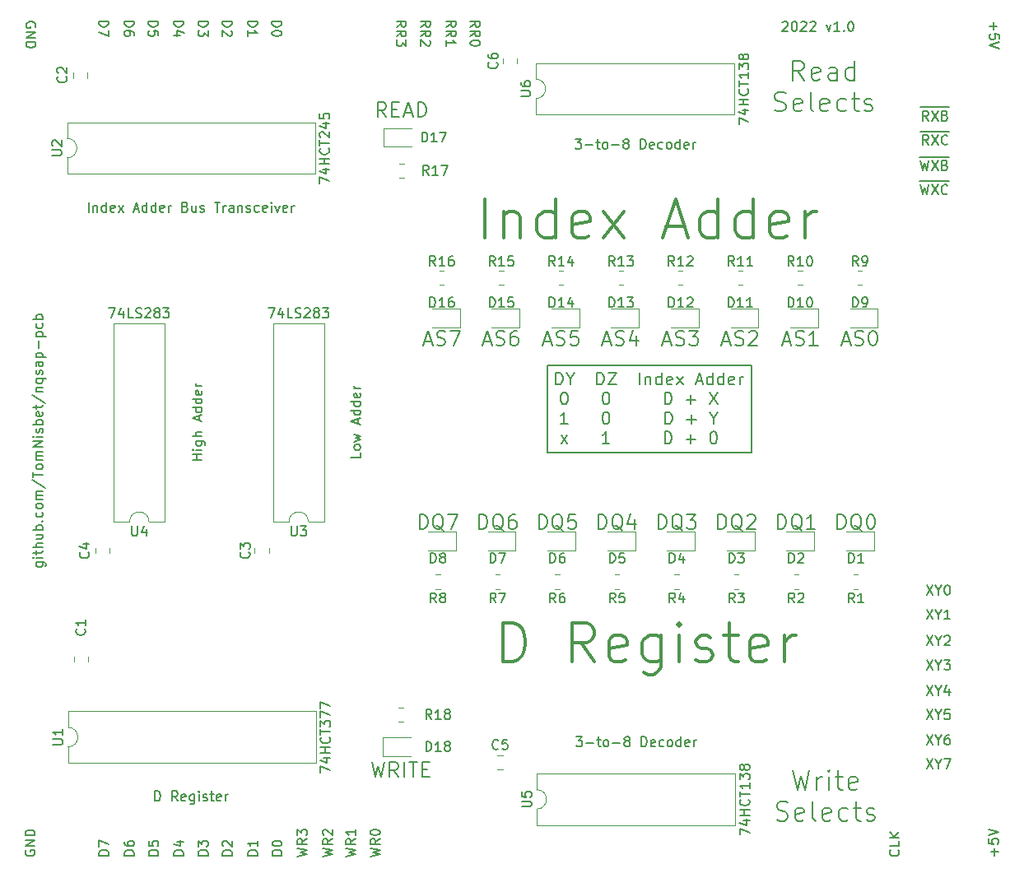
<source format=gto>
G04 #@! TF.GenerationSoftware,KiCad,Pcbnew,(5.1.9)-1*
G04 #@! TF.CreationDate,2022-07-23T11:43:12-04:00*
G04 #@! TF.ProjectId,d-register,642d7265-6769-4737-9465-722e6b696361,2.0*
G04 #@! TF.SameCoordinates,Original*
G04 #@! TF.FileFunction,Legend,Top*
G04 #@! TF.FilePolarity,Positive*
%FSLAX46Y46*%
G04 Gerber Fmt 4.6, Leading zero omitted, Abs format (unit mm)*
G04 Created by KiCad (PCBNEW (5.1.9)-1) date 2022-07-23 11:43:12*
%MOMM*%
%LPD*%
G01*
G04 APERTURE LIST*
%ADD10C,0.150000*%
%ADD11C,0.200000*%
%ADD12C,0.300000*%
%ADD13C,0.120000*%
%ADD14C,0.170000*%
%ADD15O,1.700000X1.700000*%
%ADD16R,1.700000X1.700000*%
%ADD17O,1.600000X1.600000*%
%ADD18R,1.600000X1.600000*%
G04 APERTURE END LIST*
D10*
X160600000Y-83400000D02*
X139600000Y-83400000D01*
X160600000Y-92400000D02*
X160600000Y-83400000D01*
X139600000Y-92400000D02*
X160600000Y-92400000D01*
X139600000Y-83400000D02*
X139600000Y-92400000D01*
X149061904Y-85427976D02*
X149061904Y-84177976D01*
X149657142Y-84594642D02*
X149657142Y-85427976D01*
X149657142Y-84713690D02*
X149716666Y-84654166D01*
X149835714Y-84594642D01*
X150014285Y-84594642D01*
X150133333Y-84654166D01*
X150192857Y-84773214D01*
X150192857Y-85427976D01*
X151323809Y-85427976D02*
X151323809Y-84177976D01*
X151323809Y-85368452D02*
X151204761Y-85427976D01*
X150966666Y-85427976D01*
X150847619Y-85368452D01*
X150788095Y-85308928D01*
X150728571Y-85189880D01*
X150728571Y-84832738D01*
X150788095Y-84713690D01*
X150847619Y-84654166D01*
X150966666Y-84594642D01*
X151204761Y-84594642D01*
X151323809Y-84654166D01*
X152395238Y-85368452D02*
X152276190Y-85427976D01*
X152038095Y-85427976D01*
X151919047Y-85368452D01*
X151859523Y-85249404D01*
X151859523Y-84773214D01*
X151919047Y-84654166D01*
X152038095Y-84594642D01*
X152276190Y-84594642D01*
X152395238Y-84654166D01*
X152454761Y-84773214D01*
X152454761Y-84892261D01*
X151859523Y-85011309D01*
X152871428Y-85427976D02*
X153526190Y-84594642D01*
X152871428Y-84594642D02*
X153526190Y-85427976D01*
X154895238Y-85070833D02*
X155490476Y-85070833D01*
X154776190Y-85427976D02*
X155192857Y-84177976D01*
X155609523Y-85427976D01*
X156561904Y-85427976D02*
X156561904Y-84177976D01*
X156561904Y-85368452D02*
X156442857Y-85427976D01*
X156204761Y-85427976D01*
X156085714Y-85368452D01*
X156026190Y-85308928D01*
X155966666Y-85189880D01*
X155966666Y-84832738D01*
X156026190Y-84713690D01*
X156085714Y-84654166D01*
X156204761Y-84594642D01*
X156442857Y-84594642D01*
X156561904Y-84654166D01*
X157692857Y-85427976D02*
X157692857Y-84177976D01*
X157692857Y-85368452D02*
X157573809Y-85427976D01*
X157335714Y-85427976D01*
X157216666Y-85368452D01*
X157157142Y-85308928D01*
X157097619Y-85189880D01*
X157097619Y-84832738D01*
X157157142Y-84713690D01*
X157216666Y-84654166D01*
X157335714Y-84594642D01*
X157573809Y-84594642D01*
X157692857Y-84654166D01*
X158764285Y-85368452D02*
X158645238Y-85427976D01*
X158407142Y-85427976D01*
X158288095Y-85368452D01*
X158228571Y-85249404D01*
X158228571Y-84773214D01*
X158288095Y-84654166D01*
X158407142Y-84594642D01*
X158645238Y-84594642D01*
X158764285Y-84654166D01*
X158823809Y-84773214D01*
X158823809Y-84892261D01*
X158228571Y-85011309D01*
X159359523Y-85427976D02*
X159359523Y-84594642D01*
X159359523Y-84832738D02*
X159419047Y-84713690D01*
X159478571Y-84654166D01*
X159597619Y-84594642D01*
X159716666Y-84594642D01*
X151651190Y-87452976D02*
X151651190Y-86202976D01*
X151948809Y-86202976D01*
X152127380Y-86262500D01*
X152246428Y-86381547D01*
X152305952Y-86500595D01*
X152365476Y-86738690D01*
X152365476Y-86917261D01*
X152305952Y-87155357D01*
X152246428Y-87274404D01*
X152127380Y-87393452D01*
X151948809Y-87452976D01*
X151651190Y-87452976D01*
X153853571Y-86976785D02*
X154805952Y-86976785D01*
X154329761Y-87452976D02*
X154329761Y-86500595D01*
X156234523Y-86202976D02*
X157067857Y-87452976D01*
X157067857Y-86202976D02*
X156234523Y-87452976D01*
X151710714Y-89477976D02*
X151710714Y-88227976D01*
X152008333Y-88227976D01*
X152186904Y-88287500D01*
X152305952Y-88406547D01*
X152365476Y-88525595D01*
X152425000Y-88763690D01*
X152425000Y-88942261D01*
X152365476Y-89180357D01*
X152305952Y-89299404D01*
X152186904Y-89418452D01*
X152008333Y-89477976D01*
X151710714Y-89477976D01*
X153913095Y-89001785D02*
X154865476Y-89001785D01*
X154389285Y-89477976D02*
X154389285Y-88525595D01*
X156651190Y-88882738D02*
X156651190Y-89477976D01*
X156234523Y-88227976D02*
X156651190Y-88882738D01*
X157067857Y-88227976D01*
X151651190Y-91502976D02*
X151651190Y-90252976D01*
X151948809Y-90252976D01*
X152127380Y-90312500D01*
X152246428Y-90431547D01*
X152305952Y-90550595D01*
X152365476Y-90788690D01*
X152365476Y-90967261D01*
X152305952Y-91205357D01*
X152246428Y-91324404D01*
X152127380Y-91443452D01*
X151948809Y-91502976D01*
X151651190Y-91502976D01*
X153853571Y-91026785D02*
X154805952Y-91026785D01*
X154329761Y-91502976D02*
X154329761Y-90550595D01*
X156591666Y-90252976D02*
X156710714Y-90252976D01*
X156829761Y-90312500D01*
X156889285Y-90372023D01*
X156948809Y-90491071D01*
X157008333Y-90729166D01*
X157008333Y-91026785D01*
X156948809Y-91264880D01*
X156889285Y-91383928D01*
X156829761Y-91443452D01*
X156710714Y-91502976D01*
X156591666Y-91502976D01*
X156472619Y-91443452D01*
X156413095Y-91383928D01*
X156353571Y-91264880D01*
X156294047Y-91026785D01*
X156294047Y-90729166D01*
X156353571Y-90491071D01*
X156413095Y-90372023D01*
X156472619Y-90312500D01*
X156591666Y-90252976D01*
X144677380Y-85427976D02*
X144677380Y-84177976D01*
X144975000Y-84177976D01*
X145153571Y-84237500D01*
X145272619Y-84356547D01*
X145332142Y-84475595D01*
X145391666Y-84713690D01*
X145391666Y-84892261D01*
X145332142Y-85130357D01*
X145272619Y-85249404D01*
X145153571Y-85368452D01*
X144975000Y-85427976D01*
X144677380Y-85427976D01*
X145808333Y-84177976D02*
X146641666Y-84177976D01*
X145808333Y-85427976D01*
X146641666Y-85427976D01*
X145540476Y-86202976D02*
X145659523Y-86202976D01*
X145778571Y-86262500D01*
X145838095Y-86322023D01*
X145897619Y-86441071D01*
X145957142Y-86679166D01*
X145957142Y-86976785D01*
X145897619Y-87214880D01*
X145838095Y-87333928D01*
X145778571Y-87393452D01*
X145659523Y-87452976D01*
X145540476Y-87452976D01*
X145421428Y-87393452D01*
X145361904Y-87333928D01*
X145302380Y-87214880D01*
X145242857Y-86976785D01*
X145242857Y-86679166D01*
X145302380Y-86441071D01*
X145361904Y-86322023D01*
X145421428Y-86262500D01*
X145540476Y-86202976D01*
X145540476Y-88227976D02*
X145659523Y-88227976D01*
X145778571Y-88287500D01*
X145838095Y-88347023D01*
X145897619Y-88466071D01*
X145957142Y-88704166D01*
X145957142Y-89001785D01*
X145897619Y-89239880D01*
X145838095Y-89358928D01*
X145778571Y-89418452D01*
X145659523Y-89477976D01*
X145540476Y-89477976D01*
X145421428Y-89418452D01*
X145361904Y-89358928D01*
X145302380Y-89239880D01*
X145242857Y-89001785D01*
X145242857Y-88704166D01*
X145302380Y-88466071D01*
X145361904Y-88347023D01*
X145421428Y-88287500D01*
X145540476Y-88227976D01*
X145957142Y-91502976D02*
X145242857Y-91502976D01*
X145600000Y-91502976D02*
X145600000Y-90252976D01*
X145480952Y-90431547D01*
X145361904Y-90550595D01*
X145242857Y-90610119D01*
X140436904Y-85427976D02*
X140436904Y-84177976D01*
X140734523Y-84177976D01*
X140913095Y-84237500D01*
X141032142Y-84356547D01*
X141091666Y-84475595D01*
X141151190Y-84713690D01*
X141151190Y-84892261D01*
X141091666Y-85130357D01*
X141032142Y-85249404D01*
X140913095Y-85368452D01*
X140734523Y-85427976D01*
X140436904Y-85427976D01*
X141925000Y-84832738D02*
X141925000Y-85427976D01*
X141508333Y-84177976D02*
X141925000Y-84832738D01*
X142341666Y-84177976D01*
X141240476Y-86202976D02*
X141359523Y-86202976D01*
X141478571Y-86262500D01*
X141538095Y-86322023D01*
X141597619Y-86441071D01*
X141657142Y-86679166D01*
X141657142Y-86976785D01*
X141597619Y-87214880D01*
X141538095Y-87333928D01*
X141478571Y-87393452D01*
X141359523Y-87452976D01*
X141240476Y-87452976D01*
X141121428Y-87393452D01*
X141061904Y-87333928D01*
X141002380Y-87214880D01*
X140942857Y-86976785D01*
X140942857Y-86679166D01*
X141002380Y-86441071D01*
X141061904Y-86322023D01*
X141121428Y-86262500D01*
X141240476Y-86202976D01*
X141657142Y-89477976D02*
X140942857Y-89477976D01*
X141300000Y-89477976D02*
X141300000Y-88227976D01*
X141180952Y-88406547D01*
X141061904Y-88525595D01*
X140942857Y-88585119D01*
X140972619Y-91502976D02*
X141627380Y-90669642D01*
X140972619Y-90669642D02*
X141627380Y-91502976D01*
X86900000Y-48659404D02*
X86947619Y-48564166D01*
X86947619Y-48421309D01*
X86900000Y-48278452D01*
X86804761Y-48183214D01*
X86709523Y-48135595D01*
X86519047Y-48087976D01*
X86376190Y-48087976D01*
X86185714Y-48135595D01*
X86090476Y-48183214D01*
X85995238Y-48278452D01*
X85947619Y-48421309D01*
X85947619Y-48516547D01*
X85995238Y-48659404D01*
X86042857Y-48707023D01*
X86376190Y-48707023D01*
X86376190Y-48516547D01*
X85947619Y-49135595D02*
X86947619Y-49135595D01*
X85947619Y-49707023D01*
X86947619Y-49707023D01*
X85947619Y-50183214D02*
X86947619Y-50183214D01*
X86947619Y-50421309D01*
X86900000Y-50564166D01*
X86804761Y-50659404D01*
X86709523Y-50707023D01*
X86519047Y-50754642D01*
X86376190Y-50754642D01*
X86185714Y-50707023D01*
X86090476Y-50659404D01*
X85995238Y-50564166D01*
X85947619Y-50421309D01*
X85947619Y-50183214D01*
X177950119Y-56885000D02*
X178950119Y-56885000D01*
X178759642Y-58252380D02*
X178426309Y-57776190D01*
X178188214Y-58252380D02*
X178188214Y-57252380D01*
X178569166Y-57252380D01*
X178664404Y-57300000D01*
X178712023Y-57347619D01*
X178759642Y-57442857D01*
X178759642Y-57585714D01*
X178712023Y-57680952D01*
X178664404Y-57728571D01*
X178569166Y-57776190D01*
X178188214Y-57776190D01*
X178950119Y-56885000D02*
X179902500Y-56885000D01*
X179092976Y-57252380D02*
X179759642Y-58252380D01*
X179759642Y-57252380D02*
X179092976Y-58252380D01*
X179902500Y-56885000D02*
X180902500Y-56885000D01*
X180473928Y-57728571D02*
X180616785Y-57776190D01*
X180664404Y-57823809D01*
X180712023Y-57919047D01*
X180712023Y-58061904D01*
X180664404Y-58157142D01*
X180616785Y-58204761D01*
X180521547Y-58252380D01*
X180140595Y-58252380D01*
X180140595Y-57252380D01*
X180473928Y-57252380D01*
X180569166Y-57300000D01*
X180616785Y-57347619D01*
X180664404Y-57442857D01*
X180664404Y-57538095D01*
X180616785Y-57633333D01*
X180569166Y-57680952D01*
X180473928Y-57728571D01*
X180140595Y-57728571D01*
X177950119Y-59385000D02*
X178950119Y-59385000D01*
X178759642Y-60752380D02*
X178426309Y-60276190D01*
X178188214Y-60752380D02*
X178188214Y-59752380D01*
X178569166Y-59752380D01*
X178664404Y-59800000D01*
X178712023Y-59847619D01*
X178759642Y-59942857D01*
X178759642Y-60085714D01*
X178712023Y-60180952D01*
X178664404Y-60228571D01*
X178569166Y-60276190D01*
X178188214Y-60276190D01*
X178950119Y-59385000D02*
X179902500Y-59385000D01*
X179092976Y-59752380D02*
X179759642Y-60752380D01*
X179759642Y-59752380D02*
X179092976Y-60752380D01*
X179902500Y-59385000D02*
X180902500Y-59385000D01*
X180712023Y-60657142D02*
X180664404Y-60704761D01*
X180521547Y-60752380D01*
X180426309Y-60752380D01*
X180283452Y-60704761D01*
X180188214Y-60609523D01*
X180140595Y-60514285D01*
X180092976Y-60323809D01*
X180092976Y-60180952D01*
X180140595Y-59990476D01*
X180188214Y-59895238D01*
X180283452Y-59800000D01*
X180426309Y-59752380D01*
X180521547Y-59752380D01*
X180664404Y-59800000D01*
X180712023Y-59847619D01*
X175657142Y-133292976D02*
X175704761Y-133340595D01*
X175752380Y-133483452D01*
X175752380Y-133578690D01*
X175704761Y-133721547D01*
X175609523Y-133816785D01*
X175514285Y-133864404D01*
X175323809Y-133912023D01*
X175180952Y-133912023D01*
X174990476Y-133864404D01*
X174895238Y-133816785D01*
X174800000Y-133721547D01*
X174752380Y-133578690D01*
X174752380Y-133483452D01*
X174800000Y-133340595D01*
X174847619Y-133292976D01*
X175752380Y-132388214D02*
X175752380Y-132864404D01*
X174752380Y-132864404D01*
X175752380Y-132054880D02*
X174752380Y-132054880D01*
X175752380Y-131483452D02*
X175180952Y-131912023D01*
X174752380Y-131483452D02*
X175323809Y-132054880D01*
X185428571Y-48135595D02*
X185428571Y-48897500D01*
X185047619Y-48516547D02*
X185809523Y-48516547D01*
X186047619Y-49849880D02*
X186047619Y-49373690D01*
X185571428Y-49326071D01*
X185619047Y-49373690D01*
X185666666Y-49468928D01*
X185666666Y-49707023D01*
X185619047Y-49802261D01*
X185571428Y-49849880D01*
X185476190Y-49897500D01*
X185238095Y-49897500D01*
X185142857Y-49849880D01*
X185095238Y-49802261D01*
X185047619Y-49707023D01*
X185047619Y-49468928D01*
X185095238Y-49373690D01*
X185142857Y-49326071D01*
X186047619Y-50183214D02*
X185047619Y-50516547D01*
X186047619Y-50849880D01*
X121352380Y-133959642D02*
X122352380Y-133721547D01*
X121638095Y-133531071D01*
X122352380Y-133340595D01*
X121352380Y-133102500D01*
X122352380Y-132150119D02*
X121876190Y-132483452D01*
X122352380Y-132721547D02*
X121352380Y-132721547D01*
X121352380Y-132340595D01*
X121400000Y-132245357D01*
X121447619Y-132197738D01*
X121542857Y-132150119D01*
X121685714Y-132150119D01*
X121780952Y-132197738D01*
X121828571Y-132245357D01*
X121876190Y-132340595D01*
X121876190Y-132721547D01*
X121352380Y-131531071D02*
X121352380Y-131435833D01*
X121400000Y-131340595D01*
X121447619Y-131292976D01*
X121542857Y-131245357D01*
X121733333Y-131197738D01*
X121971428Y-131197738D01*
X122161904Y-131245357D01*
X122257142Y-131292976D01*
X122304761Y-131340595D01*
X122352380Y-131435833D01*
X122352380Y-131531071D01*
X122304761Y-131626309D01*
X122257142Y-131673928D01*
X122161904Y-131721547D01*
X121971428Y-131769166D01*
X121733333Y-131769166D01*
X121542857Y-131721547D01*
X121447619Y-131673928D01*
X121400000Y-131626309D01*
X121352380Y-131531071D01*
X118852380Y-133959642D02*
X119852380Y-133721547D01*
X119138095Y-133531071D01*
X119852380Y-133340595D01*
X118852380Y-133102500D01*
X119852380Y-132150119D02*
X119376190Y-132483452D01*
X119852380Y-132721547D02*
X118852380Y-132721547D01*
X118852380Y-132340595D01*
X118900000Y-132245357D01*
X118947619Y-132197738D01*
X119042857Y-132150119D01*
X119185714Y-132150119D01*
X119280952Y-132197738D01*
X119328571Y-132245357D01*
X119376190Y-132340595D01*
X119376190Y-132721547D01*
X119852380Y-131197738D02*
X119852380Y-131769166D01*
X119852380Y-131483452D02*
X118852380Y-131483452D01*
X118995238Y-131578690D01*
X119090476Y-131673928D01*
X119138095Y-131769166D01*
X116452380Y-133959642D02*
X117452380Y-133721547D01*
X116738095Y-133531071D01*
X117452380Y-133340595D01*
X116452380Y-133102500D01*
X117452380Y-132150119D02*
X116976190Y-132483452D01*
X117452380Y-132721547D02*
X116452380Y-132721547D01*
X116452380Y-132340595D01*
X116500000Y-132245357D01*
X116547619Y-132197738D01*
X116642857Y-132150119D01*
X116785714Y-132150119D01*
X116880952Y-132197738D01*
X116928571Y-132245357D01*
X116976190Y-132340595D01*
X116976190Y-132721547D01*
X116547619Y-131769166D02*
X116500000Y-131721547D01*
X116452380Y-131626309D01*
X116452380Y-131388214D01*
X116500000Y-131292976D01*
X116547619Y-131245357D01*
X116642857Y-131197738D01*
X116738095Y-131197738D01*
X116880952Y-131245357D01*
X117452380Y-131816785D01*
X117452380Y-131197738D01*
X113852380Y-133959642D02*
X114852380Y-133721547D01*
X114138095Y-133531071D01*
X114852380Y-133340595D01*
X113852380Y-133102500D01*
X114852380Y-132150119D02*
X114376190Y-132483452D01*
X114852380Y-132721547D02*
X113852380Y-132721547D01*
X113852380Y-132340595D01*
X113900000Y-132245357D01*
X113947619Y-132197738D01*
X114042857Y-132150119D01*
X114185714Y-132150119D01*
X114280952Y-132197738D01*
X114328571Y-132245357D01*
X114376190Y-132340595D01*
X114376190Y-132721547D01*
X113852380Y-131816785D02*
X113852380Y-131197738D01*
X114233333Y-131531071D01*
X114233333Y-131388214D01*
X114280952Y-131292976D01*
X114328571Y-131245357D01*
X114423809Y-131197738D01*
X114661904Y-131197738D01*
X114757142Y-131245357D01*
X114804761Y-131292976D01*
X114852380Y-131388214D01*
X114852380Y-131673928D01*
X114804761Y-131769166D01*
X114757142Y-131816785D01*
X108747619Y-48035595D02*
X109747619Y-48035595D01*
X109747619Y-48273690D01*
X109700000Y-48416547D01*
X109604761Y-48511785D01*
X109509523Y-48559404D01*
X109319047Y-48607023D01*
X109176190Y-48607023D01*
X108985714Y-48559404D01*
X108890476Y-48511785D01*
X108795238Y-48416547D01*
X108747619Y-48273690D01*
X108747619Y-48035595D01*
X108747619Y-49559404D02*
X108747619Y-48987976D01*
X108747619Y-49273690D02*
X109747619Y-49273690D01*
X109604761Y-49178452D01*
X109509523Y-49083214D01*
X109461904Y-48987976D01*
X96047619Y-48035595D02*
X97047619Y-48035595D01*
X97047619Y-48273690D01*
X97000000Y-48416547D01*
X96904761Y-48511785D01*
X96809523Y-48559404D01*
X96619047Y-48607023D01*
X96476190Y-48607023D01*
X96285714Y-48559404D01*
X96190476Y-48511785D01*
X96095238Y-48416547D01*
X96047619Y-48273690D01*
X96047619Y-48035595D01*
X97047619Y-49464166D02*
X97047619Y-49273690D01*
X97000000Y-49178452D01*
X96952380Y-49130833D01*
X96809523Y-49035595D01*
X96619047Y-48987976D01*
X96238095Y-48987976D01*
X96142857Y-49035595D01*
X96095238Y-49083214D01*
X96047619Y-49178452D01*
X96047619Y-49368928D01*
X96095238Y-49464166D01*
X96142857Y-49511785D01*
X96238095Y-49559404D01*
X96476190Y-49559404D01*
X96571428Y-49511785D01*
X96619047Y-49464166D01*
X96666666Y-49368928D01*
X96666666Y-49178452D01*
X96619047Y-49083214D01*
X96571428Y-49035595D01*
X96476190Y-48987976D01*
X98547619Y-48035595D02*
X99547619Y-48035595D01*
X99547619Y-48273690D01*
X99500000Y-48416547D01*
X99404761Y-48511785D01*
X99309523Y-48559404D01*
X99119047Y-48607023D01*
X98976190Y-48607023D01*
X98785714Y-48559404D01*
X98690476Y-48511785D01*
X98595238Y-48416547D01*
X98547619Y-48273690D01*
X98547619Y-48035595D01*
X99547619Y-49511785D02*
X99547619Y-49035595D01*
X99071428Y-48987976D01*
X99119047Y-49035595D01*
X99166666Y-49130833D01*
X99166666Y-49368928D01*
X99119047Y-49464166D01*
X99071428Y-49511785D01*
X98976190Y-49559404D01*
X98738095Y-49559404D01*
X98642857Y-49511785D01*
X98595238Y-49464166D01*
X98547619Y-49368928D01*
X98547619Y-49130833D01*
X98595238Y-49035595D01*
X98642857Y-48987976D01*
X93447619Y-48035595D02*
X94447619Y-48035595D01*
X94447619Y-48273690D01*
X94400000Y-48416547D01*
X94304761Y-48511785D01*
X94209523Y-48559404D01*
X94019047Y-48607023D01*
X93876190Y-48607023D01*
X93685714Y-48559404D01*
X93590476Y-48511785D01*
X93495238Y-48416547D01*
X93447619Y-48273690D01*
X93447619Y-48035595D01*
X94447619Y-48940357D02*
X94447619Y-49607023D01*
X93447619Y-49178452D01*
X106147619Y-48035595D02*
X107147619Y-48035595D01*
X107147619Y-48273690D01*
X107100000Y-48416547D01*
X107004761Y-48511785D01*
X106909523Y-48559404D01*
X106719047Y-48607023D01*
X106576190Y-48607023D01*
X106385714Y-48559404D01*
X106290476Y-48511785D01*
X106195238Y-48416547D01*
X106147619Y-48273690D01*
X106147619Y-48035595D01*
X107052380Y-48987976D02*
X107100000Y-49035595D01*
X107147619Y-49130833D01*
X107147619Y-49368928D01*
X107100000Y-49464166D01*
X107052380Y-49511785D01*
X106957142Y-49559404D01*
X106861904Y-49559404D01*
X106719047Y-49511785D01*
X106147619Y-48940357D01*
X106147619Y-49559404D01*
X111247619Y-48035595D02*
X112247619Y-48035595D01*
X112247619Y-48273690D01*
X112200000Y-48416547D01*
X112104761Y-48511785D01*
X112009523Y-48559404D01*
X111819047Y-48607023D01*
X111676190Y-48607023D01*
X111485714Y-48559404D01*
X111390476Y-48511785D01*
X111295238Y-48416547D01*
X111247619Y-48273690D01*
X111247619Y-48035595D01*
X112247619Y-49226071D02*
X112247619Y-49321309D01*
X112200000Y-49416547D01*
X112152380Y-49464166D01*
X112057142Y-49511785D01*
X111866666Y-49559404D01*
X111628571Y-49559404D01*
X111438095Y-49511785D01*
X111342857Y-49464166D01*
X111295238Y-49416547D01*
X111247619Y-49321309D01*
X111247619Y-49226071D01*
X111295238Y-49130833D01*
X111342857Y-49083214D01*
X111438095Y-49035595D01*
X111628571Y-48987976D01*
X111866666Y-48987976D01*
X112057142Y-49035595D01*
X112152380Y-49083214D01*
X112200000Y-49130833D01*
X112247619Y-49226071D01*
X103647619Y-48035595D02*
X104647619Y-48035595D01*
X104647619Y-48273690D01*
X104600000Y-48416547D01*
X104504761Y-48511785D01*
X104409523Y-48559404D01*
X104219047Y-48607023D01*
X104076190Y-48607023D01*
X103885714Y-48559404D01*
X103790476Y-48511785D01*
X103695238Y-48416547D01*
X103647619Y-48273690D01*
X103647619Y-48035595D01*
X104647619Y-48940357D02*
X104647619Y-49559404D01*
X104266666Y-49226071D01*
X104266666Y-49368928D01*
X104219047Y-49464166D01*
X104171428Y-49511785D01*
X104076190Y-49559404D01*
X103838095Y-49559404D01*
X103742857Y-49511785D01*
X103695238Y-49464166D01*
X103647619Y-49368928D01*
X103647619Y-49083214D01*
X103695238Y-48987976D01*
X103742857Y-48940357D01*
X101147619Y-48035595D02*
X102147619Y-48035595D01*
X102147619Y-48273690D01*
X102100000Y-48416547D01*
X102004761Y-48511785D01*
X101909523Y-48559404D01*
X101719047Y-48607023D01*
X101576190Y-48607023D01*
X101385714Y-48559404D01*
X101290476Y-48511785D01*
X101195238Y-48416547D01*
X101147619Y-48273690D01*
X101147619Y-48035595D01*
X101814285Y-49464166D02*
X101147619Y-49464166D01*
X102195238Y-49226071D02*
X101480952Y-48987976D01*
X101480952Y-49607023D01*
X185571428Y-133864404D02*
X185571428Y-133102500D01*
X185952380Y-133483452D02*
X185190476Y-133483452D01*
X184952380Y-132150119D02*
X184952380Y-132626309D01*
X185428571Y-132673928D01*
X185380952Y-132626309D01*
X185333333Y-132531071D01*
X185333333Y-132292976D01*
X185380952Y-132197738D01*
X185428571Y-132150119D01*
X185523809Y-132102500D01*
X185761904Y-132102500D01*
X185857142Y-132150119D01*
X185904761Y-132197738D01*
X185952380Y-132292976D01*
X185952380Y-132531071D01*
X185904761Y-132626309D01*
X185857142Y-132673928D01*
X184952380Y-131816785D02*
X185952380Y-131483452D01*
X184952380Y-131150119D01*
X131647619Y-48607023D02*
X132123809Y-48273690D01*
X131647619Y-48035595D02*
X132647619Y-48035595D01*
X132647619Y-48416547D01*
X132600000Y-48511785D01*
X132552380Y-48559404D01*
X132457142Y-48607023D01*
X132314285Y-48607023D01*
X132219047Y-48559404D01*
X132171428Y-48511785D01*
X132123809Y-48416547D01*
X132123809Y-48035595D01*
X131647619Y-49607023D02*
X132123809Y-49273690D01*
X131647619Y-49035595D02*
X132647619Y-49035595D01*
X132647619Y-49416547D01*
X132600000Y-49511785D01*
X132552380Y-49559404D01*
X132457142Y-49607023D01*
X132314285Y-49607023D01*
X132219047Y-49559404D01*
X132171428Y-49511785D01*
X132123809Y-49416547D01*
X132123809Y-49035595D01*
X132647619Y-50226071D02*
X132647619Y-50321309D01*
X132600000Y-50416547D01*
X132552380Y-50464166D01*
X132457142Y-50511785D01*
X132266666Y-50559404D01*
X132028571Y-50559404D01*
X131838095Y-50511785D01*
X131742857Y-50464166D01*
X131695238Y-50416547D01*
X131647619Y-50321309D01*
X131647619Y-50226071D01*
X131695238Y-50130833D01*
X131742857Y-50083214D01*
X131838095Y-50035595D01*
X132028571Y-49987976D01*
X132266666Y-49987976D01*
X132457142Y-50035595D01*
X132552380Y-50083214D01*
X132600000Y-50130833D01*
X132647619Y-50226071D01*
X129147619Y-48607023D02*
X129623809Y-48273690D01*
X129147619Y-48035595D02*
X130147619Y-48035595D01*
X130147619Y-48416547D01*
X130100000Y-48511785D01*
X130052380Y-48559404D01*
X129957142Y-48607023D01*
X129814285Y-48607023D01*
X129719047Y-48559404D01*
X129671428Y-48511785D01*
X129623809Y-48416547D01*
X129623809Y-48035595D01*
X129147619Y-49607023D02*
X129623809Y-49273690D01*
X129147619Y-49035595D02*
X130147619Y-49035595D01*
X130147619Y-49416547D01*
X130100000Y-49511785D01*
X130052380Y-49559404D01*
X129957142Y-49607023D01*
X129814285Y-49607023D01*
X129719047Y-49559404D01*
X129671428Y-49511785D01*
X129623809Y-49416547D01*
X129623809Y-49035595D01*
X129147619Y-50559404D02*
X129147619Y-49987976D01*
X129147619Y-50273690D02*
X130147619Y-50273690D01*
X130004761Y-50178452D01*
X129909523Y-50083214D01*
X129861904Y-49987976D01*
X126547619Y-48607023D02*
X127023809Y-48273690D01*
X126547619Y-48035595D02*
X127547619Y-48035595D01*
X127547619Y-48416547D01*
X127500000Y-48511785D01*
X127452380Y-48559404D01*
X127357142Y-48607023D01*
X127214285Y-48607023D01*
X127119047Y-48559404D01*
X127071428Y-48511785D01*
X127023809Y-48416547D01*
X127023809Y-48035595D01*
X126547619Y-49607023D02*
X127023809Y-49273690D01*
X126547619Y-49035595D02*
X127547619Y-49035595D01*
X127547619Y-49416547D01*
X127500000Y-49511785D01*
X127452380Y-49559404D01*
X127357142Y-49607023D01*
X127214285Y-49607023D01*
X127119047Y-49559404D01*
X127071428Y-49511785D01*
X127023809Y-49416547D01*
X127023809Y-49035595D01*
X127452380Y-49987976D02*
X127500000Y-50035595D01*
X127547619Y-50130833D01*
X127547619Y-50368928D01*
X127500000Y-50464166D01*
X127452380Y-50511785D01*
X127357142Y-50559404D01*
X127261904Y-50559404D01*
X127119047Y-50511785D01*
X126547619Y-49940357D01*
X126547619Y-50559404D01*
X124047619Y-48607023D02*
X124523809Y-48273690D01*
X124047619Y-48035595D02*
X125047619Y-48035595D01*
X125047619Y-48416547D01*
X125000000Y-48511785D01*
X124952380Y-48559404D01*
X124857142Y-48607023D01*
X124714285Y-48607023D01*
X124619047Y-48559404D01*
X124571428Y-48511785D01*
X124523809Y-48416547D01*
X124523809Y-48035595D01*
X124047619Y-49607023D02*
X124523809Y-49273690D01*
X124047619Y-49035595D02*
X125047619Y-49035595D01*
X125047619Y-49416547D01*
X125000000Y-49511785D01*
X124952380Y-49559404D01*
X124857142Y-49607023D01*
X124714285Y-49607023D01*
X124619047Y-49559404D01*
X124571428Y-49511785D01*
X124523809Y-49416547D01*
X124523809Y-49035595D01*
X125047619Y-49940357D02*
X125047619Y-50559404D01*
X124666666Y-50226071D01*
X124666666Y-50368928D01*
X124619047Y-50464166D01*
X124571428Y-50511785D01*
X124476190Y-50559404D01*
X124238095Y-50559404D01*
X124142857Y-50511785D01*
X124095238Y-50464166D01*
X124047619Y-50368928D01*
X124047619Y-50083214D01*
X124095238Y-49987976D01*
X124142857Y-49940357D01*
X112252380Y-133864404D02*
X111252380Y-133864404D01*
X111252380Y-133626309D01*
X111300000Y-133483452D01*
X111395238Y-133388214D01*
X111490476Y-133340595D01*
X111680952Y-133292976D01*
X111823809Y-133292976D01*
X112014285Y-133340595D01*
X112109523Y-133388214D01*
X112204761Y-133483452D01*
X112252380Y-133626309D01*
X112252380Y-133864404D01*
X111252380Y-132673928D02*
X111252380Y-132578690D01*
X111300000Y-132483452D01*
X111347619Y-132435833D01*
X111442857Y-132388214D01*
X111633333Y-132340595D01*
X111871428Y-132340595D01*
X112061904Y-132388214D01*
X112157142Y-132435833D01*
X112204761Y-132483452D01*
X112252380Y-132578690D01*
X112252380Y-132673928D01*
X112204761Y-132769166D01*
X112157142Y-132816785D01*
X112061904Y-132864404D01*
X111871428Y-132912023D01*
X111633333Y-132912023D01*
X111442857Y-132864404D01*
X111347619Y-132816785D01*
X111300000Y-132769166D01*
X111252380Y-132673928D01*
X109752380Y-133864404D02*
X108752380Y-133864404D01*
X108752380Y-133626309D01*
X108800000Y-133483452D01*
X108895238Y-133388214D01*
X108990476Y-133340595D01*
X109180952Y-133292976D01*
X109323809Y-133292976D01*
X109514285Y-133340595D01*
X109609523Y-133388214D01*
X109704761Y-133483452D01*
X109752380Y-133626309D01*
X109752380Y-133864404D01*
X109752380Y-132340595D02*
X109752380Y-132912023D01*
X109752380Y-132626309D02*
X108752380Y-132626309D01*
X108895238Y-132721547D01*
X108990476Y-132816785D01*
X109038095Y-132912023D01*
X107152380Y-133864404D02*
X106152380Y-133864404D01*
X106152380Y-133626309D01*
X106200000Y-133483452D01*
X106295238Y-133388214D01*
X106390476Y-133340595D01*
X106580952Y-133292976D01*
X106723809Y-133292976D01*
X106914285Y-133340595D01*
X107009523Y-133388214D01*
X107104761Y-133483452D01*
X107152380Y-133626309D01*
X107152380Y-133864404D01*
X106247619Y-132912023D02*
X106200000Y-132864404D01*
X106152380Y-132769166D01*
X106152380Y-132531071D01*
X106200000Y-132435833D01*
X106247619Y-132388214D01*
X106342857Y-132340595D01*
X106438095Y-132340595D01*
X106580952Y-132388214D01*
X107152380Y-132959642D01*
X107152380Y-132340595D01*
X104652380Y-133864404D02*
X103652380Y-133864404D01*
X103652380Y-133626309D01*
X103700000Y-133483452D01*
X103795238Y-133388214D01*
X103890476Y-133340595D01*
X104080952Y-133292976D01*
X104223809Y-133292976D01*
X104414285Y-133340595D01*
X104509523Y-133388214D01*
X104604761Y-133483452D01*
X104652380Y-133626309D01*
X104652380Y-133864404D01*
X103652380Y-132959642D02*
X103652380Y-132340595D01*
X104033333Y-132673928D01*
X104033333Y-132531071D01*
X104080952Y-132435833D01*
X104128571Y-132388214D01*
X104223809Y-132340595D01*
X104461904Y-132340595D01*
X104557142Y-132388214D01*
X104604761Y-132435833D01*
X104652380Y-132531071D01*
X104652380Y-132816785D01*
X104604761Y-132912023D01*
X104557142Y-132959642D01*
X102152380Y-133864404D02*
X101152380Y-133864404D01*
X101152380Y-133626309D01*
X101200000Y-133483452D01*
X101295238Y-133388214D01*
X101390476Y-133340595D01*
X101580952Y-133292976D01*
X101723809Y-133292976D01*
X101914285Y-133340595D01*
X102009523Y-133388214D01*
X102104761Y-133483452D01*
X102152380Y-133626309D01*
X102152380Y-133864404D01*
X101485714Y-132435833D02*
X102152380Y-132435833D01*
X101104761Y-132673928D02*
X101819047Y-132912023D01*
X101819047Y-132292976D01*
X99552380Y-133864404D02*
X98552380Y-133864404D01*
X98552380Y-133626309D01*
X98600000Y-133483452D01*
X98695238Y-133388214D01*
X98790476Y-133340595D01*
X98980952Y-133292976D01*
X99123809Y-133292976D01*
X99314285Y-133340595D01*
X99409523Y-133388214D01*
X99504761Y-133483452D01*
X99552380Y-133626309D01*
X99552380Y-133864404D01*
X98552380Y-132388214D02*
X98552380Y-132864404D01*
X99028571Y-132912023D01*
X98980952Y-132864404D01*
X98933333Y-132769166D01*
X98933333Y-132531071D01*
X98980952Y-132435833D01*
X99028571Y-132388214D01*
X99123809Y-132340595D01*
X99361904Y-132340595D01*
X99457142Y-132388214D01*
X99504761Y-132435833D01*
X99552380Y-132531071D01*
X99552380Y-132769166D01*
X99504761Y-132864404D01*
X99457142Y-132912023D01*
X97052380Y-133864404D02*
X96052380Y-133864404D01*
X96052380Y-133626309D01*
X96100000Y-133483452D01*
X96195238Y-133388214D01*
X96290476Y-133340595D01*
X96480952Y-133292976D01*
X96623809Y-133292976D01*
X96814285Y-133340595D01*
X96909523Y-133388214D01*
X97004761Y-133483452D01*
X97052380Y-133626309D01*
X97052380Y-133864404D01*
X96052380Y-132435833D02*
X96052380Y-132626309D01*
X96100000Y-132721547D01*
X96147619Y-132769166D01*
X96290476Y-132864404D01*
X96480952Y-132912023D01*
X96861904Y-132912023D01*
X96957142Y-132864404D01*
X97004761Y-132816785D01*
X97052380Y-132721547D01*
X97052380Y-132531071D01*
X97004761Y-132435833D01*
X96957142Y-132388214D01*
X96861904Y-132340595D01*
X96623809Y-132340595D01*
X96528571Y-132388214D01*
X96480952Y-132435833D01*
X96433333Y-132531071D01*
X96433333Y-132721547D01*
X96480952Y-132816785D01*
X96528571Y-132864404D01*
X96623809Y-132912023D01*
X94452380Y-133864404D02*
X93452380Y-133864404D01*
X93452380Y-133626309D01*
X93500000Y-133483452D01*
X93595238Y-133388214D01*
X93690476Y-133340595D01*
X93880952Y-133292976D01*
X94023809Y-133292976D01*
X94214285Y-133340595D01*
X94309523Y-133388214D01*
X94404761Y-133483452D01*
X94452380Y-133626309D01*
X94452380Y-133864404D01*
X93452380Y-132959642D02*
X93452380Y-132292976D01*
X94452380Y-132721547D01*
X85900000Y-133340595D02*
X85852380Y-133435833D01*
X85852380Y-133578690D01*
X85900000Y-133721547D01*
X85995238Y-133816785D01*
X86090476Y-133864404D01*
X86280952Y-133912023D01*
X86423809Y-133912023D01*
X86614285Y-133864404D01*
X86709523Y-133816785D01*
X86804761Y-133721547D01*
X86852380Y-133578690D01*
X86852380Y-133483452D01*
X86804761Y-133340595D01*
X86757142Y-133292976D01*
X86423809Y-133292976D01*
X86423809Y-133483452D01*
X86852380Y-132864404D02*
X85852380Y-132864404D01*
X86852380Y-132292976D01*
X85852380Y-132292976D01*
X86852380Y-131816785D02*
X85852380Y-131816785D01*
X85852380Y-131578690D01*
X85900000Y-131435833D01*
X85995238Y-131340595D01*
X86090476Y-131292976D01*
X86280952Y-131245357D01*
X86423809Y-131245357D01*
X86614285Y-131292976D01*
X86709523Y-131340595D01*
X86804761Y-131435833D01*
X86852380Y-131578690D01*
X86852380Y-131816785D01*
X177807261Y-64485000D02*
X178950119Y-64485000D01*
X177950119Y-64852380D02*
X178188214Y-65852380D01*
X178378690Y-65138095D01*
X178569166Y-65852380D01*
X178807261Y-64852380D01*
X178950119Y-64485000D02*
X179902500Y-64485000D01*
X179092976Y-64852380D02*
X179759642Y-65852380D01*
X179759642Y-64852380D02*
X179092976Y-65852380D01*
X179902500Y-64485000D02*
X180902500Y-64485000D01*
X180712023Y-65757142D02*
X180664404Y-65804761D01*
X180521547Y-65852380D01*
X180426309Y-65852380D01*
X180283452Y-65804761D01*
X180188214Y-65709523D01*
X180140595Y-65614285D01*
X180092976Y-65423809D01*
X180092976Y-65280952D01*
X180140595Y-65090476D01*
X180188214Y-64995238D01*
X180283452Y-64900000D01*
X180426309Y-64852380D01*
X180521547Y-64852380D01*
X180664404Y-64900000D01*
X180712023Y-64947619D01*
X177807261Y-61985000D02*
X178950119Y-61985000D01*
X177950119Y-62352380D02*
X178188214Y-63352380D01*
X178378690Y-62638095D01*
X178569166Y-63352380D01*
X178807261Y-62352380D01*
X178950119Y-61985000D02*
X179902500Y-61985000D01*
X179092976Y-62352380D02*
X179759642Y-63352380D01*
X179759642Y-62352380D02*
X179092976Y-63352380D01*
X179902500Y-61985000D02*
X180902500Y-61985000D01*
X180473928Y-62828571D02*
X180616785Y-62876190D01*
X180664404Y-62923809D01*
X180712023Y-63019047D01*
X180712023Y-63161904D01*
X180664404Y-63257142D01*
X180616785Y-63304761D01*
X180521547Y-63352380D01*
X180140595Y-63352380D01*
X180140595Y-62352380D01*
X180473928Y-62352380D01*
X180569166Y-62400000D01*
X180616785Y-62447619D01*
X180664404Y-62542857D01*
X180664404Y-62638095D01*
X180616785Y-62733333D01*
X180569166Y-62780952D01*
X180473928Y-62828571D01*
X180140595Y-62828571D01*
X178561904Y-123952380D02*
X179228571Y-124952380D01*
X179228571Y-123952380D02*
X178561904Y-124952380D01*
X179800000Y-124476190D02*
X179800000Y-124952380D01*
X179466666Y-123952380D02*
X179800000Y-124476190D01*
X180133333Y-123952380D01*
X180371428Y-123952380D02*
X181038095Y-123952380D01*
X180609523Y-124952380D01*
X178561904Y-118852380D02*
X179228571Y-119852380D01*
X179228571Y-118852380D02*
X178561904Y-119852380D01*
X179800000Y-119376190D02*
X179800000Y-119852380D01*
X179466666Y-118852380D02*
X179800000Y-119376190D01*
X180133333Y-118852380D01*
X180942857Y-118852380D02*
X180466666Y-118852380D01*
X180419047Y-119328571D01*
X180466666Y-119280952D01*
X180561904Y-119233333D01*
X180800000Y-119233333D01*
X180895238Y-119280952D01*
X180942857Y-119328571D01*
X180990476Y-119423809D01*
X180990476Y-119661904D01*
X180942857Y-119757142D01*
X180895238Y-119804761D01*
X180800000Y-119852380D01*
X180561904Y-119852380D01*
X180466666Y-119804761D01*
X180419047Y-119757142D01*
X178561904Y-116352380D02*
X179228571Y-117352380D01*
X179228571Y-116352380D02*
X178561904Y-117352380D01*
X179800000Y-116876190D02*
X179800000Y-117352380D01*
X179466666Y-116352380D02*
X179800000Y-116876190D01*
X180133333Y-116352380D01*
X180895238Y-116685714D02*
X180895238Y-117352380D01*
X180657142Y-116304761D02*
X180419047Y-117019047D01*
X181038095Y-117019047D01*
X178561904Y-121452380D02*
X179228571Y-122452380D01*
X179228571Y-121452380D02*
X178561904Y-122452380D01*
X179800000Y-121976190D02*
X179800000Y-122452380D01*
X179466666Y-121452380D02*
X179800000Y-121976190D01*
X180133333Y-121452380D01*
X180895238Y-121452380D02*
X180704761Y-121452380D01*
X180609523Y-121500000D01*
X180561904Y-121547619D01*
X180466666Y-121690476D01*
X180419047Y-121880952D01*
X180419047Y-122261904D01*
X180466666Y-122357142D01*
X180514285Y-122404761D01*
X180609523Y-122452380D01*
X180800000Y-122452380D01*
X180895238Y-122404761D01*
X180942857Y-122357142D01*
X180990476Y-122261904D01*
X180990476Y-122023809D01*
X180942857Y-121928571D01*
X180895238Y-121880952D01*
X180800000Y-121833333D01*
X180609523Y-121833333D01*
X180514285Y-121880952D01*
X180466666Y-121928571D01*
X180419047Y-122023809D01*
X178561904Y-113752380D02*
X179228571Y-114752380D01*
X179228571Y-113752380D02*
X178561904Y-114752380D01*
X179800000Y-114276190D02*
X179800000Y-114752380D01*
X179466666Y-113752380D02*
X179800000Y-114276190D01*
X180133333Y-113752380D01*
X180371428Y-113752380D02*
X180990476Y-113752380D01*
X180657142Y-114133333D01*
X180800000Y-114133333D01*
X180895238Y-114180952D01*
X180942857Y-114228571D01*
X180990476Y-114323809D01*
X180990476Y-114561904D01*
X180942857Y-114657142D01*
X180895238Y-114704761D01*
X180800000Y-114752380D01*
X180514285Y-114752380D01*
X180419047Y-114704761D01*
X180371428Y-114657142D01*
X178561904Y-106052380D02*
X179228571Y-107052380D01*
X179228571Y-106052380D02*
X178561904Y-107052380D01*
X179800000Y-106576190D02*
X179800000Y-107052380D01*
X179466666Y-106052380D02*
X179800000Y-106576190D01*
X180133333Y-106052380D01*
X180657142Y-106052380D02*
X180752380Y-106052380D01*
X180847619Y-106100000D01*
X180895238Y-106147619D01*
X180942857Y-106242857D01*
X180990476Y-106433333D01*
X180990476Y-106671428D01*
X180942857Y-106861904D01*
X180895238Y-106957142D01*
X180847619Y-107004761D01*
X180752380Y-107052380D01*
X180657142Y-107052380D01*
X180561904Y-107004761D01*
X180514285Y-106957142D01*
X180466666Y-106861904D01*
X180419047Y-106671428D01*
X180419047Y-106433333D01*
X180466666Y-106242857D01*
X180514285Y-106147619D01*
X180561904Y-106100000D01*
X180657142Y-106052380D01*
X178561904Y-111252380D02*
X179228571Y-112252380D01*
X179228571Y-111252380D02*
X178561904Y-112252380D01*
X179800000Y-111776190D02*
X179800000Y-112252380D01*
X179466666Y-111252380D02*
X179800000Y-111776190D01*
X180133333Y-111252380D01*
X180419047Y-111347619D02*
X180466666Y-111300000D01*
X180561904Y-111252380D01*
X180800000Y-111252380D01*
X180895238Y-111300000D01*
X180942857Y-111347619D01*
X180990476Y-111442857D01*
X180990476Y-111538095D01*
X180942857Y-111680952D01*
X180371428Y-112252380D01*
X180990476Y-112252380D01*
X178561904Y-108552380D02*
X179228571Y-109552380D01*
X179228571Y-108552380D02*
X178561904Y-109552380D01*
X179800000Y-109076190D02*
X179800000Y-109552380D01*
X179466666Y-108552380D02*
X179800000Y-109076190D01*
X180133333Y-108552380D01*
X180990476Y-109552380D02*
X180419047Y-109552380D01*
X180704761Y-109552380D02*
X180704761Y-108552380D01*
X180609523Y-108695238D01*
X180514285Y-108790476D01*
X180419047Y-108838095D01*
X86985714Y-103700000D02*
X87795238Y-103700000D01*
X87890476Y-103747619D01*
X87938095Y-103795238D01*
X87985714Y-103890476D01*
X87985714Y-104033333D01*
X87938095Y-104128571D01*
X87604761Y-103700000D02*
X87652380Y-103795238D01*
X87652380Y-103985714D01*
X87604761Y-104080952D01*
X87557142Y-104128571D01*
X87461904Y-104176190D01*
X87176190Y-104176190D01*
X87080952Y-104128571D01*
X87033333Y-104080952D01*
X86985714Y-103985714D01*
X86985714Y-103795238D01*
X87033333Y-103700000D01*
X87652380Y-103223809D02*
X86985714Y-103223809D01*
X86652380Y-103223809D02*
X86700000Y-103271428D01*
X86747619Y-103223809D01*
X86700000Y-103176190D01*
X86652380Y-103223809D01*
X86747619Y-103223809D01*
X86985714Y-102890476D02*
X86985714Y-102509523D01*
X86652380Y-102747619D02*
X87509523Y-102747619D01*
X87604761Y-102700000D01*
X87652380Y-102604761D01*
X87652380Y-102509523D01*
X87652380Y-102176190D02*
X86652380Y-102176190D01*
X87652380Y-101747619D02*
X87128571Y-101747619D01*
X87033333Y-101795238D01*
X86985714Y-101890476D01*
X86985714Y-102033333D01*
X87033333Y-102128571D01*
X87080952Y-102176190D01*
X86985714Y-100842857D02*
X87652380Y-100842857D01*
X86985714Y-101271428D02*
X87509523Y-101271428D01*
X87604761Y-101223809D01*
X87652380Y-101128571D01*
X87652380Y-100985714D01*
X87604761Y-100890476D01*
X87557142Y-100842857D01*
X87652380Y-100366666D02*
X86652380Y-100366666D01*
X87033333Y-100366666D02*
X86985714Y-100271428D01*
X86985714Y-100080952D01*
X87033333Y-99985714D01*
X87080952Y-99938095D01*
X87176190Y-99890476D01*
X87461904Y-99890476D01*
X87557142Y-99938095D01*
X87604761Y-99985714D01*
X87652380Y-100080952D01*
X87652380Y-100271428D01*
X87604761Y-100366666D01*
X87557142Y-99461904D02*
X87604761Y-99414285D01*
X87652380Y-99461904D01*
X87604761Y-99509523D01*
X87557142Y-99461904D01*
X87652380Y-99461904D01*
X87604761Y-98557142D02*
X87652380Y-98652380D01*
X87652380Y-98842857D01*
X87604761Y-98938095D01*
X87557142Y-98985714D01*
X87461904Y-99033333D01*
X87176190Y-99033333D01*
X87080952Y-98985714D01*
X87033333Y-98938095D01*
X86985714Y-98842857D01*
X86985714Y-98652380D01*
X87033333Y-98557142D01*
X87652380Y-97985714D02*
X87604761Y-98080952D01*
X87557142Y-98128571D01*
X87461904Y-98176190D01*
X87176190Y-98176190D01*
X87080952Y-98128571D01*
X87033333Y-98080952D01*
X86985714Y-97985714D01*
X86985714Y-97842857D01*
X87033333Y-97747619D01*
X87080952Y-97700000D01*
X87176190Y-97652380D01*
X87461904Y-97652380D01*
X87557142Y-97700000D01*
X87604761Y-97747619D01*
X87652380Y-97842857D01*
X87652380Y-97985714D01*
X87652380Y-97223809D02*
X86985714Y-97223809D01*
X87080952Y-97223809D02*
X87033333Y-97176190D01*
X86985714Y-97080952D01*
X86985714Y-96938095D01*
X87033333Y-96842857D01*
X87128571Y-96795238D01*
X87652380Y-96795238D01*
X87128571Y-96795238D02*
X87033333Y-96747619D01*
X86985714Y-96652380D01*
X86985714Y-96509523D01*
X87033333Y-96414285D01*
X87128571Y-96366666D01*
X87652380Y-96366666D01*
X86604761Y-95176190D02*
X87890476Y-96033333D01*
X86652380Y-94985714D02*
X86652380Y-94414285D01*
X87652380Y-94700000D02*
X86652380Y-94700000D01*
X87652380Y-93938095D02*
X87604761Y-94033333D01*
X87557142Y-94080952D01*
X87461904Y-94128571D01*
X87176190Y-94128571D01*
X87080952Y-94080952D01*
X87033333Y-94033333D01*
X86985714Y-93938095D01*
X86985714Y-93795238D01*
X87033333Y-93700000D01*
X87080952Y-93652380D01*
X87176190Y-93604761D01*
X87461904Y-93604761D01*
X87557142Y-93652380D01*
X87604761Y-93700000D01*
X87652380Y-93795238D01*
X87652380Y-93938095D01*
X87652380Y-93176190D02*
X86985714Y-93176190D01*
X87080952Y-93176190D02*
X87033333Y-93128571D01*
X86985714Y-93033333D01*
X86985714Y-92890476D01*
X87033333Y-92795238D01*
X87128571Y-92747619D01*
X87652380Y-92747619D01*
X87128571Y-92747619D02*
X87033333Y-92700000D01*
X86985714Y-92604761D01*
X86985714Y-92461904D01*
X87033333Y-92366666D01*
X87128571Y-92319047D01*
X87652380Y-92319047D01*
X87652380Y-91842857D02*
X86652380Y-91842857D01*
X87652380Y-91271428D01*
X86652380Y-91271428D01*
X87652380Y-90795238D02*
X86985714Y-90795238D01*
X86652380Y-90795238D02*
X86700000Y-90842857D01*
X86747619Y-90795238D01*
X86700000Y-90747619D01*
X86652380Y-90795238D01*
X86747619Y-90795238D01*
X87604761Y-90366666D02*
X87652380Y-90271428D01*
X87652380Y-90080952D01*
X87604761Y-89985714D01*
X87509523Y-89938095D01*
X87461904Y-89938095D01*
X87366666Y-89985714D01*
X87319047Y-90080952D01*
X87319047Y-90223809D01*
X87271428Y-90319047D01*
X87176190Y-90366666D01*
X87128571Y-90366666D01*
X87033333Y-90319047D01*
X86985714Y-90223809D01*
X86985714Y-90080952D01*
X87033333Y-89985714D01*
X87652380Y-89509523D02*
X86652380Y-89509523D01*
X87033333Y-89509523D02*
X86985714Y-89414285D01*
X86985714Y-89223809D01*
X87033333Y-89128571D01*
X87080952Y-89080952D01*
X87176190Y-89033333D01*
X87461904Y-89033333D01*
X87557142Y-89080952D01*
X87604761Y-89128571D01*
X87652380Y-89223809D01*
X87652380Y-89414285D01*
X87604761Y-89509523D01*
X87604761Y-88223809D02*
X87652380Y-88319047D01*
X87652380Y-88509523D01*
X87604761Y-88604761D01*
X87509523Y-88652380D01*
X87128571Y-88652380D01*
X87033333Y-88604761D01*
X86985714Y-88509523D01*
X86985714Y-88319047D01*
X87033333Y-88223809D01*
X87128571Y-88176190D01*
X87223809Y-88176190D01*
X87319047Y-88652380D01*
X86985714Y-87890476D02*
X86985714Y-87509523D01*
X86652380Y-87747619D02*
X87509523Y-87747619D01*
X87604761Y-87700000D01*
X87652380Y-87604761D01*
X87652380Y-87509523D01*
X86604761Y-86461904D02*
X87890476Y-87319047D01*
X86985714Y-86128571D02*
X87652380Y-86128571D01*
X87080952Y-86128571D02*
X87033333Y-86080952D01*
X86985714Y-85985714D01*
X86985714Y-85842857D01*
X87033333Y-85747619D01*
X87128571Y-85700000D01*
X87652380Y-85700000D01*
X86985714Y-84795238D02*
X87985714Y-84795238D01*
X87604761Y-84795238D02*
X87652380Y-84890476D01*
X87652380Y-85080952D01*
X87604761Y-85176190D01*
X87557142Y-85223809D01*
X87461904Y-85271428D01*
X87176190Y-85271428D01*
X87080952Y-85223809D01*
X87033333Y-85176190D01*
X86985714Y-85080952D01*
X86985714Y-84890476D01*
X87033333Y-84795238D01*
X87604761Y-84366666D02*
X87652380Y-84271428D01*
X87652380Y-84080952D01*
X87604761Y-83985714D01*
X87509523Y-83938095D01*
X87461904Y-83938095D01*
X87366666Y-83985714D01*
X87319047Y-84080952D01*
X87319047Y-84223809D01*
X87271428Y-84319047D01*
X87176190Y-84366666D01*
X87128571Y-84366666D01*
X87033333Y-84319047D01*
X86985714Y-84223809D01*
X86985714Y-84080952D01*
X87033333Y-83985714D01*
X87652380Y-83080952D02*
X87128571Y-83080952D01*
X87033333Y-83128571D01*
X86985714Y-83223809D01*
X86985714Y-83414285D01*
X87033333Y-83509523D01*
X87604761Y-83080952D02*
X87652380Y-83176190D01*
X87652380Y-83414285D01*
X87604761Y-83509523D01*
X87509523Y-83557142D01*
X87414285Y-83557142D01*
X87319047Y-83509523D01*
X87271428Y-83414285D01*
X87271428Y-83176190D01*
X87223809Y-83080952D01*
X86985714Y-82604761D02*
X87985714Y-82604761D01*
X87033333Y-82604761D02*
X86985714Y-82509523D01*
X86985714Y-82319047D01*
X87033333Y-82223809D01*
X87080952Y-82176190D01*
X87176190Y-82128571D01*
X87461904Y-82128571D01*
X87557142Y-82176190D01*
X87604761Y-82223809D01*
X87652380Y-82319047D01*
X87652380Y-82509523D01*
X87604761Y-82604761D01*
X87271428Y-81700000D02*
X87271428Y-80938095D01*
X86985714Y-80461904D02*
X87985714Y-80461904D01*
X87033333Y-80461904D02*
X86985714Y-80366666D01*
X86985714Y-80176190D01*
X87033333Y-80080952D01*
X87080952Y-80033333D01*
X87176190Y-79985714D01*
X87461904Y-79985714D01*
X87557142Y-80033333D01*
X87604761Y-80080952D01*
X87652380Y-80176190D01*
X87652380Y-80366666D01*
X87604761Y-80461904D01*
X87604761Y-79128571D02*
X87652380Y-79223809D01*
X87652380Y-79414285D01*
X87604761Y-79509523D01*
X87557142Y-79557142D01*
X87461904Y-79604761D01*
X87176190Y-79604761D01*
X87080952Y-79557142D01*
X87033333Y-79509523D01*
X86985714Y-79414285D01*
X86985714Y-79223809D01*
X87033333Y-79128571D01*
X87652380Y-78700000D02*
X86652380Y-78700000D01*
X87033333Y-78700000D02*
X86985714Y-78604761D01*
X86985714Y-78414285D01*
X87033333Y-78319047D01*
X87080952Y-78271428D01*
X87176190Y-78223809D01*
X87461904Y-78223809D01*
X87557142Y-78271428D01*
X87604761Y-78319047D01*
X87652380Y-78414285D01*
X87652380Y-78604761D01*
X87604761Y-78700000D01*
X163733333Y-48147619D02*
X163780952Y-48100000D01*
X163876190Y-48052380D01*
X164114285Y-48052380D01*
X164209523Y-48100000D01*
X164257142Y-48147619D01*
X164304761Y-48242857D01*
X164304761Y-48338095D01*
X164257142Y-48480952D01*
X163685714Y-49052380D01*
X164304761Y-49052380D01*
X164923809Y-48052380D02*
X165019047Y-48052380D01*
X165114285Y-48100000D01*
X165161904Y-48147619D01*
X165209523Y-48242857D01*
X165257142Y-48433333D01*
X165257142Y-48671428D01*
X165209523Y-48861904D01*
X165161904Y-48957142D01*
X165114285Y-49004761D01*
X165019047Y-49052380D01*
X164923809Y-49052380D01*
X164828571Y-49004761D01*
X164780952Y-48957142D01*
X164733333Y-48861904D01*
X164685714Y-48671428D01*
X164685714Y-48433333D01*
X164733333Y-48242857D01*
X164780952Y-48147619D01*
X164828571Y-48100000D01*
X164923809Y-48052380D01*
X165638095Y-48147619D02*
X165685714Y-48100000D01*
X165780952Y-48052380D01*
X166019047Y-48052380D01*
X166114285Y-48100000D01*
X166161904Y-48147619D01*
X166209523Y-48242857D01*
X166209523Y-48338095D01*
X166161904Y-48480952D01*
X165590476Y-49052380D01*
X166209523Y-49052380D01*
X166590476Y-48147619D02*
X166638095Y-48100000D01*
X166733333Y-48052380D01*
X166971428Y-48052380D01*
X167066666Y-48100000D01*
X167114285Y-48147619D01*
X167161904Y-48242857D01*
X167161904Y-48338095D01*
X167114285Y-48480952D01*
X166542857Y-49052380D01*
X167161904Y-49052380D01*
X168257142Y-48385714D02*
X168495238Y-49052380D01*
X168733333Y-48385714D01*
X169638095Y-49052380D02*
X169066666Y-49052380D01*
X169352380Y-49052380D02*
X169352380Y-48052380D01*
X169257142Y-48195238D01*
X169161904Y-48290476D01*
X169066666Y-48338095D01*
X170066666Y-48957142D02*
X170114285Y-49004761D01*
X170066666Y-49052380D01*
X170019047Y-49004761D01*
X170066666Y-48957142D01*
X170066666Y-49052380D01*
X170733333Y-48052380D02*
X170828571Y-48052380D01*
X170923809Y-48100000D01*
X170971428Y-48147619D01*
X171019047Y-48242857D01*
X171066666Y-48433333D01*
X171066666Y-48671428D01*
X171019047Y-48861904D01*
X170971428Y-48957142D01*
X170923809Y-49004761D01*
X170828571Y-49052380D01*
X170733333Y-49052380D01*
X170638095Y-49004761D01*
X170590476Y-48957142D01*
X170542857Y-48861904D01*
X170495238Y-48671428D01*
X170495238Y-48433333D01*
X170542857Y-48242857D01*
X170590476Y-48147619D01*
X170638095Y-48100000D01*
X170733333Y-48052380D01*
D11*
X165952380Y-54104761D02*
X165285714Y-53152380D01*
X164809523Y-54104761D02*
X164809523Y-52104761D01*
X165571428Y-52104761D01*
X165761904Y-52200000D01*
X165857142Y-52295238D01*
X165952380Y-52485714D01*
X165952380Y-52771428D01*
X165857142Y-52961904D01*
X165761904Y-53057142D01*
X165571428Y-53152380D01*
X164809523Y-53152380D01*
X167571428Y-54009523D02*
X167380952Y-54104761D01*
X167000000Y-54104761D01*
X166809523Y-54009523D01*
X166714285Y-53819047D01*
X166714285Y-53057142D01*
X166809523Y-52866666D01*
X167000000Y-52771428D01*
X167380952Y-52771428D01*
X167571428Y-52866666D01*
X167666666Y-53057142D01*
X167666666Y-53247619D01*
X166714285Y-53438095D01*
X169380952Y-54104761D02*
X169380952Y-53057142D01*
X169285714Y-52866666D01*
X169095238Y-52771428D01*
X168714285Y-52771428D01*
X168523809Y-52866666D01*
X169380952Y-54009523D02*
X169190476Y-54104761D01*
X168714285Y-54104761D01*
X168523809Y-54009523D01*
X168428571Y-53819047D01*
X168428571Y-53628571D01*
X168523809Y-53438095D01*
X168714285Y-53342857D01*
X169190476Y-53342857D01*
X169380952Y-53247619D01*
X171190476Y-54104761D02*
X171190476Y-52104761D01*
X171190476Y-54009523D02*
X171000000Y-54104761D01*
X170619047Y-54104761D01*
X170428571Y-54009523D01*
X170333333Y-53914285D01*
X170238095Y-53723809D01*
X170238095Y-53152380D01*
X170333333Y-52961904D01*
X170428571Y-52866666D01*
X170619047Y-52771428D01*
X171000000Y-52771428D01*
X171190476Y-52866666D01*
X162952380Y-57209523D02*
X163238095Y-57304761D01*
X163714285Y-57304761D01*
X163904761Y-57209523D01*
X164000000Y-57114285D01*
X164095238Y-56923809D01*
X164095238Y-56733333D01*
X164000000Y-56542857D01*
X163904761Y-56447619D01*
X163714285Y-56352380D01*
X163333333Y-56257142D01*
X163142857Y-56161904D01*
X163047619Y-56066666D01*
X162952380Y-55876190D01*
X162952380Y-55685714D01*
X163047619Y-55495238D01*
X163142857Y-55400000D01*
X163333333Y-55304761D01*
X163809523Y-55304761D01*
X164095238Y-55400000D01*
X165714285Y-57209523D02*
X165523809Y-57304761D01*
X165142857Y-57304761D01*
X164952380Y-57209523D01*
X164857142Y-57019047D01*
X164857142Y-56257142D01*
X164952380Y-56066666D01*
X165142857Y-55971428D01*
X165523809Y-55971428D01*
X165714285Y-56066666D01*
X165809523Y-56257142D01*
X165809523Y-56447619D01*
X164857142Y-56638095D01*
X166952380Y-57304761D02*
X166761904Y-57209523D01*
X166666666Y-57019047D01*
X166666666Y-55304761D01*
X168476190Y-57209523D02*
X168285714Y-57304761D01*
X167904761Y-57304761D01*
X167714285Y-57209523D01*
X167619047Y-57019047D01*
X167619047Y-56257142D01*
X167714285Y-56066666D01*
X167904761Y-55971428D01*
X168285714Y-55971428D01*
X168476190Y-56066666D01*
X168571428Y-56257142D01*
X168571428Y-56447619D01*
X167619047Y-56638095D01*
X170285714Y-57209523D02*
X170095238Y-57304761D01*
X169714285Y-57304761D01*
X169523809Y-57209523D01*
X169428571Y-57114285D01*
X169333333Y-56923809D01*
X169333333Y-56352380D01*
X169428571Y-56161904D01*
X169523809Y-56066666D01*
X169714285Y-55971428D01*
X170095238Y-55971428D01*
X170285714Y-56066666D01*
X170857142Y-55971428D02*
X171619047Y-55971428D01*
X171142857Y-55304761D02*
X171142857Y-57019047D01*
X171238095Y-57209523D01*
X171428571Y-57304761D01*
X171619047Y-57304761D01*
X172190476Y-57209523D02*
X172380952Y-57304761D01*
X172761904Y-57304761D01*
X172952380Y-57209523D01*
X173047619Y-57019047D01*
X173047619Y-56923809D01*
X172952380Y-56733333D01*
X172761904Y-56638095D01*
X172476190Y-56638095D01*
X172285714Y-56542857D01*
X172190476Y-56352380D01*
X172190476Y-56257142D01*
X172285714Y-56066666D01*
X172476190Y-55971428D01*
X172761904Y-55971428D01*
X172952380Y-56066666D01*
X164819047Y-125104761D02*
X165295238Y-127104761D01*
X165676190Y-125676190D01*
X166057142Y-127104761D01*
X166533333Y-125104761D01*
X167295238Y-127104761D02*
X167295238Y-125771428D01*
X167295238Y-126152380D02*
X167390476Y-125961904D01*
X167485714Y-125866666D01*
X167676190Y-125771428D01*
X167866666Y-125771428D01*
X168533333Y-127104761D02*
X168533333Y-125771428D01*
X168533333Y-125104761D02*
X168438095Y-125200000D01*
X168533333Y-125295238D01*
X168628571Y-125200000D01*
X168533333Y-125104761D01*
X168533333Y-125295238D01*
X169200000Y-125771428D02*
X169961904Y-125771428D01*
X169485714Y-125104761D02*
X169485714Y-126819047D01*
X169580952Y-127009523D01*
X169771428Y-127104761D01*
X169961904Y-127104761D01*
X171390476Y-127009523D02*
X171200000Y-127104761D01*
X170819047Y-127104761D01*
X170628571Y-127009523D01*
X170533333Y-126819047D01*
X170533333Y-126057142D01*
X170628571Y-125866666D01*
X170819047Y-125771428D01*
X171200000Y-125771428D01*
X171390476Y-125866666D01*
X171485714Y-126057142D01*
X171485714Y-126247619D01*
X170533333Y-126438095D01*
X163152380Y-130209523D02*
X163438095Y-130304761D01*
X163914285Y-130304761D01*
X164104761Y-130209523D01*
X164200000Y-130114285D01*
X164295238Y-129923809D01*
X164295238Y-129733333D01*
X164200000Y-129542857D01*
X164104761Y-129447619D01*
X163914285Y-129352380D01*
X163533333Y-129257142D01*
X163342857Y-129161904D01*
X163247619Y-129066666D01*
X163152380Y-128876190D01*
X163152380Y-128685714D01*
X163247619Y-128495238D01*
X163342857Y-128400000D01*
X163533333Y-128304761D01*
X164009523Y-128304761D01*
X164295238Y-128400000D01*
X165914285Y-130209523D02*
X165723809Y-130304761D01*
X165342857Y-130304761D01*
X165152380Y-130209523D01*
X165057142Y-130019047D01*
X165057142Y-129257142D01*
X165152380Y-129066666D01*
X165342857Y-128971428D01*
X165723809Y-128971428D01*
X165914285Y-129066666D01*
X166009523Y-129257142D01*
X166009523Y-129447619D01*
X165057142Y-129638095D01*
X167152380Y-130304761D02*
X166961904Y-130209523D01*
X166866666Y-130019047D01*
X166866666Y-128304761D01*
X168676190Y-130209523D02*
X168485714Y-130304761D01*
X168104761Y-130304761D01*
X167914285Y-130209523D01*
X167819047Y-130019047D01*
X167819047Y-129257142D01*
X167914285Y-129066666D01*
X168104761Y-128971428D01*
X168485714Y-128971428D01*
X168676190Y-129066666D01*
X168771428Y-129257142D01*
X168771428Y-129447619D01*
X167819047Y-129638095D01*
X170485714Y-130209523D02*
X170295238Y-130304761D01*
X169914285Y-130304761D01*
X169723809Y-130209523D01*
X169628571Y-130114285D01*
X169533333Y-129923809D01*
X169533333Y-129352380D01*
X169628571Y-129161904D01*
X169723809Y-129066666D01*
X169914285Y-128971428D01*
X170295238Y-128971428D01*
X170485714Y-129066666D01*
X171057142Y-128971428D02*
X171819047Y-128971428D01*
X171342857Y-128304761D02*
X171342857Y-130019047D01*
X171438095Y-130209523D01*
X171628571Y-130304761D01*
X171819047Y-130304761D01*
X172390476Y-130209523D02*
X172580952Y-130304761D01*
X172961904Y-130304761D01*
X173152380Y-130209523D01*
X173247619Y-130019047D01*
X173247619Y-129923809D01*
X173152380Y-129733333D01*
X172961904Y-129638095D01*
X172676190Y-129638095D01*
X172485714Y-129542857D01*
X172390476Y-129352380D01*
X172390476Y-129257142D01*
X172485714Y-129066666D01*
X172676190Y-128971428D01*
X172961904Y-128971428D01*
X173152380Y-129066666D01*
D12*
X133138095Y-70309523D02*
X133138095Y-66309523D01*
X135042857Y-67642857D02*
X135042857Y-70309523D01*
X135042857Y-68023809D02*
X135233333Y-67833333D01*
X135614285Y-67642857D01*
X136185714Y-67642857D01*
X136566666Y-67833333D01*
X136757142Y-68214285D01*
X136757142Y-70309523D01*
X140376190Y-70309523D02*
X140376190Y-66309523D01*
X140376190Y-70119047D02*
X139995238Y-70309523D01*
X139233333Y-70309523D01*
X138852380Y-70119047D01*
X138661904Y-69928571D01*
X138471428Y-69547619D01*
X138471428Y-68404761D01*
X138661904Y-68023809D01*
X138852380Y-67833333D01*
X139233333Y-67642857D01*
X139995238Y-67642857D01*
X140376190Y-67833333D01*
X143804761Y-70119047D02*
X143423809Y-70309523D01*
X142661904Y-70309523D01*
X142280952Y-70119047D01*
X142090476Y-69738095D01*
X142090476Y-68214285D01*
X142280952Y-67833333D01*
X142661904Y-67642857D01*
X143423809Y-67642857D01*
X143804761Y-67833333D01*
X143995238Y-68214285D01*
X143995238Y-68595238D01*
X142090476Y-68976190D01*
X145328571Y-70309523D02*
X147423809Y-67642857D01*
X145328571Y-67642857D02*
X147423809Y-70309523D01*
X151804761Y-69166666D02*
X153709523Y-69166666D01*
X151423809Y-70309523D02*
X152757142Y-66309523D01*
X154090476Y-70309523D01*
X157138095Y-70309523D02*
X157138095Y-66309523D01*
X157138095Y-70119047D02*
X156757142Y-70309523D01*
X155995238Y-70309523D01*
X155614285Y-70119047D01*
X155423809Y-69928571D01*
X155233333Y-69547619D01*
X155233333Y-68404761D01*
X155423809Y-68023809D01*
X155614285Y-67833333D01*
X155995238Y-67642857D01*
X156757142Y-67642857D01*
X157138095Y-67833333D01*
X160757142Y-70309523D02*
X160757142Y-66309523D01*
X160757142Y-70119047D02*
X160376190Y-70309523D01*
X159614285Y-70309523D01*
X159233333Y-70119047D01*
X159042857Y-69928571D01*
X158852380Y-69547619D01*
X158852380Y-68404761D01*
X159042857Y-68023809D01*
X159233333Y-67833333D01*
X159614285Y-67642857D01*
X160376190Y-67642857D01*
X160757142Y-67833333D01*
X164185714Y-70119047D02*
X163804761Y-70309523D01*
X163042857Y-70309523D01*
X162661904Y-70119047D01*
X162471428Y-69738095D01*
X162471428Y-68214285D01*
X162661904Y-67833333D01*
X163042857Y-67642857D01*
X163804761Y-67642857D01*
X164185714Y-67833333D01*
X164376190Y-68214285D01*
X164376190Y-68595238D01*
X162471428Y-68976190D01*
X166090476Y-70309523D02*
X166090476Y-67642857D01*
X166090476Y-68404761D02*
X166280952Y-68023809D01*
X166471428Y-67833333D01*
X166852380Y-67642857D01*
X167233333Y-67642857D01*
X135038095Y-113909523D02*
X135038095Y-109909523D01*
X135990476Y-109909523D01*
X136561904Y-110100000D01*
X136942857Y-110480952D01*
X137133333Y-110861904D01*
X137323809Y-111623809D01*
X137323809Y-112195238D01*
X137133333Y-112957142D01*
X136942857Y-113338095D01*
X136561904Y-113719047D01*
X135990476Y-113909523D01*
X135038095Y-113909523D01*
X144371428Y-113909523D02*
X143038095Y-112004761D01*
X142085714Y-113909523D02*
X142085714Y-109909523D01*
X143609523Y-109909523D01*
X143990476Y-110100000D01*
X144180952Y-110290476D01*
X144371428Y-110671428D01*
X144371428Y-111242857D01*
X144180952Y-111623809D01*
X143990476Y-111814285D01*
X143609523Y-112004761D01*
X142085714Y-112004761D01*
X147609523Y-113719047D02*
X147228571Y-113909523D01*
X146466666Y-113909523D01*
X146085714Y-113719047D01*
X145895238Y-113338095D01*
X145895238Y-111814285D01*
X146085714Y-111433333D01*
X146466666Y-111242857D01*
X147228571Y-111242857D01*
X147609523Y-111433333D01*
X147800000Y-111814285D01*
X147800000Y-112195238D01*
X145895238Y-112576190D01*
X151228571Y-111242857D02*
X151228571Y-114480952D01*
X151038095Y-114861904D01*
X150847619Y-115052380D01*
X150466666Y-115242857D01*
X149895238Y-115242857D01*
X149514285Y-115052380D01*
X151228571Y-113719047D02*
X150847619Y-113909523D01*
X150085714Y-113909523D01*
X149704761Y-113719047D01*
X149514285Y-113528571D01*
X149323809Y-113147619D01*
X149323809Y-112004761D01*
X149514285Y-111623809D01*
X149704761Y-111433333D01*
X150085714Y-111242857D01*
X150847619Y-111242857D01*
X151228571Y-111433333D01*
X153133333Y-113909523D02*
X153133333Y-111242857D01*
X153133333Y-109909523D02*
X152942857Y-110100000D01*
X153133333Y-110290476D01*
X153323809Y-110100000D01*
X153133333Y-109909523D01*
X153133333Y-110290476D01*
X154847619Y-113719047D02*
X155228571Y-113909523D01*
X155990476Y-113909523D01*
X156371428Y-113719047D01*
X156561904Y-113338095D01*
X156561904Y-113147619D01*
X156371428Y-112766666D01*
X155990476Y-112576190D01*
X155419047Y-112576190D01*
X155038095Y-112385714D01*
X154847619Y-112004761D01*
X154847619Y-111814285D01*
X155038095Y-111433333D01*
X155419047Y-111242857D01*
X155990476Y-111242857D01*
X156371428Y-111433333D01*
X157704761Y-111242857D02*
X159228571Y-111242857D01*
X158276190Y-109909523D02*
X158276190Y-113338095D01*
X158466666Y-113719047D01*
X158847619Y-113909523D01*
X159228571Y-113909523D01*
X162085714Y-113719047D02*
X161704761Y-113909523D01*
X160942857Y-113909523D01*
X160561904Y-113719047D01*
X160371428Y-113338095D01*
X160371428Y-111814285D01*
X160561904Y-111433333D01*
X160942857Y-111242857D01*
X161704761Y-111242857D01*
X162085714Y-111433333D01*
X162276190Y-111814285D01*
X162276190Y-112195238D01*
X160371428Y-112576190D01*
X163990476Y-113909523D02*
X163990476Y-111242857D01*
X163990476Y-112004761D02*
X164180952Y-111623809D01*
X164371428Y-111433333D01*
X164752380Y-111242857D01*
X165133333Y-111242857D01*
D13*
X90170000Y-58440000D02*
X90170000Y-60090000D01*
X115690000Y-58440000D02*
X90170000Y-58440000D01*
X115690000Y-63740000D02*
X115690000Y-58440000D01*
X90170000Y-63740000D02*
X115690000Y-63740000D01*
X90170000Y-62090000D02*
X90170000Y-63740000D01*
X90170000Y-60090000D02*
G75*
G02*
X90170000Y-62090000I0J-1000000D01*
G01*
X124272936Y-118665000D02*
X124727064Y-118665000D01*
X124272936Y-120135000D02*
X124727064Y-120135000D01*
X125500000Y-121740000D02*
X122640000Y-121740000D01*
X122640000Y-121740000D02*
X122640000Y-123660000D01*
X122640000Y-123660000D02*
X125500000Y-123660000D01*
X124372936Y-62665000D02*
X124827064Y-62665000D01*
X124372936Y-64135000D02*
X124827064Y-64135000D01*
X125575000Y-59040000D02*
X122715000Y-59040000D01*
X122715000Y-59040000D02*
X122715000Y-60960000D01*
X122715000Y-60960000D02*
X125575000Y-60960000D01*
X98590000Y-99530000D02*
X100240000Y-99530000D01*
X100240000Y-99530000D02*
X100240000Y-79090000D01*
X100240000Y-79090000D02*
X94940000Y-79090000D01*
X94940000Y-79090000D02*
X94940000Y-99530000D01*
X94940000Y-99530000D02*
X96590000Y-99530000D01*
X96590000Y-99530000D02*
G75*
G02*
X98590000Y-99530000I1000000J0D01*
G01*
X114990000Y-99530000D02*
X116640000Y-99530000D01*
X116640000Y-99530000D02*
X116640000Y-79090000D01*
X116640000Y-79090000D02*
X111340000Y-79090000D01*
X111340000Y-79090000D02*
X111340000Y-99530000D01*
X111340000Y-99530000D02*
X112990000Y-99530000D01*
X112990000Y-99530000D02*
G75*
G02*
X114990000Y-99530000I1000000J0D01*
G01*
X138470000Y-125440000D02*
X138470000Y-127090000D01*
X158910000Y-125440000D02*
X138470000Y-125440000D01*
X158910000Y-130740000D02*
X158910000Y-125440000D01*
X138470000Y-130740000D02*
X158910000Y-130740000D01*
X138470000Y-129090000D02*
X138470000Y-130740000D01*
X138470000Y-127090000D02*
G75*
G02*
X138470000Y-129090000I0J-1000000D01*
G01*
X138370000Y-52340000D02*
X138370000Y-53990000D01*
X158810000Y-52340000D02*
X138370000Y-52340000D01*
X158810000Y-57640000D02*
X158810000Y-52340000D01*
X138370000Y-57640000D02*
X158810000Y-57640000D01*
X138370000Y-55990000D02*
X138370000Y-57640000D01*
X138370000Y-53990000D02*
G75*
G02*
X138370000Y-55990000I0J-1000000D01*
G01*
X94535000Y-102761252D02*
X94535000Y-102238748D01*
X93065000Y-102761252D02*
X93065000Y-102238748D01*
X110935000Y-102761252D02*
X110935000Y-102238748D01*
X109465000Y-102761252D02*
X109465000Y-102238748D01*
X90765000Y-53338748D02*
X90765000Y-53861252D01*
X92235000Y-53338748D02*
X92235000Y-53861252D01*
X90865000Y-113438748D02*
X90865000Y-113961252D01*
X92335000Y-113438748D02*
X92335000Y-113961252D01*
X136435000Y-52361252D02*
X136435000Y-51838748D01*
X134965000Y-52361252D02*
X134965000Y-51838748D01*
X134438748Y-125035000D02*
X134961252Y-125035000D01*
X134438748Y-123565000D02*
X134961252Y-123565000D01*
X90270000Y-119040000D02*
X90270000Y-120690000D01*
X115790000Y-119040000D02*
X90270000Y-119040000D01*
X115790000Y-124340000D02*
X115790000Y-119040000D01*
X90270000Y-124340000D02*
X115790000Y-124340000D01*
X90270000Y-122690000D02*
X90270000Y-124340000D01*
X90270000Y-120690000D02*
G75*
G02*
X90270000Y-122690000I0J-1000000D01*
G01*
X128472936Y-75135000D02*
X128927064Y-75135000D01*
X128472936Y-73665000D02*
X128927064Y-73665000D01*
X134615793Y-75135000D02*
X135069921Y-75135000D01*
X134615793Y-73665000D02*
X135069921Y-73665000D01*
X140758650Y-75135000D02*
X141212778Y-75135000D01*
X140758650Y-73665000D02*
X141212778Y-73665000D01*
X146901507Y-75135000D02*
X147355635Y-75135000D01*
X146901507Y-73665000D02*
X147355635Y-73665000D01*
X153044364Y-75135000D02*
X153498492Y-75135000D01*
X153044364Y-73665000D02*
X153498492Y-73665000D01*
X159187221Y-75135000D02*
X159641349Y-75135000D01*
X159187221Y-73665000D02*
X159641349Y-73665000D01*
X165330078Y-75135000D02*
X165784206Y-75135000D01*
X165330078Y-73665000D02*
X165784206Y-73665000D01*
X171472936Y-75135000D02*
X171927064Y-75135000D01*
X171472936Y-73665000D02*
X171927064Y-73665000D01*
X128072936Y-106435000D02*
X128527064Y-106435000D01*
X128072936Y-104965000D02*
X128527064Y-104965000D01*
X134215793Y-106435000D02*
X134669921Y-106435000D01*
X134215793Y-104965000D02*
X134669921Y-104965000D01*
X140358650Y-106435000D02*
X140812778Y-106435000D01*
X140358650Y-104965000D02*
X140812778Y-104965000D01*
X146501507Y-106435000D02*
X146955635Y-106435000D01*
X146501507Y-104965000D02*
X146955635Y-104965000D01*
X152644364Y-106435000D02*
X153098492Y-106435000D01*
X152644364Y-104965000D02*
X153098492Y-104965000D01*
X158787221Y-106435000D02*
X159241349Y-106435000D01*
X158787221Y-104965000D02*
X159241349Y-104965000D01*
X164930078Y-106435000D02*
X165384206Y-106435000D01*
X164930078Y-104965000D02*
X165384206Y-104965000D01*
X171072936Y-106435000D02*
X171527064Y-106435000D01*
X171072936Y-104965000D02*
X171527064Y-104965000D01*
X130560000Y-77640000D02*
X127700000Y-77640000D01*
X130560000Y-79560000D02*
X130560000Y-77640000D01*
X127700000Y-79560000D02*
X130560000Y-79560000D01*
X136702857Y-77640000D02*
X133842857Y-77640000D01*
X136702857Y-79560000D02*
X136702857Y-77640000D01*
X133842857Y-79560000D02*
X136702857Y-79560000D01*
X142845714Y-77640000D02*
X139985714Y-77640000D01*
X142845714Y-79560000D02*
X142845714Y-77640000D01*
X139985714Y-79560000D02*
X142845714Y-79560000D01*
X148988571Y-77640000D02*
X146128571Y-77640000D01*
X148988571Y-79560000D02*
X148988571Y-77640000D01*
X146128571Y-79560000D02*
X148988571Y-79560000D01*
X155131428Y-77640000D02*
X152271428Y-77640000D01*
X155131428Y-79560000D02*
X155131428Y-77640000D01*
X152271428Y-79560000D02*
X155131428Y-79560000D01*
X161274285Y-77640000D02*
X158414285Y-77640000D01*
X161274285Y-79560000D02*
X161274285Y-77640000D01*
X158414285Y-79560000D02*
X161274285Y-79560000D01*
X167417142Y-77640000D02*
X164557142Y-77640000D01*
X167417142Y-79560000D02*
X167417142Y-77640000D01*
X164557142Y-79560000D02*
X167417142Y-79560000D01*
X173560000Y-77640000D02*
X170700000Y-77640000D01*
X173560000Y-79560000D02*
X173560000Y-77640000D01*
X170700000Y-79560000D02*
X173560000Y-79560000D01*
X130160000Y-100540000D02*
X127300000Y-100540000D01*
X130160000Y-102460000D02*
X130160000Y-100540000D01*
X127300000Y-102460000D02*
X130160000Y-102460000D01*
X136302857Y-100540000D02*
X133442857Y-100540000D01*
X136302857Y-102460000D02*
X136302857Y-100540000D01*
X133442857Y-102460000D02*
X136302857Y-102460000D01*
X142445714Y-100540000D02*
X139585714Y-100540000D01*
X142445714Y-102460000D02*
X142445714Y-100540000D01*
X139585714Y-102460000D02*
X142445714Y-102460000D01*
X148588571Y-100540000D02*
X145728571Y-100540000D01*
X148588571Y-102460000D02*
X148588571Y-100540000D01*
X145728571Y-102460000D02*
X148588571Y-102460000D01*
X154731428Y-100540000D02*
X151871428Y-100540000D01*
X154731428Y-102460000D02*
X154731428Y-100540000D01*
X151871428Y-102460000D02*
X154731428Y-102460000D01*
X160874285Y-100540000D02*
X158014285Y-100540000D01*
X160874285Y-102460000D02*
X160874285Y-100540000D01*
X158014285Y-102460000D02*
X160874285Y-102460000D01*
X167017142Y-100540000D02*
X164157142Y-100540000D01*
X167017142Y-102460000D02*
X167017142Y-100540000D01*
X164157142Y-102460000D02*
X167017142Y-102460000D01*
X173160000Y-100540000D02*
X170300000Y-100540000D01*
X173160000Y-102460000D02*
X173160000Y-100540000D01*
X170300000Y-102460000D02*
X173160000Y-102460000D01*
D10*
X88622380Y-61851904D02*
X89431904Y-61851904D01*
X89527142Y-61804285D01*
X89574761Y-61756666D01*
X89622380Y-61661428D01*
X89622380Y-61470952D01*
X89574761Y-61375714D01*
X89527142Y-61328095D01*
X89431904Y-61280476D01*
X88622380Y-61280476D01*
X88717619Y-60851904D02*
X88670000Y-60804285D01*
X88622380Y-60709047D01*
X88622380Y-60470952D01*
X88670000Y-60375714D01*
X88717619Y-60328095D01*
X88812857Y-60280476D01*
X88908095Y-60280476D01*
X89050952Y-60328095D01*
X89622380Y-60899523D01*
X89622380Y-60280476D01*
X116142380Y-64732857D02*
X116142380Y-64066190D01*
X117142380Y-64494761D01*
X116475714Y-63256666D02*
X117142380Y-63256666D01*
X116094761Y-63494761D02*
X116809047Y-63732857D01*
X116809047Y-63113809D01*
X117142380Y-62732857D02*
X116142380Y-62732857D01*
X116618571Y-62732857D02*
X116618571Y-62161428D01*
X117142380Y-62161428D02*
X116142380Y-62161428D01*
X117047142Y-61113809D02*
X117094761Y-61161428D01*
X117142380Y-61304285D01*
X117142380Y-61399523D01*
X117094761Y-61542380D01*
X116999523Y-61637619D01*
X116904285Y-61685238D01*
X116713809Y-61732857D01*
X116570952Y-61732857D01*
X116380476Y-61685238D01*
X116285238Y-61637619D01*
X116190000Y-61542380D01*
X116142380Y-61399523D01*
X116142380Y-61304285D01*
X116190000Y-61161428D01*
X116237619Y-61113809D01*
X116142380Y-60828095D02*
X116142380Y-60256666D01*
X117142380Y-60542380D02*
X116142380Y-60542380D01*
X116237619Y-59970952D02*
X116190000Y-59923333D01*
X116142380Y-59828095D01*
X116142380Y-59590000D01*
X116190000Y-59494761D01*
X116237619Y-59447142D01*
X116332857Y-59399523D01*
X116428095Y-59399523D01*
X116570952Y-59447142D01*
X117142380Y-60018571D01*
X117142380Y-59399523D01*
X116475714Y-58542380D02*
X117142380Y-58542380D01*
X116094761Y-58780476D02*
X116809047Y-59018571D01*
X116809047Y-58399523D01*
X116142380Y-57542380D02*
X116142380Y-58018571D01*
X116618571Y-58066190D01*
X116570952Y-58018571D01*
X116523333Y-57923333D01*
X116523333Y-57685238D01*
X116570952Y-57590000D01*
X116618571Y-57542380D01*
X116713809Y-57494761D01*
X116951904Y-57494761D01*
X117047142Y-57542380D01*
X117094761Y-57590000D01*
X117142380Y-57685238D01*
X117142380Y-57923333D01*
X117094761Y-58018571D01*
X117047142Y-58066190D01*
X92376190Y-67652380D02*
X92376190Y-66652380D01*
X92852380Y-66985714D02*
X92852380Y-67652380D01*
X92852380Y-67080952D02*
X92900000Y-67033333D01*
X92995238Y-66985714D01*
X93138095Y-66985714D01*
X93233333Y-67033333D01*
X93280952Y-67128571D01*
X93280952Y-67652380D01*
X94185714Y-67652380D02*
X94185714Y-66652380D01*
X94185714Y-67604761D02*
X94090476Y-67652380D01*
X93900000Y-67652380D01*
X93804761Y-67604761D01*
X93757142Y-67557142D01*
X93709523Y-67461904D01*
X93709523Y-67176190D01*
X93757142Y-67080952D01*
X93804761Y-67033333D01*
X93900000Y-66985714D01*
X94090476Y-66985714D01*
X94185714Y-67033333D01*
X95042857Y-67604761D02*
X94947619Y-67652380D01*
X94757142Y-67652380D01*
X94661904Y-67604761D01*
X94614285Y-67509523D01*
X94614285Y-67128571D01*
X94661904Y-67033333D01*
X94757142Y-66985714D01*
X94947619Y-66985714D01*
X95042857Y-67033333D01*
X95090476Y-67128571D01*
X95090476Y-67223809D01*
X94614285Y-67319047D01*
X95423809Y-67652380D02*
X95947619Y-66985714D01*
X95423809Y-66985714D02*
X95947619Y-67652380D01*
X97042857Y-67366666D02*
X97519047Y-67366666D01*
X96947619Y-67652380D02*
X97280952Y-66652380D01*
X97614285Y-67652380D01*
X98376190Y-67652380D02*
X98376190Y-66652380D01*
X98376190Y-67604761D02*
X98280952Y-67652380D01*
X98090476Y-67652380D01*
X97995238Y-67604761D01*
X97947619Y-67557142D01*
X97900000Y-67461904D01*
X97900000Y-67176190D01*
X97947619Y-67080952D01*
X97995238Y-67033333D01*
X98090476Y-66985714D01*
X98280952Y-66985714D01*
X98376190Y-67033333D01*
X99280952Y-67652380D02*
X99280952Y-66652380D01*
X99280952Y-67604761D02*
X99185714Y-67652380D01*
X98995238Y-67652380D01*
X98900000Y-67604761D01*
X98852380Y-67557142D01*
X98804761Y-67461904D01*
X98804761Y-67176190D01*
X98852380Y-67080952D01*
X98900000Y-67033333D01*
X98995238Y-66985714D01*
X99185714Y-66985714D01*
X99280952Y-67033333D01*
X100138095Y-67604761D02*
X100042857Y-67652380D01*
X99852380Y-67652380D01*
X99757142Y-67604761D01*
X99709523Y-67509523D01*
X99709523Y-67128571D01*
X99757142Y-67033333D01*
X99852380Y-66985714D01*
X100042857Y-66985714D01*
X100138095Y-67033333D01*
X100185714Y-67128571D01*
X100185714Y-67223809D01*
X99709523Y-67319047D01*
X100614285Y-67652380D02*
X100614285Y-66985714D01*
X100614285Y-67176190D02*
X100661904Y-67080952D01*
X100709523Y-67033333D01*
X100804761Y-66985714D01*
X100900000Y-66985714D01*
X102328571Y-67128571D02*
X102471428Y-67176190D01*
X102519047Y-67223809D01*
X102566666Y-67319047D01*
X102566666Y-67461904D01*
X102519047Y-67557142D01*
X102471428Y-67604761D01*
X102376190Y-67652380D01*
X101995238Y-67652380D01*
X101995238Y-66652380D01*
X102328571Y-66652380D01*
X102423809Y-66700000D01*
X102471428Y-66747619D01*
X102519047Y-66842857D01*
X102519047Y-66938095D01*
X102471428Y-67033333D01*
X102423809Y-67080952D01*
X102328571Y-67128571D01*
X101995238Y-67128571D01*
X103423809Y-66985714D02*
X103423809Y-67652380D01*
X102995238Y-66985714D02*
X102995238Y-67509523D01*
X103042857Y-67604761D01*
X103138095Y-67652380D01*
X103280952Y-67652380D01*
X103376190Y-67604761D01*
X103423809Y-67557142D01*
X103852380Y-67604761D02*
X103947619Y-67652380D01*
X104138095Y-67652380D01*
X104233333Y-67604761D01*
X104280952Y-67509523D01*
X104280952Y-67461904D01*
X104233333Y-67366666D01*
X104138095Y-67319047D01*
X103995238Y-67319047D01*
X103900000Y-67271428D01*
X103852380Y-67176190D01*
X103852380Y-67128571D01*
X103900000Y-67033333D01*
X103995238Y-66985714D01*
X104138095Y-66985714D01*
X104233333Y-67033333D01*
X105328571Y-66652380D02*
X105900000Y-66652380D01*
X105614285Y-67652380D02*
X105614285Y-66652380D01*
X106233333Y-67652380D02*
X106233333Y-66985714D01*
X106233333Y-67176190D02*
X106280952Y-67080952D01*
X106328571Y-67033333D01*
X106423809Y-66985714D01*
X106519047Y-66985714D01*
X107280952Y-67652380D02*
X107280952Y-67128571D01*
X107233333Y-67033333D01*
X107138095Y-66985714D01*
X106947619Y-66985714D01*
X106852380Y-67033333D01*
X107280952Y-67604761D02*
X107185714Y-67652380D01*
X106947619Y-67652380D01*
X106852380Y-67604761D01*
X106804761Y-67509523D01*
X106804761Y-67414285D01*
X106852380Y-67319047D01*
X106947619Y-67271428D01*
X107185714Y-67271428D01*
X107280952Y-67223809D01*
X107757142Y-66985714D02*
X107757142Y-67652380D01*
X107757142Y-67080952D02*
X107804761Y-67033333D01*
X107900000Y-66985714D01*
X108042857Y-66985714D01*
X108138095Y-67033333D01*
X108185714Y-67128571D01*
X108185714Y-67652380D01*
X108614285Y-67604761D02*
X108709523Y-67652380D01*
X108900000Y-67652380D01*
X108995238Y-67604761D01*
X109042857Y-67509523D01*
X109042857Y-67461904D01*
X108995238Y-67366666D01*
X108900000Y-67319047D01*
X108757142Y-67319047D01*
X108661904Y-67271428D01*
X108614285Y-67176190D01*
X108614285Y-67128571D01*
X108661904Y-67033333D01*
X108757142Y-66985714D01*
X108900000Y-66985714D01*
X108995238Y-67033333D01*
X109900000Y-67604761D02*
X109804761Y-67652380D01*
X109614285Y-67652380D01*
X109519047Y-67604761D01*
X109471428Y-67557142D01*
X109423809Y-67461904D01*
X109423809Y-67176190D01*
X109471428Y-67080952D01*
X109519047Y-67033333D01*
X109614285Y-66985714D01*
X109804761Y-66985714D01*
X109900000Y-67033333D01*
X110709523Y-67604761D02*
X110614285Y-67652380D01*
X110423809Y-67652380D01*
X110328571Y-67604761D01*
X110280952Y-67509523D01*
X110280952Y-67128571D01*
X110328571Y-67033333D01*
X110423809Y-66985714D01*
X110614285Y-66985714D01*
X110709523Y-67033333D01*
X110757142Y-67128571D01*
X110757142Y-67223809D01*
X110280952Y-67319047D01*
X111185714Y-67652380D02*
X111185714Y-66985714D01*
X111185714Y-66652380D02*
X111138095Y-66700000D01*
X111185714Y-66747619D01*
X111233333Y-66700000D01*
X111185714Y-66652380D01*
X111185714Y-66747619D01*
X111566666Y-66985714D02*
X111804761Y-67652380D01*
X112042857Y-66985714D01*
X112804761Y-67604761D02*
X112709523Y-67652380D01*
X112519047Y-67652380D01*
X112423809Y-67604761D01*
X112376190Y-67509523D01*
X112376190Y-67128571D01*
X112423809Y-67033333D01*
X112519047Y-66985714D01*
X112709523Y-66985714D01*
X112804761Y-67033333D01*
X112852380Y-67128571D01*
X112852380Y-67223809D01*
X112376190Y-67319047D01*
X113280952Y-67652380D02*
X113280952Y-66985714D01*
X113280952Y-67176190D02*
X113328571Y-67080952D01*
X113376190Y-67033333D01*
X113471428Y-66985714D01*
X113566666Y-66985714D01*
X127657142Y-119852380D02*
X127323809Y-119376190D01*
X127085714Y-119852380D02*
X127085714Y-118852380D01*
X127466666Y-118852380D01*
X127561904Y-118900000D01*
X127609523Y-118947619D01*
X127657142Y-119042857D01*
X127657142Y-119185714D01*
X127609523Y-119280952D01*
X127561904Y-119328571D01*
X127466666Y-119376190D01*
X127085714Y-119376190D01*
X128609523Y-119852380D02*
X128038095Y-119852380D01*
X128323809Y-119852380D02*
X128323809Y-118852380D01*
X128228571Y-118995238D01*
X128133333Y-119090476D01*
X128038095Y-119138095D01*
X129180952Y-119280952D02*
X129085714Y-119233333D01*
X129038095Y-119185714D01*
X128990476Y-119090476D01*
X128990476Y-119042857D01*
X129038095Y-118947619D01*
X129085714Y-118900000D01*
X129180952Y-118852380D01*
X129371428Y-118852380D01*
X129466666Y-118900000D01*
X129514285Y-118947619D01*
X129561904Y-119042857D01*
X129561904Y-119090476D01*
X129514285Y-119185714D01*
X129466666Y-119233333D01*
X129371428Y-119280952D01*
X129180952Y-119280952D01*
X129085714Y-119328571D01*
X129038095Y-119376190D01*
X128990476Y-119471428D01*
X128990476Y-119661904D01*
X129038095Y-119757142D01*
X129085714Y-119804761D01*
X129180952Y-119852380D01*
X129371428Y-119852380D01*
X129466666Y-119804761D01*
X129514285Y-119757142D01*
X129561904Y-119661904D01*
X129561904Y-119471428D01*
X129514285Y-119376190D01*
X129466666Y-119328571D01*
X129371428Y-119280952D01*
X127085714Y-123152380D02*
X127085714Y-122152380D01*
X127323809Y-122152380D01*
X127466666Y-122200000D01*
X127561904Y-122295238D01*
X127609523Y-122390476D01*
X127657142Y-122580952D01*
X127657142Y-122723809D01*
X127609523Y-122914285D01*
X127561904Y-123009523D01*
X127466666Y-123104761D01*
X127323809Y-123152380D01*
X127085714Y-123152380D01*
X128609523Y-123152380D02*
X128038095Y-123152380D01*
X128323809Y-123152380D02*
X128323809Y-122152380D01*
X128228571Y-122295238D01*
X128133333Y-122390476D01*
X128038095Y-122438095D01*
X129180952Y-122580952D02*
X129085714Y-122533333D01*
X129038095Y-122485714D01*
X128990476Y-122390476D01*
X128990476Y-122342857D01*
X129038095Y-122247619D01*
X129085714Y-122200000D01*
X129180952Y-122152380D01*
X129371428Y-122152380D01*
X129466666Y-122200000D01*
X129514285Y-122247619D01*
X129561904Y-122342857D01*
X129561904Y-122390476D01*
X129514285Y-122485714D01*
X129466666Y-122533333D01*
X129371428Y-122580952D01*
X129180952Y-122580952D01*
X129085714Y-122628571D01*
X129038095Y-122676190D01*
X128990476Y-122771428D01*
X128990476Y-122961904D01*
X129038095Y-123057142D01*
X129085714Y-123104761D01*
X129180952Y-123152380D01*
X129371428Y-123152380D01*
X129466666Y-123104761D01*
X129514285Y-123057142D01*
X129561904Y-122961904D01*
X129561904Y-122771428D01*
X129514285Y-122676190D01*
X129466666Y-122628571D01*
X129371428Y-122580952D01*
D14*
X121500000Y-124278571D02*
X121857142Y-125778571D01*
X122142857Y-124707142D01*
X122428571Y-125778571D01*
X122785714Y-124278571D01*
X124214285Y-125778571D02*
X123714285Y-125064285D01*
X123357142Y-125778571D02*
X123357142Y-124278571D01*
X123928571Y-124278571D01*
X124071428Y-124350000D01*
X124142857Y-124421428D01*
X124214285Y-124564285D01*
X124214285Y-124778571D01*
X124142857Y-124921428D01*
X124071428Y-124992857D01*
X123928571Y-125064285D01*
X123357142Y-125064285D01*
X124857142Y-125778571D02*
X124857142Y-124278571D01*
X125357142Y-124278571D02*
X126214285Y-124278571D01*
X125785714Y-125778571D02*
X125785714Y-124278571D01*
X126714285Y-124992857D02*
X127214285Y-124992857D01*
X127428571Y-125778571D02*
X126714285Y-125778571D01*
X126714285Y-124278571D01*
X127428571Y-124278571D01*
D10*
X127357142Y-63852380D02*
X127023809Y-63376190D01*
X126785714Y-63852380D02*
X126785714Y-62852380D01*
X127166666Y-62852380D01*
X127261904Y-62900000D01*
X127309523Y-62947619D01*
X127357142Y-63042857D01*
X127357142Y-63185714D01*
X127309523Y-63280952D01*
X127261904Y-63328571D01*
X127166666Y-63376190D01*
X126785714Y-63376190D01*
X128309523Y-63852380D02*
X127738095Y-63852380D01*
X128023809Y-63852380D02*
X128023809Y-62852380D01*
X127928571Y-62995238D01*
X127833333Y-63090476D01*
X127738095Y-63138095D01*
X128642857Y-62852380D02*
X129309523Y-62852380D01*
X128880952Y-63852380D01*
X126660714Y-60452380D02*
X126660714Y-59452380D01*
X126898809Y-59452380D01*
X127041666Y-59500000D01*
X127136904Y-59595238D01*
X127184523Y-59690476D01*
X127232142Y-59880952D01*
X127232142Y-60023809D01*
X127184523Y-60214285D01*
X127136904Y-60309523D01*
X127041666Y-60404761D01*
X126898809Y-60452380D01*
X126660714Y-60452380D01*
X128184523Y-60452380D02*
X127613095Y-60452380D01*
X127898809Y-60452380D02*
X127898809Y-59452380D01*
X127803571Y-59595238D01*
X127708333Y-59690476D01*
X127613095Y-59738095D01*
X128517857Y-59452380D02*
X129184523Y-59452380D01*
X128755952Y-60452380D01*
D14*
X122967857Y-57878571D02*
X122467857Y-57164285D01*
X122110714Y-57878571D02*
X122110714Y-56378571D01*
X122682142Y-56378571D01*
X122825000Y-56450000D01*
X122896428Y-56521428D01*
X122967857Y-56664285D01*
X122967857Y-56878571D01*
X122896428Y-57021428D01*
X122825000Y-57092857D01*
X122682142Y-57164285D01*
X122110714Y-57164285D01*
X123610714Y-57092857D02*
X124110714Y-57092857D01*
X124325000Y-57878571D02*
X123610714Y-57878571D01*
X123610714Y-56378571D01*
X124325000Y-56378571D01*
X124896428Y-57450000D02*
X125610714Y-57450000D01*
X124753571Y-57878571D02*
X125253571Y-56378571D01*
X125753571Y-57878571D01*
X126253571Y-57878571D02*
X126253571Y-56378571D01*
X126610714Y-56378571D01*
X126825000Y-56450000D01*
X126967857Y-56592857D01*
X127039285Y-56735714D01*
X127110714Y-57021428D01*
X127110714Y-57235714D01*
X127039285Y-57521428D01*
X126967857Y-57664285D01*
X126825000Y-57807142D01*
X126610714Y-57878571D01*
X126253571Y-57878571D01*
D10*
X96828095Y-99982380D02*
X96828095Y-100791904D01*
X96875714Y-100887142D01*
X96923333Y-100934761D01*
X97018571Y-100982380D01*
X97209047Y-100982380D01*
X97304285Y-100934761D01*
X97351904Y-100887142D01*
X97399523Y-100791904D01*
X97399523Y-99982380D01*
X98304285Y-100315714D02*
X98304285Y-100982380D01*
X98066190Y-99934761D02*
X97828095Y-100649047D01*
X98447142Y-100649047D01*
X94470952Y-77542380D02*
X95137619Y-77542380D01*
X94709047Y-78542380D01*
X95947142Y-77875714D02*
X95947142Y-78542380D01*
X95709047Y-77494761D02*
X95470952Y-78209047D01*
X96090000Y-78209047D01*
X96947142Y-78542380D02*
X96470952Y-78542380D01*
X96470952Y-77542380D01*
X97232857Y-78494761D02*
X97375714Y-78542380D01*
X97613809Y-78542380D01*
X97709047Y-78494761D01*
X97756666Y-78447142D01*
X97804285Y-78351904D01*
X97804285Y-78256666D01*
X97756666Y-78161428D01*
X97709047Y-78113809D01*
X97613809Y-78066190D01*
X97423333Y-78018571D01*
X97328095Y-77970952D01*
X97280476Y-77923333D01*
X97232857Y-77828095D01*
X97232857Y-77732857D01*
X97280476Y-77637619D01*
X97328095Y-77590000D01*
X97423333Y-77542380D01*
X97661428Y-77542380D01*
X97804285Y-77590000D01*
X98185238Y-77637619D02*
X98232857Y-77590000D01*
X98328095Y-77542380D01*
X98566190Y-77542380D01*
X98661428Y-77590000D01*
X98709047Y-77637619D01*
X98756666Y-77732857D01*
X98756666Y-77828095D01*
X98709047Y-77970952D01*
X98137619Y-78542380D01*
X98756666Y-78542380D01*
X99328095Y-77970952D02*
X99232857Y-77923333D01*
X99185238Y-77875714D01*
X99137619Y-77780476D01*
X99137619Y-77732857D01*
X99185238Y-77637619D01*
X99232857Y-77590000D01*
X99328095Y-77542380D01*
X99518571Y-77542380D01*
X99613809Y-77590000D01*
X99661428Y-77637619D01*
X99709047Y-77732857D01*
X99709047Y-77780476D01*
X99661428Y-77875714D01*
X99613809Y-77923333D01*
X99518571Y-77970952D01*
X99328095Y-77970952D01*
X99232857Y-78018571D01*
X99185238Y-78066190D01*
X99137619Y-78161428D01*
X99137619Y-78351904D01*
X99185238Y-78447142D01*
X99232857Y-78494761D01*
X99328095Y-78542380D01*
X99518571Y-78542380D01*
X99613809Y-78494761D01*
X99661428Y-78447142D01*
X99709047Y-78351904D01*
X99709047Y-78161428D01*
X99661428Y-78066190D01*
X99613809Y-78018571D01*
X99518571Y-77970952D01*
X100042380Y-77542380D02*
X100661428Y-77542380D01*
X100328095Y-77923333D01*
X100470952Y-77923333D01*
X100566190Y-77970952D01*
X100613809Y-78018571D01*
X100661428Y-78113809D01*
X100661428Y-78351904D01*
X100613809Y-78447142D01*
X100566190Y-78494761D01*
X100470952Y-78542380D01*
X100185238Y-78542380D01*
X100090000Y-78494761D01*
X100042380Y-78447142D01*
X104052380Y-93180952D02*
X103052380Y-93180952D01*
X103528571Y-93180952D02*
X103528571Y-92609523D01*
X104052380Y-92609523D02*
X103052380Y-92609523D01*
X104052380Y-92133333D02*
X103385714Y-92133333D01*
X103052380Y-92133333D02*
X103100000Y-92180952D01*
X103147619Y-92133333D01*
X103100000Y-92085714D01*
X103052380Y-92133333D01*
X103147619Y-92133333D01*
X103385714Y-91228571D02*
X104195238Y-91228571D01*
X104290476Y-91276190D01*
X104338095Y-91323809D01*
X104385714Y-91419047D01*
X104385714Y-91561904D01*
X104338095Y-91657142D01*
X104004761Y-91228571D02*
X104052380Y-91323809D01*
X104052380Y-91514285D01*
X104004761Y-91609523D01*
X103957142Y-91657142D01*
X103861904Y-91704761D01*
X103576190Y-91704761D01*
X103480952Y-91657142D01*
X103433333Y-91609523D01*
X103385714Y-91514285D01*
X103385714Y-91323809D01*
X103433333Y-91228571D01*
X104052380Y-90752380D02*
X103052380Y-90752380D01*
X104052380Y-90323809D02*
X103528571Y-90323809D01*
X103433333Y-90371428D01*
X103385714Y-90466666D01*
X103385714Y-90609523D01*
X103433333Y-90704761D01*
X103480952Y-90752380D01*
X103766666Y-89133333D02*
X103766666Y-88657142D01*
X104052380Y-89228571D02*
X103052380Y-88895238D01*
X104052380Y-88561904D01*
X104052380Y-87800000D02*
X103052380Y-87800000D01*
X104004761Y-87800000D02*
X104052380Y-87895238D01*
X104052380Y-88085714D01*
X104004761Y-88180952D01*
X103957142Y-88228571D01*
X103861904Y-88276190D01*
X103576190Y-88276190D01*
X103480952Y-88228571D01*
X103433333Y-88180952D01*
X103385714Y-88085714D01*
X103385714Y-87895238D01*
X103433333Y-87800000D01*
X104052380Y-86895238D02*
X103052380Y-86895238D01*
X104004761Y-86895238D02*
X104052380Y-86990476D01*
X104052380Y-87180952D01*
X104004761Y-87276190D01*
X103957142Y-87323809D01*
X103861904Y-87371428D01*
X103576190Y-87371428D01*
X103480952Y-87323809D01*
X103433333Y-87276190D01*
X103385714Y-87180952D01*
X103385714Y-86990476D01*
X103433333Y-86895238D01*
X104004761Y-86038095D02*
X104052380Y-86133333D01*
X104052380Y-86323809D01*
X104004761Y-86419047D01*
X103909523Y-86466666D01*
X103528571Y-86466666D01*
X103433333Y-86419047D01*
X103385714Y-86323809D01*
X103385714Y-86133333D01*
X103433333Y-86038095D01*
X103528571Y-85990476D01*
X103623809Y-85990476D01*
X103719047Y-86466666D01*
X104052380Y-85561904D02*
X103385714Y-85561904D01*
X103576190Y-85561904D02*
X103480952Y-85514285D01*
X103433333Y-85466666D01*
X103385714Y-85371428D01*
X103385714Y-85276190D01*
X113228095Y-99982380D02*
X113228095Y-100791904D01*
X113275714Y-100887142D01*
X113323333Y-100934761D01*
X113418571Y-100982380D01*
X113609047Y-100982380D01*
X113704285Y-100934761D01*
X113751904Y-100887142D01*
X113799523Y-100791904D01*
X113799523Y-99982380D01*
X114180476Y-99982380D02*
X114799523Y-99982380D01*
X114466190Y-100363333D01*
X114609047Y-100363333D01*
X114704285Y-100410952D01*
X114751904Y-100458571D01*
X114799523Y-100553809D01*
X114799523Y-100791904D01*
X114751904Y-100887142D01*
X114704285Y-100934761D01*
X114609047Y-100982380D01*
X114323333Y-100982380D01*
X114228095Y-100934761D01*
X114180476Y-100887142D01*
X110870952Y-77542380D02*
X111537619Y-77542380D01*
X111109047Y-78542380D01*
X112347142Y-77875714D02*
X112347142Y-78542380D01*
X112109047Y-77494761D02*
X111870952Y-78209047D01*
X112490000Y-78209047D01*
X113347142Y-78542380D02*
X112870952Y-78542380D01*
X112870952Y-77542380D01*
X113632857Y-78494761D02*
X113775714Y-78542380D01*
X114013809Y-78542380D01*
X114109047Y-78494761D01*
X114156666Y-78447142D01*
X114204285Y-78351904D01*
X114204285Y-78256666D01*
X114156666Y-78161428D01*
X114109047Y-78113809D01*
X114013809Y-78066190D01*
X113823333Y-78018571D01*
X113728095Y-77970952D01*
X113680476Y-77923333D01*
X113632857Y-77828095D01*
X113632857Y-77732857D01*
X113680476Y-77637619D01*
X113728095Y-77590000D01*
X113823333Y-77542380D01*
X114061428Y-77542380D01*
X114204285Y-77590000D01*
X114585238Y-77637619D02*
X114632857Y-77590000D01*
X114728095Y-77542380D01*
X114966190Y-77542380D01*
X115061428Y-77590000D01*
X115109047Y-77637619D01*
X115156666Y-77732857D01*
X115156666Y-77828095D01*
X115109047Y-77970952D01*
X114537619Y-78542380D01*
X115156666Y-78542380D01*
X115728095Y-77970952D02*
X115632857Y-77923333D01*
X115585238Y-77875714D01*
X115537619Y-77780476D01*
X115537619Y-77732857D01*
X115585238Y-77637619D01*
X115632857Y-77590000D01*
X115728095Y-77542380D01*
X115918571Y-77542380D01*
X116013809Y-77590000D01*
X116061428Y-77637619D01*
X116109047Y-77732857D01*
X116109047Y-77780476D01*
X116061428Y-77875714D01*
X116013809Y-77923333D01*
X115918571Y-77970952D01*
X115728095Y-77970952D01*
X115632857Y-78018571D01*
X115585238Y-78066190D01*
X115537619Y-78161428D01*
X115537619Y-78351904D01*
X115585238Y-78447142D01*
X115632857Y-78494761D01*
X115728095Y-78542380D01*
X115918571Y-78542380D01*
X116013809Y-78494761D01*
X116061428Y-78447142D01*
X116109047Y-78351904D01*
X116109047Y-78161428D01*
X116061428Y-78066190D01*
X116013809Y-78018571D01*
X115918571Y-77970952D01*
X116442380Y-77542380D02*
X117061428Y-77542380D01*
X116728095Y-77923333D01*
X116870952Y-77923333D01*
X116966190Y-77970952D01*
X117013809Y-78018571D01*
X117061428Y-78113809D01*
X117061428Y-78351904D01*
X117013809Y-78447142D01*
X116966190Y-78494761D01*
X116870952Y-78542380D01*
X116585238Y-78542380D01*
X116490000Y-78494761D01*
X116442380Y-78447142D01*
X120352380Y-92419047D02*
X120352380Y-92895238D01*
X119352380Y-92895238D01*
X120352380Y-91942857D02*
X120304761Y-92038095D01*
X120257142Y-92085714D01*
X120161904Y-92133333D01*
X119876190Y-92133333D01*
X119780952Y-92085714D01*
X119733333Y-92038095D01*
X119685714Y-91942857D01*
X119685714Y-91800000D01*
X119733333Y-91704761D01*
X119780952Y-91657142D01*
X119876190Y-91609523D01*
X120161904Y-91609523D01*
X120257142Y-91657142D01*
X120304761Y-91704761D01*
X120352380Y-91800000D01*
X120352380Y-91942857D01*
X119685714Y-91276190D02*
X120352380Y-91085714D01*
X119876190Y-90895238D01*
X120352380Y-90704761D01*
X119685714Y-90514285D01*
X120066666Y-89419047D02*
X120066666Y-88942857D01*
X120352380Y-89514285D02*
X119352380Y-89180952D01*
X120352380Y-88847619D01*
X120352380Y-88085714D02*
X119352380Y-88085714D01*
X120304761Y-88085714D02*
X120352380Y-88180952D01*
X120352380Y-88371428D01*
X120304761Y-88466666D01*
X120257142Y-88514285D01*
X120161904Y-88561904D01*
X119876190Y-88561904D01*
X119780952Y-88514285D01*
X119733333Y-88466666D01*
X119685714Y-88371428D01*
X119685714Y-88180952D01*
X119733333Y-88085714D01*
X120352380Y-87180952D02*
X119352380Y-87180952D01*
X120304761Y-87180952D02*
X120352380Y-87276190D01*
X120352380Y-87466666D01*
X120304761Y-87561904D01*
X120257142Y-87609523D01*
X120161904Y-87657142D01*
X119876190Y-87657142D01*
X119780952Y-87609523D01*
X119733333Y-87561904D01*
X119685714Y-87466666D01*
X119685714Y-87276190D01*
X119733333Y-87180952D01*
X120304761Y-86323809D02*
X120352380Y-86419047D01*
X120352380Y-86609523D01*
X120304761Y-86704761D01*
X120209523Y-86752380D01*
X119828571Y-86752380D01*
X119733333Y-86704761D01*
X119685714Y-86609523D01*
X119685714Y-86419047D01*
X119733333Y-86323809D01*
X119828571Y-86276190D01*
X119923809Y-86276190D01*
X120019047Y-86752380D01*
X120352380Y-85847619D02*
X119685714Y-85847619D01*
X119876190Y-85847619D02*
X119780952Y-85800000D01*
X119733333Y-85752380D01*
X119685714Y-85657142D01*
X119685714Y-85561904D01*
X136922380Y-128851904D02*
X137731904Y-128851904D01*
X137827142Y-128804285D01*
X137874761Y-128756666D01*
X137922380Y-128661428D01*
X137922380Y-128470952D01*
X137874761Y-128375714D01*
X137827142Y-128328095D01*
X137731904Y-128280476D01*
X136922380Y-128280476D01*
X136922380Y-127328095D02*
X136922380Y-127804285D01*
X137398571Y-127851904D01*
X137350952Y-127804285D01*
X137303333Y-127709047D01*
X137303333Y-127470952D01*
X137350952Y-127375714D01*
X137398571Y-127328095D01*
X137493809Y-127280476D01*
X137731904Y-127280476D01*
X137827142Y-127328095D01*
X137874761Y-127375714D01*
X137922380Y-127470952D01*
X137922380Y-127709047D01*
X137874761Y-127804285D01*
X137827142Y-127851904D01*
X159362380Y-131732857D02*
X159362380Y-131066190D01*
X160362380Y-131494761D01*
X159695714Y-130256666D02*
X160362380Y-130256666D01*
X159314761Y-130494761D02*
X160029047Y-130732857D01*
X160029047Y-130113809D01*
X160362380Y-129732857D02*
X159362380Y-129732857D01*
X159838571Y-129732857D02*
X159838571Y-129161428D01*
X160362380Y-129161428D02*
X159362380Y-129161428D01*
X160267142Y-128113809D02*
X160314761Y-128161428D01*
X160362380Y-128304285D01*
X160362380Y-128399523D01*
X160314761Y-128542380D01*
X160219523Y-128637619D01*
X160124285Y-128685238D01*
X159933809Y-128732857D01*
X159790952Y-128732857D01*
X159600476Y-128685238D01*
X159505238Y-128637619D01*
X159410000Y-128542380D01*
X159362380Y-128399523D01*
X159362380Y-128304285D01*
X159410000Y-128161428D01*
X159457619Y-128113809D01*
X159362380Y-127828095D02*
X159362380Y-127256666D01*
X160362380Y-127542380D02*
X159362380Y-127542380D01*
X160362380Y-126399523D02*
X160362380Y-126970952D01*
X160362380Y-126685238D02*
X159362380Y-126685238D01*
X159505238Y-126780476D01*
X159600476Y-126875714D01*
X159648095Y-126970952D01*
X159362380Y-126066190D02*
X159362380Y-125447142D01*
X159743333Y-125780476D01*
X159743333Y-125637619D01*
X159790952Y-125542380D01*
X159838571Y-125494761D01*
X159933809Y-125447142D01*
X160171904Y-125447142D01*
X160267142Y-125494761D01*
X160314761Y-125542380D01*
X160362380Y-125637619D01*
X160362380Y-125923333D01*
X160314761Y-126018571D01*
X160267142Y-126066190D01*
X159790952Y-124875714D02*
X159743333Y-124970952D01*
X159695714Y-125018571D01*
X159600476Y-125066190D01*
X159552857Y-125066190D01*
X159457619Y-125018571D01*
X159410000Y-124970952D01*
X159362380Y-124875714D01*
X159362380Y-124685238D01*
X159410000Y-124590000D01*
X159457619Y-124542380D01*
X159552857Y-124494761D01*
X159600476Y-124494761D01*
X159695714Y-124542380D01*
X159743333Y-124590000D01*
X159790952Y-124685238D01*
X159790952Y-124875714D01*
X159838571Y-124970952D01*
X159886190Y-125018571D01*
X159981428Y-125066190D01*
X160171904Y-125066190D01*
X160267142Y-125018571D01*
X160314761Y-124970952D01*
X160362380Y-124875714D01*
X160362380Y-124685238D01*
X160314761Y-124590000D01*
X160267142Y-124542380D01*
X160171904Y-124494761D01*
X159981428Y-124494761D01*
X159886190Y-124542380D01*
X159838571Y-124590000D01*
X159790952Y-124685238D01*
X142533333Y-121652380D02*
X143152380Y-121652380D01*
X142819047Y-122033333D01*
X142961904Y-122033333D01*
X143057142Y-122080952D01*
X143104761Y-122128571D01*
X143152380Y-122223809D01*
X143152380Y-122461904D01*
X143104761Y-122557142D01*
X143057142Y-122604761D01*
X142961904Y-122652380D01*
X142676190Y-122652380D01*
X142580952Y-122604761D01*
X142533333Y-122557142D01*
X143580952Y-122271428D02*
X144342857Y-122271428D01*
X144676190Y-121985714D02*
X145057142Y-121985714D01*
X144819047Y-121652380D02*
X144819047Y-122509523D01*
X144866666Y-122604761D01*
X144961904Y-122652380D01*
X145057142Y-122652380D01*
X145533333Y-122652380D02*
X145438095Y-122604761D01*
X145390476Y-122557142D01*
X145342857Y-122461904D01*
X145342857Y-122176190D01*
X145390476Y-122080952D01*
X145438095Y-122033333D01*
X145533333Y-121985714D01*
X145676190Y-121985714D01*
X145771428Y-122033333D01*
X145819047Y-122080952D01*
X145866666Y-122176190D01*
X145866666Y-122461904D01*
X145819047Y-122557142D01*
X145771428Y-122604761D01*
X145676190Y-122652380D01*
X145533333Y-122652380D01*
X146295238Y-122271428D02*
X147057142Y-122271428D01*
X147676190Y-122080952D02*
X147580952Y-122033333D01*
X147533333Y-121985714D01*
X147485714Y-121890476D01*
X147485714Y-121842857D01*
X147533333Y-121747619D01*
X147580952Y-121700000D01*
X147676190Y-121652380D01*
X147866666Y-121652380D01*
X147961904Y-121700000D01*
X148009523Y-121747619D01*
X148057142Y-121842857D01*
X148057142Y-121890476D01*
X148009523Y-121985714D01*
X147961904Y-122033333D01*
X147866666Y-122080952D01*
X147676190Y-122080952D01*
X147580952Y-122128571D01*
X147533333Y-122176190D01*
X147485714Y-122271428D01*
X147485714Y-122461904D01*
X147533333Y-122557142D01*
X147580952Y-122604761D01*
X147676190Y-122652380D01*
X147866666Y-122652380D01*
X147961904Y-122604761D01*
X148009523Y-122557142D01*
X148057142Y-122461904D01*
X148057142Y-122271428D01*
X148009523Y-122176190D01*
X147961904Y-122128571D01*
X147866666Y-122080952D01*
X149247619Y-122652380D02*
X149247619Y-121652380D01*
X149485714Y-121652380D01*
X149628571Y-121700000D01*
X149723809Y-121795238D01*
X149771428Y-121890476D01*
X149819047Y-122080952D01*
X149819047Y-122223809D01*
X149771428Y-122414285D01*
X149723809Y-122509523D01*
X149628571Y-122604761D01*
X149485714Y-122652380D01*
X149247619Y-122652380D01*
X150628571Y-122604761D02*
X150533333Y-122652380D01*
X150342857Y-122652380D01*
X150247619Y-122604761D01*
X150200000Y-122509523D01*
X150200000Y-122128571D01*
X150247619Y-122033333D01*
X150342857Y-121985714D01*
X150533333Y-121985714D01*
X150628571Y-122033333D01*
X150676190Y-122128571D01*
X150676190Y-122223809D01*
X150200000Y-122319047D01*
X151533333Y-122604761D02*
X151438095Y-122652380D01*
X151247619Y-122652380D01*
X151152380Y-122604761D01*
X151104761Y-122557142D01*
X151057142Y-122461904D01*
X151057142Y-122176190D01*
X151104761Y-122080952D01*
X151152380Y-122033333D01*
X151247619Y-121985714D01*
X151438095Y-121985714D01*
X151533333Y-122033333D01*
X152104761Y-122652380D02*
X152009523Y-122604761D01*
X151961904Y-122557142D01*
X151914285Y-122461904D01*
X151914285Y-122176190D01*
X151961904Y-122080952D01*
X152009523Y-122033333D01*
X152104761Y-121985714D01*
X152247619Y-121985714D01*
X152342857Y-122033333D01*
X152390476Y-122080952D01*
X152438095Y-122176190D01*
X152438095Y-122461904D01*
X152390476Y-122557142D01*
X152342857Y-122604761D01*
X152247619Y-122652380D01*
X152104761Y-122652380D01*
X153295238Y-122652380D02*
X153295238Y-121652380D01*
X153295238Y-122604761D02*
X153200000Y-122652380D01*
X153009523Y-122652380D01*
X152914285Y-122604761D01*
X152866666Y-122557142D01*
X152819047Y-122461904D01*
X152819047Y-122176190D01*
X152866666Y-122080952D01*
X152914285Y-122033333D01*
X153009523Y-121985714D01*
X153200000Y-121985714D01*
X153295238Y-122033333D01*
X154152380Y-122604761D02*
X154057142Y-122652380D01*
X153866666Y-122652380D01*
X153771428Y-122604761D01*
X153723809Y-122509523D01*
X153723809Y-122128571D01*
X153771428Y-122033333D01*
X153866666Y-121985714D01*
X154057142Y-121985714D01*
X154152380Y-122033333D01*
X154200000Y-122128571D01*
X154200000Y-122223809D01*
X153723809Y-122319047D01*
X154628571Y-122652380D02*
X154628571Y-121985714D01*
X154628571Y-122176190D02*
X154676190Y-122080952D01*
X154723809Y-122033333D01*
X154819047Y-121985714D01*
X154914285Y-121985714D01*
X136822380Y-55751904D02*
X137631904Y-55751904D01*
X137727142Y-55704285D01*
X137774761Y-55656666D01*
X137822380Y-55561428D01*
X137822380Y-55370952D01*
X137774761Y-55275714D01*
X137727142Y-55228095D01*
X137631904Y-55180476D01*
X136822380Y-55180476D01*
X136822380Y-54275714D02*
X136822380Y-54466190D01*
X136870000Y-54561428D01*
X136917619Y-54609047D01*
X137060476Y-54704285D01*
X137250952Y-54751904D01*
X137631904Y-54751904D01*
X137727142Y-54704285D01*
X137774761Y-54656666D01*
X137822380Y-54561428D01*
X137822380Y-54370952D01*
X137774761Y-54275714D01*
X137727142Y-54228095D01*
X137631904Y-54180476D01*
X137393809Y-54180476D01*
X137298571Y-54228095D01*
X137250952Y-54275714D01*
X137203333Y-54370952D01*
X137203333Y-54561428D01*
X137250952Y-54656666D01*
X137298571Y-54704285D01*
X137393809Y-54751904D01*
X159262380Y-58632857D02*
X159262380Y-57966190D01*
X160262380Y-58394761D01*
X159595714Y-57156666D02*
X160262380Y-57156666D01*
X159214761Y-57394761D02*
X159929047Y-57632857D01*
X159929047Y-57013809D01*
X160262380Y-56632857D02*
X159262380Y-56632857D01*
X159738571Y-56632857D02*
X159738571Y-56061428D01*
X160262380Y-56061428D02*
X159262380Y-56061428D01*
X160167142Y-55013809D02*
X160214761Y-55061428D01*
X160262380Y-55204285D01*
X160262380Y-55299523D01*
X160214761Y-55442380D01*
X160119523Y-55537619D01*
X160024285Y-55585238D01*
X159833809Y-55632857D01*
X159690952Y-55632857D01*
X159500476Y-55585238D01*
X159405238Y-55537619D01*
X159310000Y-55442380D01*
X159262380Y-55299523D01*
X159262380Y-55204285D01*
X159310000Y-55061428D01*
X159357619Y-55013809D01*
X159262380Y-54728095D02*
X159262380Y-54156666D01*
X160262380Y-54442380D02*
X159262380Y-54442380D01*
X160262380Y-53299523D02*
X160262380Y-53870952D01*
X160262380Y-53585238D02*
X159262380Y-53585238D01*
X159405238Y-53680476D01*
X159500476Y-53775714D01*
X159548095Y-53870952D01*
X159262380Y-52966190D02*
X159262380Y-52347142D01*
X159643333Y-52680476D01*
X159643333Y-52537619D01*
X159690952Y-52442380D01*
X159738571Y-52394761D01*
X159833809Y-52347142D01*
X160071904Y-52347142D01*
X160167142Y-52394761D01*
X160214761Y-52442380D01*
X160262380Y-52537619D01*
X160262380Y-52823333D01*
X160214761Y-52918571D01*
X160167142Y-52966190D01*
X159690952Y-51775714D02*
X159643333Y-51870952D01*
X159595714Y-51918571D01*
X159500476Y-51966190D01*
X159452857Y-51966190D01*
X159357619Y-51918571D01*
X159310000Y-51870952D01*
X159262380Y-51775714D01*
X159262380Y-51585238D01*
X159310000Y-51490000D01*
X159357619Y-51442380D01*
X159452857Y-51394761D01*
X159500476Y-51394761D01*
X159595714Y-51442380D01*
X159643333Y-51490000D01*
X159690952Y-51585238D01*
X159690952Y-51775714D01*
X159738571Y-51870952D01*
X159786190Y-51918571D01*
X159881428Y-51966190D01*
X160071904Y-51966190D01*
X160167142Y-51918571D01*
X160214761Y-51870952D01*
X160262380Y-51775714D01*
X160262380Y-51585238D01*
X160214761Y-51490000D01*
X160167142Y-51442380D01*
X160071904Y-51394761D01*
X159881428Y-51394761D01*
X159786190Y-51442380D01*
X159738571Y-51490000D01*
X159690952Y-51585238D01*
X142433333Y-60152380D02*
X143052380Y-60152380D01*
X142719047Y-60533333D01*
X142861904Y-60533333D01*
X142957142Y-60580952D01*
X143004761Y-60628571D01*
X143052380Y-60723809D01*
X143052380Y-60961904D01*
X143004761Y-61057142D01*
X142957142Y-61104761D01*
X142861904Y-61152380D01*
X142576190Y-61152380D01*
X142480952Y-61104761D01*
X142433333Y-61057142D01*
X143480952Y-60771428D02*
X144242857Y-60771428D01*
X144576190Y-60485714D02*
X144957142Y-60485714D01*
X144719047Y-60152380D02*
X144719047Y-61009523D01*
X144766666Y-61104761D01*
X144861904Y-61152380D01*
X144957142Y-61152380D01*
X145433333Y-61152380D02*
X145338095Y-61104761D01*
X145290476Y-61057142D01*
X145242857Y-60961904D01*
X145242857Y-60676190D01*
X145290476Y-60580952D01*
X145338095Y-60533333D01*
X145433333Y-60485714D01*
X145576190Y-60485714D01*
X145671428Y-60533333D01*
X145719047Y-60580952D01*
X145766666Y-60676190D01*
X145766666Y-60961904D01*
X145719047Y-61057142D01*
X145671428Y-61104761D01*
X145576190Y-61152380D01*
X145433333Y-61152380D01*
X146195238Y-60771428D02*
X146957142Y-60771428D01*
X147576190Y-60580952D02*
X147480952Y-60533333D01*
X147433333Y-60485714D01*
X147385714Y-60390476D01*
X147385714Y-60342857D01*
X147433333Y-60247619D01*
X147480952Y-60200000D01*
X147576190Y-60152380D01*
X147766666Y-60152380D01*
X147861904Y-60200000D01*
X147909523Y-60247619D01*
X147957142Y-60342857D01*
X147957142Y-60390476D01*
X147909523Y-60485714D01*
X147861904Y-60533333D01*
X147766666Y-60580952D01*
X147576190Y-60580952D01*
X147480952Y-60628571D01*
X147433333Y-60676190D01*
X147385714Y-60771428D01*
X147385714Y-60961904D01*
X147433333Y-61057142D01*
X147480952Y-61104761D01*
X147576190Y-61152380D01*
X147766666Y-61152380D01*
X147861904Y-61104761D01*
X147909523Y-61057142D01*
X147957142Y-60961904D01*
X147957142Y-60771428D01*
X147909523Y-60676190D01*
X147861904Y-60628571D01*
X147766666Y-60580952D01*
X149147619Y-61152380D02*
X149147619Y-60152380D01*
X149385714Y-60152380D01*
X149528571Y-60200000D01*
X149623809Y-60295238D01*
X149671428Y-60390476D01*
X149719047Y-60580952D01*
X149719047Y-60723809D01*
X149671428Y-60914285D01*
X149623809Y-61009523D01*
X149528571Y-61104761D01*
X149385714Y-61152380D01*
X149147619Y-61152380D01*
X150528571Y-61104761D02*
X150433333Y-61152380D01*
X150242857Y-61152380D01*
X150147619Y-61104761D01*
X150100000Y-61009523D01*
X150100000Y-60628571D01*
X150147619Y-60533333D01*
X150242857Y-60485714D01*
X150433333Y-60485714D01*
X150528571Y-60533333D01*
X150576190Y-60628571D01*
X150576190Y-60723809D01*
X150100000Y-60819047D01*
X151433333Y-61104761D02*
X151338095Y-61152380D01*
X151147619Y-61152380D01*
X151052380Y-61104761D01*
X151004761Y-61057142D01*
X150957142Y-60961904D01*
X150957142Y-60676190D01*
X151004761Y-60580952D01*
X151052380Y-60533333D01*
X151147619Y-60485714D01*
X151338095Y-60485714D01*
X151433333Y-60533333D01*
X152004761Y-61152380D02*
X151909523Y-61104761D01*
X151861904Y-61057142D01*
X151814285Y-60961904D01*
X151814285Y-60676190D01*
X151861904Y-60580952D01*
X151909523Y-60533333D01*
X152004761Y-60485714D01*
X152147619Y-60485714D01*
X152242857Y-60533333D01*
X152290476Y-60580952D01*
X152338095Y-60676190D01*
X152338095Y-60961904D01*
X152290476Y-61057142D01*
X152242857Y-61104761D01*
X152147619Y-61152380D01*
X152004761Y-61152380D01*
X153195238Y-61152380D02*
X153195238Y-60152380D01*
X153195238Y-61104761D02*
X153100000Y-61152380D01*
X152909523Y-61152380D01*
X152814285Y-61104761D01*
X152766666Y-61057142D01*
X152719047Y-60961904D01*
X152719047Y-60676190D01*
X152766666Y-60580952D01*
X152814285Y-60533333D01*
X152909523Y-60485714D01*
X153100000Y-60485714D01*
X153195238Y-60533333D01*
X154052380Y-61104761D02*
X153957142Y-61152380D01*
X153766666Y-61152380D01*
X153671428Y-61104761D01*
X153623809Y-61009523D01*
X153623809Y-60628571D01*
X153671428Y-60533333D01*
X153766666Y-60485714D01*
X153957142Y-60485714D01*
X154052380Y-60533333D01*
X154100000Y-60628571D01*
X154100000Y-60723809D01*
X153623809Y-60819047D01*
X154528571Y-61152380D02*
X154528571Y-60485714D01*
X154528571Y-60676190D02*
X154576190Y-60580952D01*
X154623809Y-60533333D01*
X154719047Y-60485714D01*
X154814285Y-60485714D01*
X92357142Y-102666666D02*
X92404761Y-102714285D01*
X92452380Y-102857142D01*
X92452380Y-102952380D01*
X92404761Y-103095238D01*
X92309523Y-103190476D01*
X92214285Y-103238095D01*
X92023809Y-103285714D01*
X91880952Y-103285714D01*
X91690476Y-103238095D01*
X91595238Y-103190476D01*
X91500000Y-103095238D01*
X91452380Y-102952380D01*
X91452380Y-102857142D01*
X91500000Y-102714285D01*
X91547619Y-102666666D01*
X91785714Y-101809523D02*
X92452380Y-101809523D01*
X91404761Y-102047619D02*
X92119047Y-102285714D01*
X92119047Y-101666666D01*
X108877142Y-102666666D02*
X108924761Y-102714285D01*
X108972380Y-102857142D01*
X108972380Y-102952380D01*
X108924761Y-103095238D01*
X108829523Y-103190476D01*
X108734285Y-103238095D01*
X108543809Y-103285714D01*
X108400952Y-103285714D01*
X108210476Y-103238095D01*
X108115238Y-103190476D01*
X108020000Y-103095238D01*
X107972380Y-102952380D01*
X107972380Y-102857142D01*
X108020000Y-102714285D01*
X108067619Y-102666666D01*
X107972380Y-102333333D02*
X107972380Y-101714285D01*
X108353333Y-102047619D01*
X108353333Y-101904761D01*
X108400952Y-101809523D01*
X108448571Y-101761904D01*
X108543809Y-101714285D01*
X108781904Y-101714285D01*
X108877142Y-101761904D01*
X108924761Y-101809523D01*
X108972380Y-101904761D01*
X108972380Y-102190476D01*
X108924761Y-102285714D01*
X108877142Y-102333333D01*
X90057142Y-53729166D02*
X90104761Y-53776785D01*
X90152380Y-53919642D01*
X90152380Y-54014880D01*
X90104761Y-54157738D01*
X90009523Y-54252976D01*
X89914285Y-54300595D01*
X89723809Y-54348214D01*
X89580952Y-54348214D01*
X89390476Y-54300595D01*
X89295238Y-54252976D01*
X89200000Y-54157738D01*
X89152380Y-54014880D01*
X89152380Y-53919642D01*
X89200000Y-53776785D01*
X89247619Y-53729166D01*
X89247619Y-53348214D02*
X89200000Y-53300595D01*
X89152380Y-53205357D01*
X89152380Y-52967261D01*
X89200000Y-52872023D01*
X89247619Y-52824404D01*
X89342857Y-52776785D01*
X89438095Y-52776785D01*
X89580952Y-52824404D01*
X90152380Y-53395833D01*
X90152380Y-52776785D01*
X91957142Y-110566666D02*
X92004761Y-110614285D01*
X92052380Y-110757142D01*
X92052380Y-110852380D01*
X92004761Y-110995238D01*
X91909523Y-111090476D01*
X91814285Y-111138095D01*
X91623809Y-111185714D01*
X91480952Y-111185714D01*
X91290476Y-111138095D01*
X91195238Y-111090476D01*
X91100000Y-110995238D01*
X91052380Y-110852380D01*
X91052380Y-110757142D01*
X91100000Y-110614285D01*
X91147619Y-110566666D01*
X92052380Y-109614285D02*
X92052380Y-110185714D01*
X92052380Y-109900000D02*
X91052380Y-109900000D01*
X91195238Y-109995238D01*
X91290476Y-110090476D01*
X91338095Y-110185714D01*
X134357142Y-52266666D02*
X134404761Y-52314285D01*
X134452380Y-52457142D01*
X134452380Y-52552380D01*
X134404761Y-52695238D01*
X134309523Y-52790476D01*
X134214285Y-52838095D01*
X134023809Y-52885714D01*
X133880952Y-52885714D01*
X133690476Y-52838095D01*
X133595238Y-52790476D01*
X133500000Y-52695238D01*
X133452380Y-52552380D01*
X133452380Y-52457142D01*
X133500000Y-52314285D01*
X133547619Y-52266666D01*
X133452380Y-51409523D02*
X133452380Y-51600000D01*
X133500000Y-51695238D01*
X133547619Y-51742857D01*
X133690476Y-51838095D01*
X133880952Y-51885714D01*
X134261904Y-51885714D01*
X134357142Y-51838095D01*
X134404761Y-51790476D01*
X134452380Y-51695238D01*
X134452380Y-51504761D01*
X134404761Y-51409523D01*
X134357142Y-51361904D01*
X134261904Y-51314285D01*
X134023809Y-51314285D01*
X133928571Y-51361904D01*
X133880952Y-51409523D01*
X133833333Y-51504761D01*
X133833333Y-51695238D01*
X133880952Y-51790476D01*
X133928571Y-51838095D01*
X134023809Y-51885714D01*
X134533333Y-122857142D02*
X134485714Y-122904761D01*
X134342857Y-122952380D01*
X134247619Y-122952380D01*
X134104761Y-122904761D01*
X134009523Y-122809523D01*
X133961904Y-122714285D01*
X133914285Y-122523809D01*
X133914285Y-122380952D01*
X133961904Y-122190476D01*
X134009523Y-122095238D01*
X134104761Y-122000000D01*
X134247619Y-121952380D01*
X134342857Y-121952380D01*
X134485714Y-122000000D01*
X134533333Y-122047619D01*
X135438095Y-121952380D02*
X134961904Y-121952380D01*
X134914285Y-122428571D01*
X134961904Y-122380952D01*
X135057142Y-122333333D01*
X135295238Y-122333333D01*
X135390476Y-122380952D01*
X135438095Y-122428571D01*
X135485714Y-122523809D01*
X135485714Y-122761904D01*
X135438095Y-122857142D01*
X135390476Y-122904761D01*
X135295238Y-122952380D01*
X135057142Y-122952380D01*
X134961904Y-122904761D01*
X134914285Y-122857142D01*
X88722380Y-122451904D02*
X89531904Y-122451904D01*
X89627142Y-122404285D01*
X89674761Y-122356666D01*
X89722380Y-122261428D01*
X89722380Y-122070952D01*
X89674761Y-121975714D01*
X89627142Y-121928095D01*
X89531904Y-121880476D01*
X88722380Y-121880476D01*
X89722380Y-120880476D02*
X89722380Y-121451904D01*
X89722380Y-121166190D02*
X88722380Y-121166190D01*
X88865238Y-121261428D01*
X88960476Y-121356666D01*
X89008095Y-121451904D01*
X116242380Y-125332857D02*
X116242380Y-124666190D01*
X117242380Y-125094761D01*
X116575714Y-123856666D02*
X117242380Y-123856666D01*
X116194761Y-124094761D02*
X116909047Y-124332857D01*
X116909047Y-123713809D01*
X117242380Y-123332857D02*
X116242380Y-123332857D01*
X116718571Y-123332857D02*
X116718571Y-122761428D01*
X117242380Y-122761428D02*
X116242380Y-122761428D01*
X117147142Y-121713809D02*
X117194761Y-121761428D01*
X117242380Y-121904285D01*
X117242380Y-121999523D01*
X117194761Y-122142380D01*
X117099523Y-122237619D01*
X117004285Y-122285238D01*
X116813809Y-122332857D01*
X116670952Y-122332857D01*
X116480476Y-122285238D01*
X116385238Y-122237619D01*
X116290000Y-122142380D01*
X116242380Y-121999523D01*
X116242380Y-121904285D01*
X116290000Y-121761428D01*
X116337619Y-121713809D01*
X116242380Y-121428095D02*
X116242380Y-120856666D01*
X117242380Y-121142380D02*
X116242380Y-121142380D01*
X116242380Y-120618571D02*
X116242380Y-119999523D01*
X116623333Y-120332857D01*
X116623333Y-120190000D01*
X116670952Y-120094761D01*
X116718571Y-120047142D01*
X116813809Y-119999523D01*
X117051904Y-119999523D01*
X117147142Y-120047142D01*
X117194761Y-120094761D01*
X117242380Y-120190000D01*
X117242380Y-120475714D01*
X117194761Y-120570952D01*
X117147142Y-120618571D01*
X116242380Y-119666190D02*
X116242380Y-118999523D01*
X117242380Y-119428095D01*
X116242380Y-118713809D02*
X116242380Y-118047142D01*
X117242380Y-118475714D01*
X99209523Y-128252380D02*
X99209523Y-127252380D01*
X99447619Y-127252380D01*
X99590476Y-127300000D01*
X99685714Y-127395238D01*
X99733333Y-127490476D01*
X99780952Y-127680952D01*
X99780952Y-127823809D01*
X99733333Y-128014285D01*
X99685714Y-128109523D01*
X99590476Y-128204761D01*
X99447619Y-128252380D01*
X99209523Y-128252380D01*
X101542857Y-128252380D02*
X101209523Y-127776190D01*
X100971428Y-128252380D02*
X100971428Y-127252380D01*
X101352380Y-127252380D01*
X101447619Y-127300000D01*
X101495238Y-127347619D01*
X101542857Y-127442857D01*
X101542857Y-127585714D01*
X101495238Y-127680952D01*
X101447619Y-127728571D01*
X101352380Y-127776190D01*
X100971428Y-127776190D01*
X102352380Y-128204761D02*
X102257142Y-128252380D01*
X102066666Y-128252380D01*
X101971428Y-128204761D01*
X101923809Y-128109523D01*
X101923809Y-127728571D01*
X101971428Y-127633333D01*
X102066666Y-127585714D01*
X102257142Y-127585714D01*
X102352380Y-127633333D01*
X102400000Y-127728571D01*
X102400000Y-127823809D01*
X101923809Y-127919047D01*
X103257142Y-127585714D02*
X103257142Y-128395238D01*
X103209523Y-128490476D01*
X103161904Y-128538095D01*
X103066666Y-128585714D01*
X102923809Y-128585714D01*
X102828571Y-128538095D01*
X103257142Y-128204761D02*
X103161904Y-128252380D01*
X102971428Y-128252380D01*
X102876190Y-128204761D01*
X102828571Y-128157142D01*
X102780952Y-128061904D01*
X102780952Y-127776190D01*
X102828571Y-127680952D01*
X102876190Y-127633333D01*
X102971428Y-127585714D01*
X103161904Y-127585714D01*
X103257142Y-127633333D01*
X103733333Y-128252380D02*
X103733333Y-127585714D01*
X103733333Y-127252380D02*
X103685714Y-127300000D01*
X103733333Y-127347619D01*
X103780952Y-127300000D01*
X103733333Y-127252380D01*
X103733333Y-127347619D01*
X104161904Y-128204761D02*
X104257142Y-128252380D01*
X104447619Y-128252380D01*
X104542857Y-128204761D01*
X104590476Y-128109523D01*
X104590476Y-128061904D01*
X104542857Y-127966666D01*
X104447619Y-127919047D01*
X104304761Y-127919047D01*
X104209523Y-127871428D01*
X104161904Y-127776190D01*
X104161904Y-127728571D01*
X104209523Y-127633333D01*
X104304761Y-127585714D01*
X104447619Y-127585714D01*
X104542857Y-127633333D01*
X104876190Y-127585714D02*
X105257142Y-127585714D01*
X105019047Y-127252380D02*
X105019047Y-128109523D01*
X105066666Y-128204761D01*
X105161904Y-128252380D01*
X105257142Y-128252380D01*
X105971428Y-128204761D02*
X105876190Y-128252380D01*
X105685714Y-128252380D01*
X105590476Y-128204761D01*
X105542857Y-128109523D01*
X105542857Y-127728571D01*
X105590476Y-127633333D01*
X105685714Y-127585714D01*
X105876190Y-127585714D01*
X105971428Y-127633333D01*
X106019047Y-127728571D01*
X106019047Y-127823809D01*
X105542857Y-127919047D01*
X106447619Y-128252380D02*
X106447619Y-127585714D01*
X106447619Y-127776190D02*
X106495238Y-127680952D01*
X106542857Y-127633333D01*
X106638095Y-127585714D01*
X106733333Y-127585714D01*
X128057142Y-73202380D02*
X127723809Y-72726190D01*
X127485714Y-73202380D02*
X127485714Y-72202380D01*
X127866666Y-72202380D01*
X127961904Y-72250000D01*
X128009523Y-72297619D01*
X128057142Y-72392857D01*
X128057142Y-72535714D01*
X128009523Y-72630952D01*
X127961904Y-72678571D01*
X127866666Y-72726190D01*
X127485714Y-72726190D01*
X129009523Y-73202380D02*
X128438095Y-73202380D01*
X128723809Y-73202380D02*
X128723809Y-72202380D01*
X128628571Y-72345238D01*
X128533333Y-72440476D01*
X128438095Y-72488095D01*
X129866666Y-72202380D02*
X129676190Y-72202380D01*
X129580952Y-72250000D01*
X129533333Y-72297619D01*
X129438095Y-72440476D01*
X129390476Y-72630952D01*
X129390476Y-73011904D01*
X129438095Y-73107142D01*
X129485714Y-73154761D01*
X129580952Y-73202380D01*
X129771428Y-73202380D01*
X129866666Y-73154761D01*
X129914285Y-73107142D01*
X129961904Y-73011904D01*
X129961904Y-72773809D01*
X129914285Y-72678571D01*
X129866666Y-72630952D01*
X129771428Y-72583333D01*
X129580952Y-72583333D01*
X129485714Y-72630952D01*
X129438095Y-72678571D01*
X129390476Y-72773809D01*
X134199999Y-73202380D02*
X133866666Y-72726190D01*
X133628571Y-73202380D02*
X133628571Y-72202380D01*
X134009523Y-72202380D01*
X134104761Y-72250000D01*
X134152380Y-72297619D01*
X134199999Y-72392857D01*
X134199999Y-72535714D01*
X134152380Y-72630952D01*
X134104761Y-72678571D01*
X134009523Y-72726190D01*
X133628571Y-72726190D01*
X135152380Y-73202380D02*
X134580952Y-73202380D01*
X134866666Y-73202380D02*
X134866666Y-72202380D01*
X134771428Y-72345238D01*
X134676190Y-72440476D01*
X134580952Y-72488095D01*
X136057142Y-72202380D02*
X135580952Y-72202380D01*
X135533333Y-72678571D01*
X135580952Y-72630952D01*
X135676190Y-72583333D01*
X135914285Y-72583333D01*
X136009523Y-72630952D01*
X136057142Y-72678571D01*
X136104761Y-72773809D01*
X136104761Y-73011904D01*
X136057142Y-73107142D01*
X136009523Y-73154761D01*
X135914285Y-73202380D01*
X135676190Y-73202380D01*
X135580952Y-73154761D01*
X135533333Y-73107142D01*
X140342856Y-73202380D02*
X140009523Y-72726190D01*
X139771428Y-73202380D02*
X139771428Y-72202380D01*
X140152380Y-72202380D01*
X140247618Y-72250000D01*
X140295237Y-72297619D01*
X140342856Y-72392857D01*
X140342856Y-72535714D01*
X140295237Y-72630952D01*
X140247618Y-72678571D01*
X140152380Y-72726190D01*
X139771428Y-72726190D01*
X141295237Y-73202380D02*
X140723809Y-73202380D01*
X141009523Y-73202380D02*
X141009523Y-72202380D01*
X140914285Y-72345238D01*
X140819047Y-72440476D01*
X140723809Y-72488095D01*
X142152380Y-72535714D02*
X142152380Y-73202380D01*
X141914285Y-72154761D02*
X141676190Y-72869047D01*
X142295237Y-72869047D01*
X146485713Y-73202380D02*
X146152380Y-72726190D01*
X145914285Y-73202380D02*
X145914285Y-72202380D01*
X146295237Y-72202380D01*
X146390475Y-72250000D01*
X146438094Y-72297619D01*
X146485713Y-72392857D01*
X146485713Y-72535714D01*
X146438094Y-72630952D01*
X146390475Y-72678571D01*
X146295237Y-72726190D01*
X145914285Y-72726190D01*
X147438094Y-73202380D02*
X146866666Y-73202380D01*
X147152380Y-73202380D02*
X147152380Y-72202380D01*
X147057142Y-72345238D01*
X146961904Y-72440476D01*
X146866666Y-72488095D01*
X147771428Y-72202380D02*
X148390475Y-72202380D01*
X148057142Y-72583333D01*
X148199999Y-72583333D01*
X148295237Y-72630952D01*
X148342856Y-72678571D01*
X148390475Y-72773809D01*
X148390475Y-73011904D01*
X148342856Y-73107142D01*
X148295237Y-73154761D01*
X148199999Y-73202380D01*
X147914285Y-73202380D01*
X147819047Y-73154761D01*
X147771428Y-73107142D01*
X152628570Y-73202380D02*
X152295237Y-72726190D01*
X152057142Y-73202380D02*
X152057142Y-72202380D01*
X152438094Y-72202380D01*
X152533332Y-72250000D01*
X152580951Y-72297619D01*
X152628570Y-72392857D01*
X152628570Y-72535714D01*
X152580951Y-72630952D01*
X152533332Y-72678571D01*
X152438094Y-72726190D01*
X152057142Y-72726190D01*
X153580951Y-73202380D02*
X153009523Y-73202380D01*
X153295237Y-73202380D02*
X153295237Y-72202380D01*
X153199999Y-72345238D01*
X153104761Y-72440476D01*
X153009523Y-72488095D01*
X153961904Y-72297619D02*
X154009523Y-72250000D01*
X154104761Y-72202380D01*
X154342856Y-72202380D01*
X154438094Y-72250000D01*
X154485713Y-72297619D01*
X154533332Y-72392857D01*
X154533332Y-72488095D01*
X154485713Y-72630952D01*
X153914285Y-73202380D01*
X154533332Y-73202380D01*
X158771427Y-73202380D02*
X158438094Y-72726190D01*
X158199999Y-73202380D02*
X158199999Y-72202380D01*
X158580951Y-72202380D01*
X158676189Y-72250000D01*
X158723808Y-72297619D01*
X158771427Y-72392857D01*
X158771427Y-72535714D01*
X158723808Y-72630952D01*
X158676189Y-72678571D01*
X158580951Y-72726190D01*
X158199999Y-72726190D01*
X159723808Y-73202380D02*
X159152380Y-73202380D01*
X159438094Y-73202380D02*
X159438094Y-72202380D01*
X159342856Y-72345238D01*
X159247618Y-72440476D01*
X159152380Y-72488095D01*
X160676189Y-73202380D02*
X160104761Y-73202380D01*
X160390475Y-73202380D02*
X160390475Y-72202380D01*
X160295237Y-72345238D01*
X160199999Y-72440476D01*
X160104761Y-72488095D01*
X164914284Y-73202380D02*
X164580951Y-72726190D01*
X164342856Y-73202380D02*
X164342856Y-72202380D01*
X164723808Y-72202380D01*
X164819046Y-72250000D01*
X164866665Y-72297619D01*
X164914284Y-72392857D01*
X164914284Y-72535714D01*
X164866665Y-72630952D01*
X164819046Y-72678571D01*
X164723808Y-72726190D01*
X164342856Y-72726190D01*
X165866665Y-73202380D02*
X165295237Y-73202380D01*
X165580951Y-73202380D02*
X165580951Y-72202380D01*
X165485713Y-72345238D01*
X165390475Y-72440476D01*
X165295237Y-72488095D01*
X166485713Y-72202380D02*
X166580951Y-72202380D01*
X166676189Y-72250000D01*
X166723808Y-72297619D01*
X166771427Y-72392857D01*
X166819046Y-72583333D01*
X166819046Y-72821428D01*
X166771427Y-73011904D01*
X166723808Y-73107142D01*
X166676189Y-73154761D01*
X166580951Y-73202380D01*
X166485713Y-73202380D01*
X166390475Y-73154761D01*
X166342856Y-73107142D01*
X166295237Y-73011904D01*
X166247618Y-72821428D01*
X166247618Y-72583333D01*
X166295237Y-72392857D01*
X166342856Y-72297619D01*
X166390475Y-72250000D01*
X166485713Y-72202380D01*
X171533333Y-73202380D02*
X171200000Y-72726190D01*
X170961904Y-73202380D02*
X170961904Y-72202380D01*
X171342857Y-72202380D01*
X171438095Y-72250000D01*
X171485714Y-72297619D01*
X171533333Y-72392857D01*
X171533333Y-72535714D01*
X171485714Y-72630952D01*
X171438095Y-72678571D01*
X171342857Y-72726190D01*
X170961904Y-72726190D01*
X172009523Y-73202380D02*
X172200000Y-73202380D01*
X172295238Y-73154761D01*
X172342857Y-73107142D01*
X172438095Y-72964285D01*
X172485714Y-72773809D01*
X172485714Y-72392857D01*
X172438095Y-72297619D01*
X172390476Y-72250000D01*
X172295238Y-72202380D01*
X172104761Y-72202380D01*
X172009523Y-72250000D01*
X171961904Y-72297619D01*
X171914285Y-72392857D01*
X171914285Y-72630952D01*
X171961904Y-72726190D01*
X172009523Y-72773809D01*
X172104761Y-72821428D01*
X172295238Y-72821428D01*
X172390476Y-72773809D01*
X172438095Y-72726190D01*
X172485714Y-72630952D01*
X128133333Y-107852380D02*
X127800000Y-107376190D01*
X127561904Y-107852380D02*
X127561904Y-106852380D01*
X127942857Y-106852380D01*
X128038095Y-106900000D01*
X128085714Y-106947619D01*
X128133333Y-107042857D01*
X128133333Y-107185714D01*
X128085714Y-107280952D01*
X128038095Y-107328571D01*
X127942857Y-107376190D01*
X127561904Y-107376190D01*
X128704761Y-107280952D02*
X128609523Y-107233333D01*
X128561904Y-107185714D01*
X128514285Y-107090476D01*
X128514285Y-107042857D01*
X128561904Y-106947619D01*
X128609523Y-106900000D01*
X128704761Y-106852380D01*
X128895238Y-106852380D01*
X128990476Y-106900000D01*
X129038095Y-106947619D01*
X129085714Y-107042857D01*
X129085714Y-107090476D01*
X129038095Y-107185714D01*
X128990476Y-107233333D01*
X128895238Y-107280952D01*
X128704761Y-107280952D01*
X128609523Y-107328571D01*
X128561904Y-107376190D01*
X128514285Y-107471428D01*
X128514285Y-107661904D01*
X128561904Y-107757142D01*
X128609523Y-107804761D01*
X128704761Y-107852380D01*
X128895238Y-107852380D01*
X128990476Y-107804761D01*
X129038095Y-107757142D01*
X129085714Y-107661904D01*
X129085714Y-107471428D01*
X129038095Y-107376190D01*
X128990476Y-107328571D01*
X128895238Y-107280952D01*
X134276190Y-107852380D02*
X133942857Y-107376190D01*
X133704761Y-107852380D02*
X133704761Y-106852380D01*
X134085714Y-106852380D01*
X134180952Y-106900000D01*
X134228571Y-106947619D01*
X134276190Y-107042857D01*
X134276190Y-107185714D01*
X134228571Y-107280952D01*
X134180952Y-107328571D01*
X134085714Y-107376190D01*
X133704761Y-107376190D01*
X134609523Y-106852380D02*
X135276190Y-106852380D01*
X134847618Y-107852380D01*
X140419047Y-107852380D02*
X140085714Y-107376190D01*
X139847618Y-107852380D02*
X139847618Y-106852380D01*
X140228571Y-106852380D01*
X140323809Y-106900000D01*
X140371428Y-106947619D01*
X140419047Y-107042857D01*
X140419047Y-107185714D01*
X140371428Y-107280952D01*
X140323809Y-107328571D01*
X140228571Y-107376190D01*
X139847618Y-107376190D01*
X141276190Y-106852380D02*
X141085714Y-106852380D01*
X140990475Y-106900000D01*
X140942856Y-106947619D01*
X140847618Y-107090476D01*
X140799999Y-107280952D01*
X140799999Y-107661904D01*
X140847618Y-107757142D01*
X140895237Y-107804761D01*
X140990475Y-107852380D01*
X141180952Y-107852380D01*
X141276190Y-107804761D01*
X141323809Y-107757142D01*
X141371428Y-107661904D01*
X141371428Y-107423809D01*
X141323809Y-107328571D01*
X141276190Y-107280952D01*
X141180952Y-107233333D01*
X140990475Y-107233333D01*
X140895237Y-107280952D01*
X140847618Y-107328571D01*
X140799999Y-107423809D01*
X146561904Y-107852380D02*
X146228571Y-107376190D01*
X145990475Y-107852380D02*
X145990475Y-106852380D01*
X146371428Y-106852380D01*
X146466666Y-106900000D01*
X146514285Y-106947619D01*
X146561904Y-107042857D01*
X146561904Y-107185714D01*
X146514285Y-107280952D01*
X146466666Y-107328571D01*
X146371428Y-107376190D01*
X145990475Y-107376190D01*
X147466666Y-106852380D02*
X146990475Y-106852380D01*
X146942856Y-107328571D01*
X146990475Y-107280952D01*
X147085713Y-107233333D01*
X147323809Y-107233333D01*
X147419047Y-107280952D01*
X147466666Y-107328571D01*
X147514285Y-107423809D01*
X147514285Y-107661904D01*
X147466666Y-107757142D01*
X147419047Y-107804761D01*
X147323809Y-107852380D01*
X147085713Y-107852380D01*
X146990475Y-107804761D01*
X146942856Y-107757142D01*
X152704761Y-107852380D02*
X152371428Y-107376190D01*
X152133332Y-107852380D02*
X152133332Y-106852380D01*
X152514285Y-106852380D01*
X152609523Y-106900000D01*
X152657142Y-106947619D01*
X152704761Y-107042857D01*
X152704761Y-107185714D01*
X152657142Y-107280952D01*
X152609523Y-107328571D01*
X152514285Y-107376190D01*
X152133332Y-107376190D01*
X153561904Y-107185714D02*
X153561904Y-107852380D01*
X153323808Y-106804761D02*
X153085713Y-107519047D01*
X153704761Y-107519047D01*
X158847618Y-107852380D02*
X158514285Y-107376190D01*
X158276189Y-107852380D02*
X158276189Y-106852380D01*
X158657142Y-106852380D01*
X158752380Y-106900000D01*
X158799999Y-106947619D01*
X158847618Y-107042857D01*
X158847618Y-107185714D01*
X158799999Y-107280952D01*
X158752380Y-107328571D01*
X158657142Y-107376190D01*
X158276189Y-107376190D01*
X159180951Y-106852380D02*
X159799999Y-106852380D01*
X159466665Y-107233333D01*
X159609523Y-107233333D01*
X159704761Y-107280952D01*
X159752380Y-107328571D01*
X159799999Y-107423809D01*
X159799999Y-107661904D01*
X159752380Y-107757142D01*
X159704761Y-107804761D01*
X159609523Y-107852380D01*
X159323808Y-107852380D01*
X159228570Y-107804761D01*
X159180951Y-107757142D01*
X164990475Y-107852380D02*
X164657142Y-107376190D01*
X164419046Y-107852380D02*
X164419046Y-106852380D01*
X164799999Y-106852380D01*
X164895237Y-106900000D01*
X164942856Y-106947619D01*
X164990475Y-107042857D01*
X164990475Y-107185714D01*
X164942856Y-107280952D01*
X164895237Y-107328571D01*
X164799999Y-107376190D01*
X164419046Y-107376190D01*
X165371427Y-106947619D02*
X165419046Y-106900000D01*
X165514284Y-106852380D01*
X165752380Y-106852380D01*
X165847618Y-106900000D01*
X165895237Y-106947619D01*
X165942856Y-107042857D01*
X165942856Y-107138095D01*
X165895237Y-107280952D01*
X165323808Y-107852380D01*
X165942856Y-107852380D01*
X171133333Y-107852380D02*
X170800000Y-107376190D01*
X170561904Y-107852380D02*
X170561904Y-106852380D01*
X170942857Y-106852380D01*
X171038095Y-106900000D01*
X171085714Y-106947619D01*
X171133333Y-107042857D01*
X171133333Y-107185714D01*
X171085714Y-107280952D01*
X171038095Y-107328571D01*
X170942857Y-107376190D01*
X170561904Y-107376190D01*
X172085714Y-107852380D02*
X171514285Y-107852380D01*
X171800000Y-107852380D02*
X171800000Y-106852380D01*
X171704761Y-106995238D01*
X171609523Y-107090476D01*
X171514285Y-107138095D01*
X127485714Y-77452380D02*
X127485714Y-76452380D01*
X127723809Y-76452380D01*
X127866666Y-76500000D01*
X127961904Y-76595238D01*
X128009523Y-76690476D01*
X128057142Y-76880952D01*
X128057142Y-77023809D01*
X128009523Y-77214285D01*
X127961904Y-77309523D01*
X127866666Y-77404761D01*
X127723809Y-77452380D01*
X127485714Y-77452380D01*
X129009523Y-77452380D02*
X128438095Y-77452380D01*
X128723809Y-77452380D02*
X128723809Y-76452380D01*
X128628571Y-76595238D01*
X128533333Y-76690476D01*
X128438095Y-76738095D01*
X129866666Y-76452380D02*
X129676190Y-76452380D01*
X129580952Y-76500000D01*
X129533333Y-76547619D01*
X129438095Y-76690476D01*
X129390476Y-76880952D01*
X129390476Y-77261904D01*
X129438095Y-77357142D01*
X129485714Y-77404761D01*
X129580952Y-77452380D01*
X129771428Y-77452380D01*
X129866666Y-77404761D01*
X129914285Y-77357142D01*
X129961904Y-77261904D01*
X129961904Y-77023809D01*
X129914285Y-76928571D01*
X129866666Y-76880952D01*
X129771428Y-76833333D01*
X129580952Y-76833333D01*
X129485714Y-76880952D01*
X129438095Y-76928571D01*
X129390476Y-77023809D01*
D14*
X126914285Y-80950000D02*
X127628571Y-80950000D01*
X126771428Y-81378571D02*
X127271428Y-79878571D01*
X127771428Y-81378571D01*
X128200000Y-81307142D02*
X128414285Y-81378571D01*
X128771428Y-81378571D01*
X128914285Y-81307142D01*
X128985714Y-81235714D01*
X129057142Y-81092857D01*
X129057142Y-80950000D01*
X128985714Y-80807142D01*
X128914285Y-80735714D01*
X128771428Y-80664285D01*
X128485714Y-80592857D01*
X128342857Y-80521428D01*
X128271428Y-80450000D01*
X128200000Y-80307142D01*
X128200000Y-80164285D01*
X128271428Y-80021428D01*
X128342857Y-79950000D01*
X128485714Y-79878571D01*
X128842857Y-79878571D01*
X129057142Y-79950000D01*
X129557142Y-79878571D02*
X130557142Y-79878571D01*
X129914285Y-81378571D01*
D10*
X133628571Y-77452380D02*
X133628571Y-76452380D01*
X133866666Y-76452380D01*
X134009523Y-76500000D01*
X134104761Y-76595238D01*
X134152380Y-76690476D01*
X134199999Y-76880952D01*
X134199999Y-77023809D01*
X134152380Y-77214285D01*
X134104761Y-77309523D01*
X134009523Y-77404761D01*
X133866666Y-77452380D01*
X133628571Y-77452380D01*
X135152380Y-77452380D02*
X134580952Y-77452380D01*
X134866666Y-77452380D02*
X134866666Y-76452380D01*
X134771428Y-76595238D01*
X134676190Y-76690476D01*
X134580952Y-76738095D01*
X136057142Y-76452380D02*
X135580952Y-76452380D01*
X135533333Y-76928571D01*
X135580952Y-76880952D01*
X135676190Y-76833333D01*
X135914285Y-76833333D01*
X136009523Y-76880952D01*
X136057142Y-76928571D01*
X136104761Y-77023809D01*
X136104761Y-77261904D01*
X136057142Y-77357142D01*
X136009523Y-77404761D01*
X135914285Y-77452380D01*
X135676190Y-77452380D01*
X135580952Y-77404761D01*
X135533333Y-77357142D01*
D14*
X133014285Y-80950000D02*
X133728571Y-80950000D01*
X132871428Y-81378571D02*
X133371428Y-79878571D01*
X133871428Y-81378571D01*
X134300000Y-81307142D02*
X134514285Y-81378571D01*
X134871428Y-81378571D01*
X135014285Y-81307142D01*
X135085714Y-81235714D01*
X135157142Y-81092857D01*
X135157142Y-80950000D01*
X135085714Y-80807142D01*
X135014285Y-80735714D01*
X134871428Y-80664285D01*
X134585714Y-80592857D01*
X134442857Y-80521428D01*
X134371428Y-80450000D01*
X134300000Y-80307142D01*
X134300000Y-80164285D01*
X134371428Y-80021428D01*
X134442857Y-79950000D01*
X134585714Y-79878571D01*
X134942857Y-79878571D01*
X135157142Y-79950000D01*
X136442857Y-79878571D02*
X136157142Y-79878571D01*
X136014285Y-79950000D01*
X135942857Y-80021428D01*
X135800000Y-80235714D01*
X135728571Y-80521428D01*
X135728571Y-81092857D01*
X135800000Y-81235714D01*
X135871428Y-81307142D01*
X136014285Y-81378571D01*
X136300000Y-81378571D01*
X136442857Y-81307142D01*
X136514285Y-81235714D01*
X136585714Y-81092857D01*
X136585714Y-80735714D01*
X136514285Y-80592857D01*
X136442857Y-80521428D01*
X136300000Y-80450000D01*
X136014285Y-80450000D01*
X135871428Y-80521428D01*
X135800000Y-80592857D01*
X135728571Y-80735714D01*
D10*
X139771428Y-77452380D02*
X139771428Y-76452380D01*
X140009523Y-76452380D01*
X140152380Y-76500000D01*
X140247618Y-76595238D01*
X140295237Y-76690476D01*
X140342856Y-76880952D01*
X140342856Y-77023809D01*
X140295237Y-77214285D01*
X140247618Y-77309523D01*
X140152380Y-77404761D01*
X140009523Y-77452380D01*
X139771428Y-77452380D01*
X141295237Y-77452380D02*
X140723809Y-77452380D01*
X141009523Y-77452380D02*
X141009523Y-76452380D01*
X140914285Y-76595238D01*
X140819047Y-76690476D01*
X140723809Y-76738095D01*
X142152380Y-76785714D02*
X142152380Y-77452380D01*
X141914285Y-76404761D02*
X141676190Y-77119047D01*
X142295237Y-77119047D01*
D14*
X139214285Y-80950000D02*
X139928571Y-80950000D01*
X139071428Y-81378571D02*
X139571428Y-79878571D01*
X140071428Y-81378571D01*
X140500000Y-81307142D02*
X140714285Y-81378571D01*
X141071428Y-81378571D01*
X141214285Y-81307142D01*
X141285714Y-81235714D01*
X141357142Y-81092857D01*
X141357142Y-80950000D01*
X141285714Y-80807142D01*
X141214285Y-80735714D01*
X141071428Y-80664285D01*
X140785714Y-80592857D01*
X140642857Y-80521428D01*
X140571428Y-80450000D01*
X140500000Y-80307142D01*
X140500000Y-80164285D01*
X140571428Y-80021428D01*
X140642857Y-79950000D01*
X140785714Y-79878571D01*
X141142857Y-79878571D01*
X141357142Y-79950000D01*
X142714285Y-79878571D02*
X142000000Y-79878571D01*
X141928571Y-80592857D01*
X142000000Y-80521428D01*
X142142857Y-80450000D01*
X142500000Y-80450000D01*
X142642857Y-80521428D01*
X142714285Y-80592857D01*
X142785714Y-80735714D01*
X142785714Y-81092857D01*
X142714285Y-81235714D01*
X142642857Y-81307142D01*
X142500000Y-81378571D01*
X142142857Y-81378571D01*
X142000000Y-81307142D01*
X141928571Y-81235714D01*
D10*
X145914285Y-77452380D02*
X145914285Y-76452380D01*
X146152380Y-76452380D01*
X146295237Y-76500000D01*
X146390475Y-76595238D01*
X146438094Y-76690476D01*
X146485713Y-76880952D01*
X146485713Y-77023809D01*
X146438094Y-77214285D01*
X146390475Y-77309523D01*
X146295237Y-77404761D01*
X146152380Y-77452380D01*
X145914285Y-77452380D01*
X147438094Y-77452380D02*
X146866666Y-77452380D01*
X147152380Y-77452380D02*
X147152380Y-76452380D01*
X147057142Y-76595238D01*
X146961904Y-76690476D01*
X146866666Y-76738095D01*
X147771428Y-76452380D02*
X148390475Y-76452380D01*
X148057142Y-76833333D01*
X148199999Y-76833333D01*
X148295237Y-76880952D01*
X148342856Y-76928571D01*
X148390475Y-77023809D01*
X148390475Y-77261904D01*
X148342856Y-77357142D01*
X148295237Y-77404761D01*
X148199999Y-77452380D01*
X147914285Y-77452380D01*
X147819047Y-77404761D01*
X147771428Y-77357142D01*
D14*
X145314285Y-80950000D02*
X146028571Y-80950000D01*
X145171428Y-81378571D02*
X145671428Y-79878571D01*
X146171428Y-81378571D01*
X146600000Y-81307142D02*
X146814285Y-81378571D01*
X147171428Y-81378571D01*
X147314285Y-81307142D01*
X147385714Y-81235714D01*
X147457142Y-81092857D01*
X147457142Y-80950000D01*
X147385714Y-80807142D01*
X147314285Y-80735714D01*
X147171428Y-80664285D01*
X146885714Y-80592857D01*
X146742857Y-80521428D01*
X146671428Y-80450000D01*
X146600000Y-80307142D01*
X146600000Y-80164285D01*
X146671428Y-80021428D01*
X146742857Y-79950000D01*
X146885714Y-79878571D01*
X147242857Y-79878571D01*
X147457142Y-79950000D01*
X148742857Y-80378571D02*
X148742857Y-81378571D01*
X148385714Y-79807142D02*
X148028571Y-80878571D01*
X148957142Y-80878571D01*
D10*
X152057142Y-77452380D02*
X152057142Y-76452380D01*
X152295237Y-76452380D01*
X152438094Y-76500000D01*
X152533332Y-76595238D01*
X152580951Y-76690476D01*
X152628570Y-76880952D01*
X152628570Y-77023809D01*
X152580951Y-77214285D01*
X152533332Y-77309523D01*
X152438094Y-77404761D01*
X152295237Y-77452380D01*
X152057142Y-77452380D01*
X153580951Y-77452380D02*
X153009523Y-77452380D01*
X153295237Y-77452380D02*
X153295237Y-76452380D01*
X153199999Y-76595238D01*
X153104761Y-76690476D01*
X153009523Y-76738095D01*
X153961904Y-76547619D02*
X154009523Y-76500000D01*
X154104761Y-76452380D01*
X154342856Y-76452380D01*
X154438094Y-76500000D01*
X154485713Y-76547619D01*
X154533332Y-76642857D01*
X154533332Y-76738095D01*
X154485713Y-76880952D01*
X153914285Y-77452380D01*
X154533332Y-77452380D01*
D14*
X151514285Y-80950000D02*
X152228571Y-80950000D01*
X151371428Y-81378571D02*
X151871428Y-79878571D01*
X152371428Y-81378571D01*
X152800000Y-81307142D02*
X153014285Y-81378571D01*
X153371428Y-81378571D01*
X153514285Y-81307142D01*
X153585714Y-81235714D01*
X153657142Y-81092857D01*
X153657142Y-80950000D01*
X153585714Y-80807142D01*
X153514285Y-80735714D01*
X153371428Y-80664285D01*
X153085714Y-80592857D01*
X152942857Y-80521428D01*
X152871428Y-80450000D01*
X152800000Y-80307142D01*
X152800000Y-80164285D01*
X152871428Y-80021428D01*
X152942857Y-79950000D01*
X153085714Y-79878571D01*
X153442857Y-79878571D01*
X153657142Y-79950000D01*
X154157142Y-79878571D02*
X155085714Y-79878571D01*
X154585714Y-80450000D01*
X154800000Y-80450000D01*
X154942857Y-80521428D01*
X155014285Y-80592857D01*
X155085714Y-80735714D01*
X155085714Y-81092857D01*
X155014285Y-81235714D01*
X154942857Y-81307142D01*
X154800000Y-81378571D01*
X154371428Y-81378571D01*
X154228571Y-81307142D01*
X154157142Y-81235714D01*
D10*
X158185714Y-77452380D02*
X158185714Y-76452380D01*
X158423809Y-76452380D01*
X158566666Y-76500000D01*
X158661904Y-76595238D01*
X158709523Y-76690476D01*
X158757142Y-76880952D01*
X158757142Y-77023809D01*
X158709523Y-77214285D01*
X158661904Y-77309523D01*
X158566666Y-77404761D01*
X158423809Y-77452380D01*
X158185714Y-77452380D01*
X159709523Y-77452380D02*
X159138095Y-77452380D01*
X159423809Y-77452380D02*
X159423809Y-76452380D01*
X159328571Y-76595238D01*
X159233333Y-76690476D01*
X159138095Y-76738095D01*
X160661904Y-77452380D02*
X160090476Y-77452380D01*
X160376190Y-77452380D02*
X160376190Y-76452380D01*
X160280952Y-76595238D01*
X160185714Y-76690476D01*
X160090476Y-76738095D01*
D14*
X157614285Y-80950000D02*
X158328571Y-80950000D01*
X157471428Y-81378571D02*
X157971428Y-79878571D01*
X158471428Y-81378571D01*
X158900000Y-81307142D02*
X159114285Y-81378571D01*
X159471428Y-81378571D01*
X159614285Y-81307142D01*
X159685714Y-81235714D01*
X159757142Y-81092857D01*
X159757142Y-80950000D01*
X159685714Y-80807142D01*
X159614285Y-80735714D01*
X159471428Y-80664285D01*
X159185714Y-80592857D01*
X159042857Y-80521428D01*
X158971428Y-80450000D01*
X158900000Y-80307142D01*
X158900000Y-80164285D01*
X158971428Y-80021428D01*
X159042857Y-79950000D01*
X159185714Y-79878571D01*
X159542857Y-79878571D01*
X159757142Y-79950000D01*
X160328571Y-80021428D02*
X160400000Y-79950000D01*
X160542857Y-79878571D01*
X160900000Y-79878571D01*
X161042857Y-79950000D01*
X161114285Y-80021428D01*
X161185714Y-80164285D01*
X161185714Y-80307142D01*
X161114285Y-80521428D01*
X160257142Y-81378571D01*
X161185714Y-81378571D01*
D10*
X164342856Y-77452380D02*
X164342856Y-76452380D01*
X164580951Y-76452380D01*
X164723808Y-76500000D01*
X164819046Y-76595238D01*
X164866665Y-76690476D01*
X164914284Y-76880952D01*
X164914284Y-77023809D01*
X164866665Y-77214285D01*
X164819046Y-77309523D01*
X164723808Y-77404761D01*
X164580951Y-77452380D01*
X164342856Y-77452380D01*
X165866665Y-77452380D02*
X165295237Y-77452380D01*
X165580951Y-77452380D02*
X165580951Y-76452380D01*
X165485713Y-76595238D01*
X165390475Y-76690476D01*
X165295237Y-76738095D01*
X166485713Y-76452380D02*
X166580951Y-76452380D01*
X166676189Y-76500000D01*
X166723808Y-76547619D01*
X166771427Y-76642857D01*
X166819046Y-76833333D01*
X166819046Y-77071428D01*
X166771427Y-77261904D01*
X166723808Y-77357142D01*
X166676189Y-77404761D01*
X166580951Y-77452380D01*
X166485713Y-77452380D01*
X166390475Y-77404761D01*
X166342856Y-77357142D01*
X166295237Y-77261904D01*
X166247618Y-77071428D01*
X166247618Y-76833333D01*
X166295237Y-76642857D01*
X166342856Y-76547619D01*
X166390475Y-76500000D01*
X166485713Y-76452380D01*
D14*
X163814285Y-80950000D02*
X164528571Y-80950000D01*
X163671428Y-81378571D02*
X164171428Y-79878571D01*
X164671428Y-81378571D01*
X165100000Y-81307142D02*
X165314285Y-81378571D01*
X165671428Y-81378571D01*
X165814285Y-81307142D01*
X165885714Y-81235714D01*
X165957142Y-81092857D01*
X165957142Y-80950000D01*
X165885714Y-80807142D01*
X165814285Y-80735714D01*
X165671428Y-80664285D01*
X165385714Y-80592857D01*
X165242857Y-80521428D01*
X165171428Y-80450000D01*
X165100000Y-80307142D01*
X165100000Y-80164285D01*
X165171428Y-80021428D01*
X165242857Y-79950000D01*
X165385714Y-79878571D01*
X165742857Y-79878571D01*
X165957142Y-79950000D01*
X167385714Y-81378571D02*
X166528571Y-81378571D01*
X166957142Y-81378571D02*
X166957142Y-79878571D01*
X166814285Y-80092857D01*
X166671428Y-80235714D01*
X166528571Y-80307142D01*
D10*
X170961904Y-77452380D02*
X170961904Y-76452380D01*
X171200000Y-76452380D01*
X171342857Y-76500000D01*
X171438095Y-76595238D01*
X171485714Y-76690476D01*
X171533333Y-76880952D01*
X171533333Y-77023809D01*
X171485714Y-77214285D01*
X171438095Y-77309523D01*
X171342857Y-77404761D01*
X171200000Y-77452380D01*
X170961904Y-77452380D01*
X172009523Y-77452380D02*
X172200000Y-77452380D01*
X172295238Y-77404761D01*
X172342857Y-77357142D01*
X172438095Y-77214285D01*
X172485714Y-77023809D01*
X172485714Y-76642857D01*
X172438095Y-76547619D01*
X172390476Y-76500000D01*
X172295238Y-76452380D01*
X172104761Y-76452380D01*
X172009523Y-76500000D01*
X171961904Y-76547619D01*
X171914285Y-76642857D01*
X171914285Y-76880952D01*
X171961904Y-76976190D01*
X172009523Y-77023809D01*
X172104761Y-77071428D01*
X172295238Y-77071428D01*
X172390476Y-77023809D01*
X172438095Y-76976190D01*
X172485714Y-76880952D01*
D14*
X169914285Y-80950000D02*
X170628571Y-80950000D01*
X169771428Y-81378571D02*
X170271428Y-79878571D01*
X170771428Y-81378571D01*
X171200000Y-81307142D02*
X171414285Y-81378571D01*
X171771428Y-81378571D01*
X171914285Y-81307142D01*
X171985714Y-81235714D01*
X172057142Y-81092857D01*
X172057142Y-80950000D01*
X171985714Y-80807142D01*
X171914285Y-80735714D01*
X171771428Y-80664285D01*
X171485714Y-80592857D01*
X171342857Y-80521428D01*
X171271428Y-80450000D01*
X171200000Y-80307142D01*
X171200000Y-80164285D01*
X171271428Y-80021428D01*
X171342857Y-79950000D01*
X171485714Y-79878571D01*
X171842857Y-79878571D01*
X172057142Y-79950000D01*
X172985714Y-79878571D02*
X173128571Y-79878571D01*
X173271428Y-79950000D01*
X173342857Y-80021428D01*
X173414285Y-80164285D01*
X173485714Y-80450000D01*
X173485714Y-80807142D01*
X173414285Y-81092857D01*
X173342857Y-81235714D01*
X173271428Y-81307142D01*
X173128571Y-81378571D01*
X172985714Y-81378571D01*
X172842857Y-81307142D01*
X172771428Y-81235714D01*
X172700000Y-81092857D01*
X172628571Y-80807142D01*
X172628571Y-80450000D01*
X172700000Y-80164285D01*
X172771428Y-80021428D01*
X172842857Y-79950000D01*
X172985714Y-79878571D01*
D10*
X127561904Y-103752380D02*
X127561904Y-102752380D01*
X127800000Y-102752380D01*
X127942857Y-102800000D01*
X128038095Y-102895238D01*
X128085714Y-102990476D01*
X128133333Y-103180952D01*
X128133333Y-103323809D01*
X128085714Y-103514285D01*
X128038095Y-103609523D01*
X127942857Y-103704761D01*
X127800000Y-103752380D01*
X127561904Y-103752380D01*
X128704761Y-103180952D02*
X128609523Y-103133333D01*
X128561904Y-103085714D01*
X128514285Y-102990476D01*
X128514285Y-102942857D01*
X128561904Y-102847619D01*
X128609523Y-102800000D01*
X128704761Y-102752380D01*
X128895238Y-102752380D01*
X128990476Y-102800000D01*
X129038095Y-102847619D01*
X129085714Y-102942857D01*
X129085714Y-102990476D01*
X129038095Y-103085714D01*
X128990476Y-103133333D01*
X128895238Y-103180952D01*
X128704761Y-103180952D01*
X128609523Y-103228571D01*
X128561904Y-103276190D01*
X128514285Y-103371428D01*
X128514285Y-103561904D01*
X128561904Y-103657142D01*
X128609523Y-103704761D01*
X128704761Y-103752380D01*
X128895238Y-103752380D01*
X128990476Y-103704761D01*
X129038095Y-103657142D01*
X129085714Y-103561904D01*
X129085714Y-103371428D01*
X129038095Y-103276190D01*
X128990476Y-103228571D01*
X128895238Y-103180952D01*
D14*
X126407142Y-100278571D02*
X126407142Y-98778571D01*
X126764285Y-98778571D01*
X126978571Y-98850000D01*
X127121428Y-98992857D01*
X127192857Y-99135714D01*
X127264285Y-99421428D01*
X127264285Y-99635714D01*
X127192857Y-99921428D01*
X127121428Y-100064285D01*
X126978571Y-100207142D01*
X126764285Y-100278571D01*
X126407142Y-100278571D01*
X128907142Y-100421428D02*
X128764285Y-100350000D01*
X128621428Y-100207142D01*
X128407142Y-99992857D01*
X128264285Y-99921428D01*
X128121428Y-99921428D01*
X128192857Y-100278571D02*
X128050000Y-100207142D01*
X127907142Y-100064285D01*
X127835714Y-99778571D01*
X127835714Y-99278571D01*
X127907142Y-98992857D01*
X128050000Y-98850000D01*
X128192857Y-98778571D01*
X128478571Y-98778571D01*
X128621428Y-98850000D01*
X128764285Y-98992857D01*
X128835714Y-99278571D01*
X128835714Y-99778571D01*
X128764285Y-100064285D01*
X128621428Y-100207142D01*
X128478571Y-100278571D01*
X128192857Y-100278571D01*
X129335714Y-98778571D02*
X130335714Y-98778571D01*
X129692857Y-100278571D01*
D10*
X133704761Y-103752380D02*
X133704761Y-102752380D01*
X133942857Y-102752380D01*
X134085714Y-102800000D01*
X134180952Y-102895238D01*
X134228571Y-102990476D01*
X134276190Y-103180952D01*
X134276190Y-103323809D01*
X134228571Y-103514285D01*
X134180952Y-103609523D01*
X134085714Y-103704761D01*
X133942857Y-103752380D01*
X133704761Y-103752380D01*
X134609523Y-102752380D02*
X135276190Y-102752380D01*
X134847618Y-103752380D01*
D14*
X132549999Y-100278571D02*
X132549999Y-98778571D01*
X132907142Y-98778571D01*
X133121428Y-98850000D01*
X133264285Y-98992857D01*
X133335714Y-99135714D01*
X133407142Y-99421428D01*
X133407142Y-99635714D01*
X133335714Y-99921428D01*
X133264285Y-100064285D01*
X133121428Y-100207142D01*
X132907142Y-100278571D01*
X132549999Y-100278571D01*
X135049999Y-100421428D02*
X134907142Y-100350000D01*
X134764285Y-100207142D01*
X134549999Y-99992857D01*
X134407142Y-99921428D01*
X134264285Y-99921428D01*
X134335714Y-100278571D02*
X134192857Y-100207142D01*
X134049999Y-100064285D01*
X133978571Y-99778571D01*
X133978571Y-99278571D01*
X134049999Y-98992857D01*
X134192857Y-98850000D01*
X134335714Y-98778571D01*
X134621428Y-98778571D01*
X134764285Y-98850000D01*
X134907142Y-98992857D01*
X134978571Y-99278571D01*
X134978571Y-99778571D01*
X134907142Y-100064285D01*
X134764285Y-100207142D01*
X134621428Y-100278571D01*
X134335714Y-100278571D01*
X136264285Y-98778571D02*
X135978571Y-98778571D01*
X135835714Y-98850000D01*
X135764285Y-98921428D01*
X135621428Y-99135714D01*
X135549999Y-99421428D01*
X135549999Y-99992857D01*
X135621428Y-100135714D01*
X135692857Y-100207142D01*
X135835714Y-100278571D01*
X136121428Y-100278571D01*
X136264285Y-100207142D01*
X136335714Y-100135714D01*
X136407142Y-99992857D01*
X136407142Y-99635714D01*
X136335714Y-99492857D01*
X136264285Y-99421428D01*
X136121428Y-99350000D01*
X135835714Y-99350000D01*
X135692857Y-99421428D01*
X135621428Y-99492857D01*
X135549999Y-99635714D01*
D10*
X139847618Y-103752380D02*
X139847618Y-102752380D01*
X140085714Y-102752380D01*
X140228571Y-102800000D01*
X140323809Y-102895238D01*
X140371428Y-102990476D01*
X140419047Y-103180952D01*
X140419047Y-103323809D01*
X140371428Y-103514285D01*
X140323809Y-103609523D01*
X140228571Y-103704761D01*
X140085714Y-103752380D01*
X139847618Y-103752380D01*
X141276190Y-102752380D02*
X141085714Y-102752380D01*
X140990475Y-102800000D01*
X140942856Y-102847619D01*
X140847618Y-102990476D01*
X140799999Y-103180952D01*
X140799999Y-103561904D01*
X140847618Y-103657142D01*
X140895237Y-103704761D01*
X140990475Y-103752380D01*
X141180952Y-103752380D01*
X141276190Y-103704761D01*
X141323809Y-103657142D01*
X141371428Y-103561904D01*
X141371428Y-103323809D01*
X141323809Y-103228571D01*
X141276190Y-103180952D01*
X141180952Y-103133333D01*
X140990475Y-103133333D01*
X140895237Y-103180952D01*
X140847618Y-103228571D01*
X140799999Y-103323809D01*
D14*
X138692856Y-100278571D02*
X138692856Y-98778571D01*
X139049999Y-98778571D01*
X139264285Y-98850000D01*
X139407142Y-98992857D01*
X139478571Y-99135714D01*
X139549999Y-99421428D01*
X139549999Y-99635714D01*
X139478571Y-99921428D01*
X139407142Y-100064285D01*
X139264285Y-100207142D01*
X139049999Y-100278571D01*
X138692856Y-100278571D01*
X141192856Y-100421428D02*
X141049999Y-100350000D01*
X140907142Y-100207142D01*
X140692856Y-99992857D01*
X140549999Y-99921428D01*
X140407142Y-99921428D01*
X140478571Y-100278571D02*
X140335714Y-100207142D01*
X140192856Y-100064285D01*
X140121428Y-99778571D01*
X140121428Y-99278571D01*
X140192856Y-98992857D01*
X140335714Y-98850000D01*
X140478571Y-98778571D01*
X140764285Y-98778571D01*
X140907142Y-98850000D01*
X141049999Y-98992857D01*
X141121428Y-99278571D01*
X141121428Y-99778571D01*
X141049999Y-100064285D01*
X140907142Y-100207142D01*
X140764285Y-100278571D01*
X140478571Y-100278571D01*
X142478571Y-98778571D02*
X141764285Y-98778571D01*
X141692856Y-99492857D01*
X141764285Y-99421428D01*
X141907142Y-99350000D01*
X142264285Y-99350000D01*
X142407142Y-99421428D01*
X142478571Y-99492857D01*
X142549999Y-99635714D01*
X142549999Y-99992857D01*
X142478571Y-100135714D01*
X142407142Y-100207142D01*
X142264285Y-100278571D01*
X141907142Y-100278571D01*
X141764285Y-100207142D01*
X141692856Y-100135714D01*
D10*
X145990475Y-103752380D02*
X145990475Y-102752380D01*
X146228571Y-102752380D01*
X146371428Y-102800000D01*
X146466666Y-102895238D01*
X146514285Y-102990476D01*
X146561904Y-103180952D01*
X146561904Y-103323809D01*
X146514285Y-103514285D01*
X146466666Y-103609523D01*
X146371428Y-103704761D01*
X146228571Y-103752380D01*
X145990475Y-103752380D01*
X147466666Y-102752380D02*
X146990475Y-102752380D01*
X146942856Y-103228571D01*
X146990475Y-103180952D01*
X147085713Y-103133333D01*
X147323809Y-103133333D01*
X147419047Y-103180952D01*
X147466666Y-103228571D01*
X147514285Y-103323809D01*
X147514285Y-103561904D01*
X147466666Y-103657142D01*
X147419047Y-103704761D01*
X147323809Y-103752380D01*
X147085713Y-103752380D01*
X146990475Y-103704761D01*
X146942856Y-103657142D01*
D14*
X144807142Y-100278571D02*
X144807142Y-98778571D01*
X145164285Y-98778571D01*
X145378571Y-98850000D01*
X145521428Y-98992857D01*
X145592857Y-99135714D01*
X145664285Y-99421428D01*
X145664285Y-99635714D01*
X145592857Y-99921428D01*
X145521428Y-100064285D01*
X145378571Y-100207142D01*
X145164285Y-100278571D01*
X144807142Y-100278571D01*
X147307142Y-100421428D02*
X147164285Y-100350000D01*
X147021428Y-100207142D01*
X146807142Y-99992857D01*
X146664285Y-99921428D01*
X146521428Y-99921428D01*
X146592857Y-100278571D02*
X146450000Y-100207142D01*
X146307142Y-100064285D01*
X146235714Y-99778571D01*
X146235714Y-99278571D01*
X146307142Y-98992857D01*
X146450000Y-98850000D01*
X146592857Y-98778571D01*
X146878571Y-98778571D01*
X147021428Y-98850000D01*
X147164285Y-98992857D01*
X147235714Y-99278571D01*
X147235714Y-99778571D01*
X147164285Y-100064285D01*
X147021428Y-100207142D01*
X146878571Y-100278571D01*
X146592857Y-100278571D01*
X148521428Y-99278571D02*
X148521428Y-100278571D01*
X148164285Y-98707142D02*
X147807142Y-99778571D01*
X148735714Y-99778571D01*
D10*
X152133332Y-103752380D02*
X152133332Y-102752380D01*
X152371428Y-102752380D01*
X152514285Y-102800000D01*
X152609523Y-102895238D01*
X152657142Y-102990476D01*
X152704761Y-103180952D01*
X152704761Y-103323809D01*
X152657142Y-103514285D01*
X152609523Y-103609523D01*
X152514285Y-103704761D01*
X152371428Y-103752380D01*
X152133332Y-103752380D01*
X153561904Y-103085714D02*
X153561904Y-103752380D01*
X153323808Y-102704761D02*
X153085713Y-103419047D01*
X153704761Y-103419047D01*
D14*
X150978570Y-100278571D02*
X150978570Y-98778571D01*
X151335713Y-98778571D01*
X151549999Y-98850000D01*
X151692856Y-98992857D01*
X151764285Y-99135714D01*
X151835713Y-99421428D01*
X151835713Y-99635714D01*
X151764285Y-99921428D01*
X151692856Y-100064285D01*
X151549999Y-100207142D01*
X151335713Y-100278571D01*
X150978570Y-100278571D01*
X153478570Y-100421428D02*
X153335713Y-100350000D01*
X153192856Y-100207142D01*
X152978570Y-99992857D01*
X152835713Y-99921428D01*
X152692856Y-99921428D01*
X152764285Y-100278571D02*
X152621428Y-100207142D01*
X152478570Y-100064285D01*
X152407142Y-99778571D01*
X152407142Y-99278571D01*
X152478570Y-98992857D01*
X152621428Y-98850000D01*
X152764285Y-98778571D01*
X153049999Y-98778571D01*
X153192856Y-98850000D01*
X153335713Y-98992857D01*
X153407142Y-99278571D01*
X153407142Y-99778571D01*
X153335713Y-100064285D01*
X153192856Y-100207142D01*
X153049999Y-100278571D01*
X152764285Y-100278571D01*
X153907142Y-98778571D02*
X154835713Y-98778571D01*
X154335713Y-99350000D01*
X154549999Y-99350000D01*
X154692856Y-99421428D01*
X154764285Y-99492857D01*
X154835713Y-99635714D01*
X154835713Y-99992857D01*
X154764285Y-100135714D01*
X154692856Y-100207142D01*
X154549999Y-100278571D01*
X154121428Y-100278571D01*
X153978570Y-100207142D01*
X153907142Y-100135714D01*
D10*
X158261904Y-103752380D02*
X158261904Y-102752380D01*
X158500000Y-102752380D01*
X158642857Y-102800000D01*
X158738095Y-102895238D01*
X158785714Y-102990476D01*
X158833333Y-103180952D01*
X158833333Y-103323809D01*
X158785714Y-103514285D01*
X158738095Y-103609523D01*
X158642857Y-103704761D01*
X158500000Y-103752380D01*
X158261904Y-103752380D01*
X159166666Y-102752380D02*
X159785714Y-102752380D01*
X159452380Y-103133333D01*
X159595238Y-103133333D01*
X159690476Y-103180952D01*
X159738095Y-103228571D01*
X159785714Y-103323809D01*
X159785714Y-103561904D01*
X159738095Y-103657142D01*
X159690476Y-103704761D01*
X159595238Y-103752380D01*
X159309523Y-103752380D01*
X159214285Y-103704761D01*
X159166666Y-103657142D01*
D14*
X157121427Y-100278571D02*
X157121427Y-98778571D01*
X157478570Y-98778571D01*
X157692856Y-98850000D01*
X157835713Y-98992857D01*
X157907142Y-99135714D01*
X157978570Y-99421428D01*
X157978570Y-99635714D01*
X157907142Y-99921428D01*
X157835713Y-100064285D01*
X157692856Y-100207142D01*
X157478570Y-100278571D01*
X157121427Y-100278571D01*
X159621427Y-100421428D02*
X159478570Y-100350000D01*
X159335713Y-100207142D01*
X159121427Y-99992857D01*
X158978570Y-99921428D01*
X158835713Y-99921428D01*
X158907142Y-100278571D02*
X158764285Y-100207142D01*
X158621427Y-100064285D01*
X158549999Y-99778571D01*
X158549999Y-99278571D01*
X158621427Y-98992857D01*
X158764285Y-98850000D01*
X158907142Y-98778571D01*
X159192856Y-98778571D01*
X159335713Y-98850000D01*
X159478570Y-98992857D01*
X159549999Y-99278571D01*
X159549999Y-99778571D01*
X159478570Y-100064285D01*
X159335713Y-100207142D01*
X159192856Y-100278571D01*
X158907142Y-100278571D01*
X160121427Y-98921428D02*
X160192856Y-98850000D01*
X160335713Y-98778571D01*
X160692856Y-98778571D01*
X160835713Y-98850000D01*
X160907142Y-98921428D01*
X160978570Y-99064285D01*
X160978570Y-99207142D01*
X160907142Y-99421428D01*
X160049999Y-100278571D01*
X160978570Y-100278571D01*
D10*
X164419046Y-103752380D02*
X164419046Y-102752380D01*
X164657142Y-102752380D01*
X164799999Y-102800000D01*
X164895237Y-102895238D01*
X164942856Y-102990476D01*
X164990475Y-103180952D01*
X164990475Y-103323809D01*
X164942856Y-103514285D01*
X164895237Y-103609523D01*
X164799999Y-103704761D01*
X164657142Y-103752380D01*
X164419046Y-103752380D01*
X165371427Y-102847619D02*
X165419046Y-102800000D01*
X165514284Y-102752380D01*
X165752380Y-102752380D01*
X165847618Y-102800000D01*
X165895237Y-102847619D01*
X165942856Y-102942857D01*
X165942856Y-103038095D01*
X165895237Y-103180952D01*
X165323808Y-103752380D01*
X165942856Y-103752380D01*
D14*
X163264284Y-100278571D02*
X163264284Y-98778571D01*
X163621427Y-98778571D01*
X163835713Y-98850000D01*
X163978570Y-98992857D01*
X164049999Y-99135714D01*
X164121427Y-99421428D01*
X164121427Y-99635714D01*
X164049999Y-99921428D01*
X163978570Y-100064285D01*
X163835713Y-100207142D01*
X163621427Y-100278571D01*
X163264284Y-100278571D01*
X165764284Y-100421428D02*
X165621427Y-100350000D01*
X165478570Y-100207142D01*
X165264284Y-99992857D01*
X165121427Y-99921428D01*
X164978570Y-99921428D01*
X165049999Y-100278571D02*
X164907142Y-100207142D01*
X164764284Y-100064285D01*
X164692856Y-99778571D01*
X164692856Y-99278571D01*
X164764284Y-98992857D01*
X164907142Y-98850000D01*
X165049999Y-98778571D01*
X165335713Y-98778571D01*
X165478570Y-98850000D01*
X165621427Y-98992857D01*
X165692856Y-99278571D01*
X165692856Y-99778571D01*
X165621427Y-100064285D01*
X165478570Y-100207142D01*
X165335713Y-100278571D01*
X165049999Y-100278571D01*
X167121427Y-100278571D02*
X166264284Y-100278571D01*
X166692856Y-100278571D02*
X166692856Y-98778571D01*
X166549999Y-98992857D01*
X166407142Y-99135714D01*
X166264284Y-99207142D01*
D10*
X170561904Y-103752380D02*
X170561904Y-102752380D01*
X170800000Y-102752380D01*
X170942857Y-102800000D01*
X171038095Y-102895238D01*
X171085714Y-102990476D01*
X171133333Y-103180952D01*
X171133333Y-103323809D01*
X171085714Y-103514285D01*
X171038095Y-103609523D01*
X170942857Y-103704761D01*
X170800000Y-103752380D01*
X170561904Y-103752380D01*
X172085714Y-103752380D02*
X171514285Y-103752380D01*
X171800000Y-103752380D02*
X171800000Y-102752380D01*
X171704761Y-102895238D01*
X171609523Y-102990476D01*
X171514285Y-103038095D01*
D14*
X169407142Y-100278571D02*
X169407142Y-98778571D01*
X169764285Y-98778571D01*
X169978571Y-98850000D01*
X170121428Y-98992857D01*
X170192857Y-99135714D01*
X170264285Y-99421428D01*
X170264285Y-99635714D01*
X170192857Y-99921428D01*
X170121428Y-100064285D01*
X169978571Y-100207142D01*
X169764285Y-100278571D01*
X169407142Y-100278571D01*
X171907142Y-100421428D02*
X171764285Y-100350000D01*
X171621428Y-100207142D01*
X171407142Y-99992857D01*
X171264285Y-99921428D01*
X171121428Y-99921428D01*
X171192857Y-100278571D02*
X171050000Y-100207142D01*
X170907142Y-100064285D01*
X170835714Y-99778571D01*
X170835714Y-99278571D01*
X170907142Y-98992857D01*
X171050000Y-98850000D01*
X171192857Y-98778571D01*
X171478571Y-98778571D01*
X171621428Y-98850000D01*
X171764285Y-98992857D01*
X171835714Y-99278571D01*
X171835714Y-99778571D01*
X171764285Y-100064285D01*
X171621428Y-100207142D01*
X171478571Y-100278571D01*
X171192857Y-100278571D01*
X172764285Y-98778571D02*
X172907142Y-98778571D01*
X173050000Y-98850000D01*
X173121428Y-98921428D01*
X173192857Y-99064285D01*
X173264285Y-99350000D01*
X173264285Y-99707142D01*
X173192857Y-99992857D01*
X173121428Y-100135714D01*
X173050000Y-100207142D01*
X172907142Y-100278571D01*
X172764285Y-100278571D01*
X172621428Y-100207142D01*
X172550000Y-100135714D01*
X172478571Y-99992857D01*
X172407142Y-99707142D01*
X172407142Y-99350000D01*
X172478571Y-99064285D01*
X172550000Y-98921428D01*
X172621428Y-98850000D01*
X172764285Y-98778571D01*
%LPC*%
D15*
X182900000Y-65220000D03*
X182900000Y-62680000D03*
X182900000Y-60140000D03*
D16*
X182900000Y-57600000D03*
D17*
X91500000Y-57280000D03*
X114360000Y-64900000D03*
X94040000Y-57280000D03*
X111820000Y-64900000D03*
X96580000Y-57280000D03*
X109280000Y-64900000D03*
X99120000Y-57280000D03*
X106740000Y-64900000D03*
X101660000Y-57280000D03*
X104200000Y-64900000D03*
X104200000Y-57280000D03*
X101660000Y-64900000D03*
X106740000Y-57280000D03*
X99120000Y-64900000D03*
X109280000Y-57280000D03*
X96580000Y-64900000D03*
X111820000Y-57280000D03*
X94040000Y-64900000D03*
X114360000Y-57280000D03*
D18*
X91500000Y-64900000D03*
G36*
G01*
X124900000Y-119850001D02*
X124900000Y-118949999D01*
G75*
G02*
X125149999Y-118700000I249999J0D01*
G01*
X125850001Y-118700000D01*
G75*
G02*
X126100000Y-118949999I0J-249999D01*
G01*
X126100000Y-119850001D01*
G75*
G02*
X125850001Y-120100000I-249999J0D01*
G01*
X125149999Y-120100000D01*
G75*
G02*
X124900000Y-119850001I0J249999D01*
G01*
G37*
G36*
G01*
X122900000Y-119850001D02*
X122900000Y-118949999D01*
G75*
G02*
X123149999Y-118700000I249999J0D01*
G01*
X123850001Y-118700000D01*
G75*
G02*
X124100000Y-118949999I0J-249999D01*
G01*
X124100000Y-119850001D01*
G75*
G02*
X123850001Y-120100000I-249999J0D01*
G01*
X123149999Y-120100000D01*
G75*
G02*
X122900000Y-119850001I0J249999D01*
G01*
G37*
G36*
G01*
X124950000Y-123150001D02*
X124950000Y-122249999D01*
G75*
G02*
X125199999Y-122000000I249999J0D01*
G01*
X125850001Y-122000000D01*
G75*
G02*
X126100000Y-122249999I0J-249999D01*
G01*
X126100000Y-123150001D01*
G75*
G02*
X125850001Y-123400000I-249999J0D01*
G01*
X125199999Y-123400000D01*
G75*
G02*
X124950000Y-123150001I0J249999D01*
G01*
G37*
G36*
G01*
X122900000Y-123150001D02*
X122900000Y-122249999D01*
G75*
G02*
X123149999Y-122000000I249999J0D01*
G01*
X123800001Y-122000000D01*
G75*
G02*
X124050000Y-122249999I0J-249999D01*
G01*
X124050000Y-123150001D01*
G75*
G02*
X123800001Y-123400000I-249999J0D01*
G01*
X123149999Y-123400000D01*
G75*
G02*
X122900000Y-123150001I0J249999D01*
G01*
G37*
G36*
G01*
X125000000Y-63850001D02*
X125000000Y-62949999D01*
G75*
G02*
X125249999Y-62700000I249999J0D01*
G01*
X125950001Y-62700000D01*
G75*
G02*
X126200000Y-62949999I0J-249999D01*
G01*
X126200000Y-63850001D01*
G75*
G02*
X125950001Y-64100000I-249999J0D01*
G01*
X125249999Y-64100000D01*
G75*
G02*
X125000000Y-63850001I0J249999D01*
G01*
G37*
G36*
G01*
X123000000Y-63850001D02*
X123000000Y-62949999D01*
G75*
G02*
X123249999Y-62700000I249999J0D01*
G01*
X123950001Y-62700000D01*
G75*
G02*
X124200000Y-62949999I0J-249999D01*
G01*
X124200000Y-63850001D01*
G75*
G02*
X123950001Y-64100000I-249999J0D01*
G01*
X123249999Y-64100000D01*
G75*
G02*
X123000000Y-63850001I0J249999D01*
G01*
G37*
G36*
G01*
X125025000Y-60450001D02*
X125025000Y-59549999D01*
G75*
G02*
X125274999Y-59300000I249999J0D01*
G01*
X125925001Y-59300000D01*
G75*
G02*
X126175000Y-59549999I0J-249999D01*
G01*
X126175000Y-60450001D01*
G75*
G02*
X125925001Y-60700000I-249999J0D01*
G01*
X125274999Y-60700000D01*
G75*
G02*
X125025000Y-60450001I0J249999D01*
G01*
G37*
G36*
G01*
X122975000Y-60450001D02*
X122975000Y-59549999D01*
G75*
G02*
X123224999Y-59300000I249999J0D01*
G01*
X123875001Y-59300000D01*
G75*
G02*
X124125000Y-59549999I0J-249999D01*
G01*
X124125000Y-60450001D01*
G75*
G02*
X123875001Y-60700000I-249999J0D01*
G01*
X123224999Y-60700000D01*
G75*
G02*
X122975000Y-60450001I0J249999D01*
G01*
G37*
D17*
X93780000Y-98200000D03*
X101400000Y-80420000D03*
X93780000Y-95660000D03*
X101400000Y-82960000D03*
X93780000Y-93120000D03*
X101400000Y-85500000D03*
X93780000Y-90580000D03*
X101400000Y-88040000D03*
X93780000Y-88040000D03*
X101400000Y-90580000D03*
X93780000Y-85500000D03*
X101400000Y-93120000D03*
X93780000Y-82960000D03*
X101400000Y-95660000D03*
X93780000Y-80420000D03*
D18*
X101400000Y-98200000D03*
D17*
X110180000Y-98200000D03*
X117800000Y-80420000D03*
X110180000Y-95660000D03*
X117800000Y-82960000D03*
X110180000Y-93120000D03*
X117800000Y-85500000D03*
X110180000Y-90580000D03*
X117800000Y-88040000D03*
X110180000Y-88040000D03*
X117800000Y-90580000D03*
X110180000Y-85500000D03*
X117800000Y-93120000D03*
X110180000Y-82960000D03*
X117800000Y-95660000D03*
X110180000Y-80420000D03*
D18*
X117800000Y-98200000D03*
D15*
X182900000Y-124380000D03*
X182900000Y-121840000D03*
X182900000Y-119300000D03*
X182900000Y-116760000D03*
X182900000Y-114220000D03*
X182900000Y-111680000D03*
X182900000Y-109140000D03*
D16*
X182900000Y-106600000D03*
D17*
X139800000Y-124280000D03*
X157580000Y-131900000D03*
X142340000Y-124280000D03*
X155040000Y-131900000D03*
X144880000Y-124280000D03*
X152500000Y-131900000D03*
X147420000Y-124280000D03*
X149960000Y-131900000D03*
X149960000Y-124280000D03*
X147420000Y-131900000D03*
X152500000Y-124280000D03*
X144880000Y-131900000D03*
X155040000Y-124280000D03*
X142340000Y-131900000D03*
X157580000Y-124280000D03*
D18*
X139800000Y-131900000D03*
D17*
X139700000Y-51180000D03*
X157480000Y-58800000D03*
X142240000Y-51180000D03*
X154940000Y-58800000D03*
X144780000Y-51180000D03*
X152400000Y-58800000D03*
X147320000Y-51180000D03*
X149860000Y-58800000D03*
X149860000Y-51180000D03*
X147320000Y-58800000D03*
X152400000Y-51180000D03*
X144780000Y-58800000D03*
X154940000Y-51180000D03*
X142240000Y-58800000D03*
X157480000Y-51180000D03*
D18*
X139700000Y-58800000D03*
G36*
G01*
X94275000Y-102050000D02*
X93325000Y-102050000D01*
G75*
G02*
X93075000Y-101800000I0J250000D01*
G01*
X93075000Y-101125000D01*
G75*
G02*
X93325000Y-100875000I250000J0D01*
G01*
X94275000Y-100875000D01*
G75*
G02*
X94525000Y-101125000I0J-250000D01*
G01*
X94525000Y-101800000D01*
G75*
G02*
X94275000Y-102050000I-250000J0D01*
G01*
G37*
G36*
G01*
X94275000Y-104125000D02*
X93325000Y-104125000D01*
G75*
G02*
X93075000Y-103875000I0J250000D01*
G01*
X93075000Y-103200000D01*
G75*
G02*
X93325000Y-102950000I250000J0D01*
G01*
X94275000Y-102950000D01*
G75*
G02*
X94525000Y-103200000I0J-250000D01*
G01*
X94525000Y-103875000D01*
G75*
G02*
X94275000Y-104125000I-250000J0D01*
G01*
G37*
G36*
G01*
X110675000Y-102050000D02*
X109725000Y-102050000D01*
G75*
G02*
X109475000Y-101800000I0J250000D01*
G01*
X109475000Y-101125000D01*
G75*
G02*
X109725000Y-100875000I250000J0D01*
G01*
X110675000Y-100875000D01*
G75*
G02*
X110925000Y-101125000I0J-250000D01*
G01*
X110925000Y-101800000D01*
G75*
G02*
X110675000Y-102050000I-250000J0D01*
G01*
G37*
G36*
G01*
X110675000Y-104125000D02*
X109725000Y-104125000D01*
G75*
G02*
X109475000Y-103875000I0J250000D01*
G01*
X109475000Y-103200000D01*
G75*
G02*
X109725000Y-102950000I250000J0D01*
G01*
X110675000Y-102950000D01*
G75*
G02*
X110925000Y-103200000I0J-250000D01*
G01*
X110925000Y-103875000D01*
G75*
G02*
X110675000Y-104125000I-250000J0D01*
G01*
G37*
G36*
G01*
X91025000Y-54050000D02*
X91975000Y-54050000D01*
G75*
G02*
X92225000Y-54300000I0J-250000D01*
G01*
X92225000Y-54975000D01*
G75*
G02*
X91975000Y-55225000I-250000J0D01*
G01*
X91025000Y-55225000D01*
G75*
G02*
X90775000Y-54975000I0J250000D01*
G01*
X90775000Y-54300000D01*
G75*
G02*
X91025000Y-54050000I250000J0D01*
G01*
G37*
G36*
G01*
X91025000Y-51975000D02*
X91975000Y-51975000D01*
G75*
G02*
X92225000Y-52225000I0J-250000D01*
G01*
X92225000Y-52900000D01*
G75*
G02*
X91975000Y-53150000I-250000J0D01*
G01*
X91025000Y-53150000D01*
G75*
G02*
X90775000Y-52900000I0J250000D01*
G01*
X90775000Y-52225000D01*
G75*
G02*
X91025000Y-51975000I250000J0D01*
G01*
G37*
G36*
G01*
X91125000Y-114150000D02*
X92075000Y-114150000D01*
G75*
G02*
X92325000Y-114400000I0J-250000D01*
G01*
X92325000Y-115075000D01*
G75*
G02*
X92075000Y-115325000I-250000J0D01*
G01*
X91125000Y-115325000D01*
G75*
G02*
X90875000Y-115075000I0J250000D01*
G01*
X90875000Y-114400000D01*
G75*
G02*
X91125000Y-114150000I250000J0D01*
G01*
G37*
G36*
G01*
X91125000Y-112075000D02*
X92075000Y-112075000D01*
G75*
G02*
X92325000Y-112325000I0J-250000D01*
G01*
X92325000Y-113000000D01*
G75*
G02*
X92075000Y-113250000I-250000J0D01*
G01*
X91125000Y-113250000D01*
G75*
G02*
X90875000Y-113000000I0J250000D01*
G01*
X90875000Y-112325000D01*
G75*
G02*
X91125000Y-112075000I250000J0D01*
G01*
G37*
G36*
G01*
X136175000Y-51650000D02*
X135225000Y-51650000D01*
G75*
G02*
X134975000Y-51400000I0J250000D01*
G01*
X134975000Y-50725000D01*
G75*
G02*
X135225000Y-50475000I250000J0D01*
G01*
X136175000Y-50475000D01*
G75*
G02*
X136425000Y-50725000I0J-250000D01*
G01*
X136425000Y-51400000D01*
G75*
G02*
X136175000Y-51650000I-250000J0D01*
G01*
G37*
G36*
G01*
X136175000Y-53725000D02*
X135225000Y-53725000D01*
G75*
G02*
X134975000Y-53475000I0J250000D01*
G01*
X134975000Y-52800000D01*
G75*
G02*
X135225000Y-52550000I250000J0D01*
G01*
X136175000Y-52550000D01*
G75*
G02*
X136425000Y-52800000I0J-250000D01*
G01*
X136425000Y-53475000D01*
G75*
G02*
X136175000Y-53725000I-250000J0D01*
G01*
G37*
G36*
G01*
X135150000Y-124775000D02*
X135150000Y-123825000D01*
G75*
G02*
X135400000Y-123575000I250000J0D01*
G01*
X136075000Y-123575000D01*
G75*
G02*
X136325000Y-123825000I0J-250000D01*
G01*
X136325000Y-124775000D01*
G75*
G02*
X136075000Y-125025000I-250000J0D01*
G01*
X135400000Y-125025000D01*
G75*
G02*
X135150000Y-124775000I0J250000D01*
G01*
G37*
G36*
G01*
X133075000Y-124775000D02*
X133075000Y-123825000D01*
G75*
G02*
X133325000Y-123575000I250000J0D01*
G01*
X134000000Y-123575000D01*
G75*
G02*
X134250000Y-123825000I0J-250000D01*
G01*
X134250000Y-124775000D01*
G75*
G02*
X134000000Y-125025000I-250000J0D01*
G01*
X133325000Y-125025000D01*
G75*
G02*
X133075000Y-124775000I0J250000D01*
G01*
G37*
D17*
X91600000Y-117880000D03*
X114460000Y-125500000D03*
X94140000Y-117880000D03*
X111920000Y-125500000D03*
X96680000Y-117880000D03*
X109380000Y-125500000D03*
X99220000Y-117880000D03*
X106840000Y-125500000D03*
X101760000Y-117880000D03*
X104300000Y-125500000D03*
X104300000Y-117880000D03*
X101760000Y-125500000D03*
X106840000Y-117880000D03*
X99220000Y-125500000D03*
X109380000Y-117880000D03*
X96680000Y-125500000D03*
X111920000Y-117880000D03*
X94140000Y-125500000D03*
X114460000Y-117880000D03*
D18*
X91600000Y-125500000D03*
G36*
G01*
X129100000Y-74850001D02*
X129100000Y-73949999D01*
G75*
G02*
X129349999Y-73700000I249999J0D01*
G01*
X130050001Y-73700000D01*
G75*
G02*
X130300000Y-73949999I0J-249999D01*
G01*
X130300000Y-74850001D01*
G75*
G02*
X130050001Y-75100000I-249999J0D01*
G01*
X129349999Y-75100000D01*
G75*
G02*
X129100000Y-74850001I0J249999D01*
G01*
G37*
G36*
G01*
X127100000Y-74850001D02*
X127100000Y-73949999D01*
G75*
G02*
X127349999Y-73700000I249999J0D01*
G01*
X128050001Y-73700000D01*
G75*
G02*
X128300000Y-73949999I0J-249999D01*
G01*
X128300000Y-74850001D01*
G75*
G02*
X128050001Y-75100000I-249999J0D01*
G01*
X127349999Y-75100000D01*
G75*
G02*
X127100000Y-74850001I0J249999D01*
G01*
G37*
G36*
G01*
X135242857Y-74850001D02*
X135242857Y-73949999D01*
G75*
G02*
X135492856Y-73700000I249999J0D01*
G01*
X136192858Y-73700000D01*
G75*
G02*
X136442857Y-73949999I0J-249999D01*
G01*
X136442857Y-74850001D01*
G75*
G02*
X136192858Y-75100000I-249999J0D01*
G01*
X135492856Y-75100000D01*
G75*
G02*
X135242857Y-74850001I0J249999D01*
G01*
G37*
G36*
G01*
X133242857Y-74850001D02*
X133242857Y-73949999D01*
G75*
G02*
X133492856Y-73700000I249999J0D01*
G01*
X134192858Y-73700000D01*
G75*
G02*
X134442857Y-73949999I0J-249999D01*
G01*
X134442857Y-74850001D01*
G75*
G02*
X134192858Y-75100000I-249999J0D01*
G01*
X133492856Y-75100000D01*
G75*
G02*
X133242857Y-74850001I0J249999D01*
G01*
G37*
G36*
G01*
X141385714Y-74850001D02*
X141385714Y-73949999D01*
G75*
G02*
X141635713Y-73700000I249999J0D01*
G01*
X142335715Y-73700000D01*
G75*
G02*
X142585714Y-73949999I0J-249999D01*
G01*
X142585714Y-74850001D01*
G75*
G02*
X142335715Y-75100000I-249999J0D01*
G01*
X141635713Y-75100000D01*
G75*
G02*
X141385714Y-74850001I0J249999D01*
G01*
G37*
G36*
G01*
X139385714Y-74850001D02*
X139385714Y-73949999D01*
G75*
G02*
X139635713Y-73700000I249999J0D01*
G01*
X140335715Y-73700000D01*
G75*
G02*
X140585714Y-73949999I0J-249999D01*
G01*
X140585714Y-74850001D01*
G75*
G02*
X140335715Y-75100000I-249999J0D01*
G01*
X139635713Y-75100000D01*
G75*
G02*
X139385714Y-74850001I0J249999D01*
G01*
G37*
G36*
G01*
X147528571Y-74850001D02*
X147528571Y-73949999D01*
G75*
G02*
X147778570Y-73700000I249999J0D01*
G01*
X148478572Y-73700000D01*
G75*
G02*
X148728571Y-73949999I0J-249999D01*
G01*
X148728571Y-74850001D01*
G75*
G02*
X148478572Y-75100000I-249999J0D01*
G01*
X147778570Y-75100000D01*
G75*
G02*
X147528571Y-74850001I0J249999D01*
G01*
G37*
G36*
G01*
X145528571Y-74850001D02*
X145528571Y-73949999D01*
G75*
G02*
X145778570Y-73700000I249999J0D01*
G01*
X146478572Y-73700000D01*
G75*
G02*
X146728571Y-73949999I0J-249999D01*
G01*
X146728571Y-74850001D01*
G75*
G02*
X146478572Y-75100000I-249999J0D01*
G01*
X145778570Y-75100000D01*
G75*
G02*
X145528571Y-74850001I0J249999D01*
G01*
G37*
G36*
G01*
X153671428Y-74850001D02*
X153671428Y-73949999D01*
G75*
G02*
X153921427Y-73700000I249999J0D01*
G01*
X154621429Y-73700000D01*
G75*
G02*
X154871428Y-73949999I0J-249999D01*
G01*
X154871428Y-74850001D01*
G75*
G02*
X154621429Y-75100000I-249999J0D01*
G01*
X153921427Y-75100000D01*
G75*
G02*
X153671428Y-74850001I0J249999D01*
G01*
G37*
G36*
G01*
X151671428Y-74850001D02*
X151671428Y-73949999D01*
G75*
G02*
X151921427Y-73700000I249999J0D01*
G01*
X152621429Y-73700000D01*
G75*
G02*
X152871428Y-73949999I0J-249999D01*
G01*
X152871428Y-74850001D01*
G75*
G02*
X152621429Y-75100000I-249999J0D01*
G01*
X151921427Y-75100000D01*
G75*
G02*
X151671428Y-74850001I0J249999D01*
G01*
G37*
G36*
G01*
X159814285Y-74850001D02*
X159814285Y-73949999D01*
G75*
G02*
X160064284Y-73700000I249999J0D01*
G01*
X160764286Y-73700000D01*
G75*
G02*
X161014285Y-73949999I0J-249999D01*
G01*
X161014285Y-74850001D01*
G75*
G02*
X160764286Y-75100000I-249999J0D01*
G01*
X160064284Y-75100000D01*
G75*
G02*
X159814285Y-74850001I0J249999D01*
G01*
G37*
G36*
G01*
X157814285Y-74850001D02*
X157814285Y-73949999D01*
G75*
G02*
X158064284Y-73700000I249999J0D01*
G01*
X158764286Y-73700000D01*
G75*
G02*
X159014285Y-73949999I0J-249999D01*
G01*
X159014285Y-74850001D01*
G75*
G02*
X158764286Y-75100000I-249999J0D01*
G01*
X158064284Y-75100000D01*
G75*
G02*
X157814285Y-74850001I0J249999D01*
G01*
G37*
G36*
G01*
X165957142Y-74850001D02*
X165957142Y-73949999D01*
G75*
G02*
X166207141Y-73700000I249999J0D01*
G01*
X166907143Y-73700000D01*
G75*
G02*
X167157142Y-73949999I0J-249999D01*
G01*
X167157142Y-74850001D01*
G75*
G02*
X166907143Y-75100000I-249999J0D01*
G01*
X166207141Y-75100000D01*
G75*
G02*
X165957142Y-74850001I0J249999D01*
G01*
G37*
G36*
G01*
X163957142Y-74850001D02*
X163957142Y-73949999D01*
G75*
G02*
X164207141Y-73700000I249999J0D01*
G01*
X164907143Y-73700000D01*
G75*
G02*
X165157142Y-73949999I0J-249999D01*
G01*
X165157142Y-74850001D01*
G75*
G02*
X164907143Y-75100000I-249999J0D01*
G01*
X164207141Y-75100000D01*
G75*
G02*
X163957142Y-74850001I0J249999D01*
G01*
G37*
G36*
G01*
X172100000Y-74850001D02*
X172100000Y-73949999D01*
G75*
G02*
X172349999Y-73700000I249999J0D01*
G01*
X173050001Y-73700000D01*
G75*
G02*
X173300000Y-73949999I0J-249999D01*
G01*
X173300000Y-74850001D01*
G75*
G02*
X173050001Y-75100000I-249999J0D01*
G01*
X172349999Y-75100000D01*
G75*
G02*
X172100000Y-74850001I0J249999D01*
G01*
G37*
G36*
G01*
X170100000Y-74850001D02*
X170100000Y-73949999D01*
G75*
G02*
X170349999Y-73700000I249999J0D01*
G01*
X171050001Y-73700000D01*
G75*
G02*
X171300000Y-73949999I0J-249999D01*
G01*
X171300000Y-74850001D01*
G75*
G02*
X171050001Y-75100000I-249999J0D01*
G01*
X170349999Y-75100000D01*
G75*
G02*
X170100000Y-74850001I0J249999D01*
G01*
G37*
G36*
G01*
X128700000Y-106150001D02*
X128700000Y-105249999D01*
G75*
G02*
X128949999Y-105000000I249999J0D01*
G01*
X129650001Y-105000000D01*
G75*
G02*
X129900000Y-105249999I0J-249999D01*
G01*
X129900000Y-106150001D01*
G75*
G02*
X129650001Y-106400000I-249999J0D01*
G01*
X128949999Y-106400000D01*
G75*
G02*
X128700000Y-106150001I0J249999D01*
G01*
G37*
G36*
G01*
X126700000Y-106150001D02*
X126700000Y-105249999D01*
G75*
G02*
X126949999Y-105000000I249999J0D01*
G01*
X127650001Y-105000000D01*
G75*
G02*
X127900000Y-105249999I0J-249999D01*
G01*
X127900000Y-106150001D01*
G75*
G02*
X127650001Y-106400000I-249999J0D01*
G01*
X126949999Y-106400000D01*
G75*
G02*
X126700000Y-106150001I0J249999D01*
G01*
G37*
G36*
G01*
X134842857Y-106150001D02*
X134842857Y-105249999D01*
G75*
G02*
X135092856Y-105000000I249999J0D01*
G01*
X135792858Y-105000000D01*
G75*
G02*
X136042857Y-105249999I0J-249999D01*
G01*
X136042857Y-106150001D01*
G75*
G02*
X135792858Y-106400000I-249999J0D01*
G01*
X135092856Y-106400000D01*
G75*
G02*
X134842857Y-106150001I0J249999D01*
G01*
G37*
G36*
G01*
X132842857Y-106150001D02*
X132842857Y-105249999D01*
G75*
G02*
X133092856Y-105000000I249999J0D01*
G01*
X133792858Y-105000000D01*
G75*
G02*
X134042857Y-105249999I0J-249999D01*
G01*
X134042857Y-106150001D01*
G75*
G02*
X133792858Y-106400000I-249999J0D01*
G01*
X133092856Y-106400000D01*
G75*
G02*
X132842857Y-106150001I0J249999D01*
G01*
G37*
G36*
G01*
X140985714Y-106150001D02*
X140985714Y-105249999D01*
G75*
G02*
X141235713Y-105000000I249999J0D01*
G01*
X141935715Y-105000000D01*
G75*
G02*
X142185714Y-105249999I0J-249999D01*
G01*
X142185714Y-106150001D01*
G75*
G02*
X141935715Y-106400000I-249999J0D01*
G01*
X141235713Y-106400000D01*
G75*
G02*
X140985714Y-106150001I0J249999D01*
G01*
G37*
G36*
G01*
X138985714Y-106150001D02*
X138985714Y-105249999D01*
G75*
G02*
X139235713Y-105000000I249999J0D01*
G01*
X139935715Y-105000000D01*
G75*
G02*
X140185714Y-105249999I0J-249999D01*
G01*
X140185714Y-106150001D01*
G75*
G02*
X139935715Y-106400000I-249999J0D01*
G01*
X139235713Y-106400000D01*
G75*
G02*
X138985714Y-106150001I0J249999D01*
G01*
G37*
G36*
G01*
X147128571Y-106150001D02*
X147128571Y-105249999D01*
G75*
G02*
X147378570Y-105000000I249999J0D01*
G01*
X148078572Y-105000000D01*
G75*
G02*
X148328571Y-105249999I0J-249999D01*
G01*
X148328571Y-106150001D01*
G75*
G02*
X148078572Y-106400000I-249999J0D01*
G01*
X147378570Y-106400000D01*
G75*
G02*
X147128571Y-106150001I0J249999D01*
G01*
G37*
G36*
G01*
X145128571Y-106150001D02*
X145128571Y-105249999D01*
G75*
G02*
X145378570Y-105000000I249999J0D01*
G01*
X146078572Y-105000000D01*
G75*
G02*
X146328571Y-105249999I0J-249999D01*
G01*
X146328571Y-106150001D01*
G75*
G02*
X146078572Y-106400000I-249999J0D01*
G01*
X145378570Y-106400000D01*
G75*
G02*
X145128571Y-106150001I0J249999D01*
G01*
G37*
G36*
G01*
X153271428Y-106150001D02*
X153271428Y-105249999D01*
G75*
G02*
X153521427Y-105000000I249999J0D01*
G01*
X154221429Y-105000000D01*
G75*
G02*
X154471428Y-105249999I0J-249999D01*
G01*
X154471428Y-106150001D01*
G75*
G02*
X154221429Y-106400000I-249999J0D01*
G01*
X153521427Y-106400000D01*
G75*
G02*
X153271428Y-106150001I0J249999D01*
G01*
G37*
G36*
G01*
X151271428Y-106150001D02*
X151271428Y-105249999D01*
G75*
G02*
X151521427Y-105000000I249999J0D01*
G01*
X152221429Y-105000000D01*
G75*
G02*
X152471428Y-105249999I0J-249999D01*
G01*
X152471428Y-106150001D01*
G75*
G02*
X152221429Y-106400000I-249999J0D01*
G01*
X151521427Y-106400000D01*
G75*
G02*
X151271428Y-106150001I0J249999D01*
G01*
G37*
G36*
G01*
X159414285Y-106150001D02*
X159414285Y-105249999D01*
G75*
G02*
X159664284Y-105000000I249999J0D01*
G01*
X160364286Y-105000000D01*
G75*
G02*
X160614285Y-105249999I0J-249999D01*
G01*
X160614285Y-106150001D01*
G75*
G02*
X160364286Y-106400000I-249999J0D01*
G01*
X159664284Y-106400000D01*
G75*
G02*
X159414285Y-106150001I0J249999D01*
G01*
G37*
G36*
G01*
X157414285Y-106150001D02*
X157414285Y-105249999D01*
G75*
G02*
X157664284Y-105000000I249999J0D01*
G01*
X158364286Y-105000000D01*
G75*
G02*
X158614285Y-105249999I0J-249999D01*
G01*
X158614285Y-106150001D01*
G75*
G02*
X158364286Y-106400000I-249999J0D01*
G01*
X157664284Y-106400000D01*
G75*
G02*
X157414285Y-106150001I0J249999D01*
G01*
G37*
G36*
G01*
X165557142Y-106150001D02*
X165557142Y-105249999D01*
G75*
G02*
X165807141Y-105000000I249999J0D01*
G01*
X166507143Y-105000000D01*
G75*
G02*
X166757142Y-105249999I0J-249999D01*
G01*
X166757142Y-106150001D01*
G75*
G02*
X166507143Y-106400000I-249999J0D01*
G01*
X165807141Y-106400000D01*
G75*
G02*
X165557142Y-106150001I0J249999D01*
G01*
G37*
G36*
G01*
X163557142Y-106150001D02*
X163557142Y-105249999D01*
G75*
G02*
X163807141Y-105000000I249999J0D01*
G01*
X164507143Y-105000000D01*
G75*
G02*
X164757142Y-105249999I0J-249999D01*
G01*
X164757142Y-106150001D01*
G75*
G02*
X164507143Y-106400000I-249999J0D01*
G01*
X163807141Y-106400000D01*
G75*
G02*
X163557142Y-106150001I0J249999D01*
G01*
G37*
G36*
G01*
X171700000Y-106150001D02*
X171700000Y-105249999D01*
G75*
G02*
X171949999Y-105000000I249999J0D01*
G01*
X172650001Y-105000000D01*
G75*
G02*
X172900000Y-105249999I0J-249999D01*
G01*
X172900000Y-106150001D01*
G75*
G02*
X172650001Y-106400000I-249999J0D01*
G01*
X171949999Y-106400000D01*
G75*
G02*
X171700000Y-106150001I0J249999D01*
G01*
G37*
G36*
G01*
X169700000Y-106150001D02*
X169700000Y-105249999D01*
G75*
G02*
X169949999Y-105000000I249999J0D01*
G01*
X170650001Y-105000000D01*
G75*
G02*
X170900000Y-105249999I0J-249999D01*
G01*
X170900000Y-106150001D01*
G75*
G02*
X170650001Y-106400000I-249999J0D01*
G01*
X169949999Y-106400000D01*
G75*
G02*
X169700000Y-106150001I0J249999D01*
G01*
G37*
G36*
G01*
X128250000Y-78149999D02*
X128250000Y-79050001D01*
G75*
G02*
X128000001Y-79300000I-249999J0D01*
G01*
X127349999Y-79300000D01*
G75*
G02*
X127100000Y-79050001I0J249999D01*
G01*
X127100000Y-78149999D01*
G75*
G02*
X127349999Y-77900000I249999J0D01*
G01*
X128000001Y-77900000D01*
G75*
G02*
X128250000Y-78149999I0J-249999D01*
G01*
G37*
G36*
G01*
X130300000Y-78149999D02*
X130300000Y-79050001D01*
G75*
G02*
X130050001Y-79300000I-249999J0D01*
G01*
X129399999Y-79300000D01*
G75*
G02*
X129150000Y-79050001I0J249999D01*
G01*
X129150000Y-78149999D01*
G75*
G02*
X129399999Y-77900000I249999J0D01*
G01*
X130050001Y-77900000D01*
G75*
G02*
X130300000Y-78149999I0J-249999D01*
G01*
G37*
G36*
G01*
X134392857Y-78149999D02*
X134392857Y-79050001D01*
G75*
G02*
X134142858Y-79300000I-249999J0D01*
G01*
X133492856Y-79300000D01*
G75*
G02*
X133242857Y-79050001I0J249999D01*
G01*
X133242857Y-78149999D01*
G75*
G02*
X133492856Y-77900000I249999J0D01*
G01*
X134142858Y-77900000D01*
G75*
G02*
X134392857Y-78149999I0J-249999D01*
G01*
G37*
G36*
G01*
X136442857Y-78149999D02*
X136442857Y-79050001D01*
G75*
G02*
X136192858Y-79300000I-249999J0D01*
G01*
X135542856Y-79300000D01*
G75*
G02*
X135292857Y-79050001I0J249999D01*
G01*
X135292857Y-78149999D01*
G75*
G02*
X135542856Y-77900000I249999J0D01*
G01*
X136192858Y-77900000D01*
G75*
G02*
X136442857Y-78149999I0J-249999D01*
G01*
G37*
G36*
G01*
X140535714Y-78149999D02*
X140535714Y-79050001D01*
G75*
G02*
X140285715Y-79300000I-249999J0D01*
G01*
X139635713Y-79300000D01*
G75*
G02*
X139385714Y-79050001I0J249999D01*
G01*
X139385714Y-78149999D01*
G75*
G02*
X139635713Y-77900000I249999J0D01*
G01*
X140285715Y-77900000D01*
G75*
G02*
X140535714Y-78149999I0J-249999D01*
G01*
G37*
G36*
G01*
X142585714Y-78149999D02*
X142585714Y-79050001D01*
G75*
G02*
X142335715Y-79300000I-249999J0D01*
G01*
X141685713Y-79300000D01*
G75*
G02*
X141435714Y-79050001I0J249999D01*
G01*
X141435714Y-78149999D01*
G75*
G02*
X141685713Y-77900000I249999J0D01*
G01*
X142335715Y-77900000D01*
G75*
G02*
X142585714Y-78149999I0J-249999D01*
G01*
G37*
G36*
G01*
X146678571Y-78149999D02*
X146678571Y-79050001D01*
G75*
G02*
X146428572Y-79300000I-249999J0D01*
G01*
X145778570Y-79300000D01*
G75*
G02*
X145528571Y-79050001I0J249999D01*
G01*
X145528571Y-78149999D01*
G75*
G02*
X145778570Y-77900000I249999J0D01*
G01*
X146428572Y-77900000D01*
G75*
G02*
X146678571Y-78149999I0J-249999D01*
G01*
G37*
G36*
G01*
X148728571Y-78149999D02*
X148728571Y-79050001D01*
G75*
G02*
X148478572Y-79300000I-249999J0D01*
G01*
X147828570Y-79300000D01*
G75*
G02*
X147578571Y-79050001I0J249999D01*
G01*
X147578571Y-78149999D01*
G75*
G02*
X147828570Y-77900000I249999J0D01*
G01*
X148478572Y-77900000D01*
G75*
G02*
X148728571Y-78149999I0J-249999D01*
G01*
G37*
G36*
G01*
X152821428Y-78149999D02*
X152821428Y-79050001D01*
G75*
G02*
X152571429Y-79300000I-249999J0D01*
G01*
X151921427Y-79300000D01*
G75*
G02*
X151671428Y-79050001I0J249999D01*
G01*
X151671428Y-78149999D01*
G75*
G02*
X151921427Y-77900000I249999J0D01*
G01*
X152571429Y-77900000D01*
G75*
G02*
X152821428Y-78149999I0J-249999D01*
G01*
G37*
G36*
G01*
X154871428Y-78149999D02*
X154871428Y-79050001D01*
G75*
G02*
X154621429Y-79300000I-249999J0D01*
G01*
X153971427Y-79300000D01*
G75*
G02*
X153721428Y-79050001I0J249999D01*
G01*
X153721428Y-78149999D01*
G75*
G02*
X153971427Y-77900000I249999J0D01*
G01*
X154621429Y-77900000D01*
G75*
G02*
X154871428Y-78149999I0J-249999D01*
G01*
G37*
G36*
G01*
X158964285Y-78149999D02*
X158964285Y-79050001D01*
G75*
G02*
X158714286Y-79300000I-249999J0D01*
G01*
X158064284Y-79300000D01*
G75*
G02*
X157814285Y-79050001I0J249999D01*
G01*
X157814285Y-78149999D01*
G75*
G02*
X158064284Y-77900000I249999J0D01*
G01*
X158714286Y-77900000D01*
G75*
G02*
X158964285Y-78149999I0J-249999D01*
G01*
G37*
G36*
G01*
X161014285Y-78149999D02*
X161014285Y-79050001D01*
G75*
G02*
X160764286Y-79300000I-249999J0D01*
G01*
X160114284Y-79300000D01*
G75*
G02*
X159864285Y-79050001I0J249999D01*
G01*
X159864285Y-78149999D01*
G75*
G02*
X160114284Y-77900000I249999J0D01*
G01*
X160764286Y-77900000D01*
G75*
G02*
X161014285Y-78149999I0J-249999D01*
G01*
G37*
G36*
G01*
X165107142Y-78149999D02*
X165107142Y-79050001D01*
G75*
G02*
X164857143Y-79300000I-249999J0D01*
G01*
X164207141Y-79300000D01*
G75*
G02*
X163957142Y-79050001I0J249999D01*
G01*
X163957142Y-78149999D01*
G75*
G02*
X164207141Y-77900000I249999J0D01*
G01*
X164857143Y-77900000D01*
G75*
G02*
X165107142Y-78149999I0J-249999D01*
G01*
G37*
G36*
G01*
X167157142Y-78149999D02*
X167157142Y-79050001D01*
G75*
G02*
X166907143Y-79300000I-249999J0D01*
G01*
X166257141Y-79300000D01*
G75*
G02*
X166007142Y-79050001I0J249999D01*
G01*
X166007142Y-78149999D01*
G75*
G02*
X166257141Y-77900000I249999J0D01*
G01*
X166907143Y-77900000D01*
G75*
G02*
X167157142Y-78149999I0J-249999D01*
G01*
G37*
G36*
G01*
X171250000Y-78149999D02*
X171250000Y-79050001D01*
G75*
G02*
X171000001Y-79300000I-249999J0D01*
G01*
X170349999Y-79300000D01*
G75*
G02*
X170100000Y-79050001I0J249999D01*
G01*
X170100000Y-78149999D01*
G75*
G02*
X170349999Y-77900000I249999J0D01*
G01*
X171000001Y-77900000D01*
G75*
G02*
X171250000Y-78149999I0J-249999D01*
G01*
G37*
G36*
G01*
X173300000Y-78149999D02*
X173300000Y-79050001D01*
G75*
G02*
X173050001Y-79300000I-249999J0D01*
G01*
X172399999Y-79300000D01*
G75*
G02*
X172150000Y-79050001I0J249999D01*
G01*
X172150000Y-78149999D01*
G75*
G02*
X172399999Y-77900000I249999J0D01*
G01*
X173050001Y-77900000D01*
G75*
G02*
X173300000Y-78149999I0J-249999D01*
G01*
G37*
G36*
G01*
X127850000Y-101049999D02*
X127850000Y-101950001D01*
G75*
G02*
X127600001Y-102200000I-249999J0D01*
G01*
X126949999Y-102200000D01*
G75*
G02*
X126700000Y-101950001I0J249999D01*
G01*
X126700000Y-101049999D01*
G75*
G02*
X126949999Y-100800000I249999J0D01*
G01*
X127600001Y-100800000D01*
G75*
G02*
X127850000Y-101049999I0J-249999D01*
G01*
G37*
G36*
G01*
X129900000Y-101049999D02*
X129900000Y-101950001D01*
G75*
G02*
X129650001Y-102200000I-249999J0D01*
G01*
X128999999Y-102200000D01*
G75*
G02*
X128750000Y-101950001I0J249999D01*
G01*
X128750000Y-101049999D01*
G75*
G02*
X128999999Y-100800000I249999J0D01*
G01*
X129650001Y-100800000D01*
G75*
G02*
X129900000Y-101049999I0J-249999D01*
G01*
G37*
G36*
G01*
X133992857Y-101049999D02*
X133992857Y-101950001D01*
G75*
G02*
X133742858Y-102200000I-249999J0D01*
G01*
X133092856Y-102200000D01*
G75*
G02*
X132842857Y-101950001I0J249999D01*
G01*
X132842857Y-101049999D01*
G75*
G02*
X133092856Y-100800000I249999J0D01*
G01*
X133742858Y-100800000D01*
G75*
G02*
X133992857Y-101049999I0J-249999D01*
G01*
G37*
G36*
G01*
X136042857Y-101049999D02*
X136042857Y-101950001D01*
G75*
G02*
X135792858Y-102200000I-249999J0D01*
G01*
X135142856Y-102200000D01*
G75*
G02*
X134892857Y-101950001I0J249999D01*
G01*
X134892857Y-101049999D01*
G75*
G02*
X135142856Y-100800000I249999J0D01*
G01*
X135792858Y-100800000D01*
G75*
G02*
X136042857Y-101049999I0J-249999D01*
G01*
G37*
G36*
G01*
X140135714Y-101049999D02*
X140135714Y-101950001D01*
G75*
G02*
X139885715Y-102200000I-249999J0D01*
G01*
X139235713Y-102200000D01*
G75*
G02*
X138985714Y-101950001I0J249999D01*
G01*
X138985714Y-101049999D01*
G75*
G02*
X139235713Y-100800000I249999J0D01*
G01*
X139885715Y-100800000D01*
G75*
G02*
X140135714Y-101049999I0J-249999D01*
G01*
G37*
G36*
G01*
X142185714Y-101049999D02*
X142185714Y-101950001D01*
G75*
G02*
X141935715Y-102200000I-249999J0D01*
G01*
X141285713Y-102200000D01*
G75*
G02*
X141035714Y-101950001I0J249999D01*
G01*
X141035714Y-101049999D01*
G75*
G02*
X141285713Y-100800000I249999J0D01*
G01*
X141935715Y-100800000D01*
G75*
G02*
X142185714Y-101049999I0J-249999D01*
G01*
G37*
G36*
G01*
X146278571Y-101049999D02*
X146278571Y-101950001D01*
G75*
G02*
X146028572Y-102200000I-249999J0D01*
G01*
X145378570Y-102200000D01*
G75*
G02*
X145128571Y-101950001I0J249999D01*
G01*
X145128571Y-101049999D01*
G75*
G02*
X145378570Y-100800000I249999J0D01*
G01*
X146028572Y-100800000D01*
G75*
G02*
X146278571Y-101049999I0J-249999D01*
G01*
G37*
G36*
G01*
X148328571Y-101049999D02*
X148328571Y-101950001D01*
G75*
G02*
X148078572Y-102200000I-249999J0D01*
G01*
X147428570Y-102200000D01*
G75*
G02*
X147178571Y-101950001I0J249999D01*
G01*
X147178571Y-101049999D01*
G75*
G02*
X147428570Y-100800000I249999J0D01*
G01*
X148078572Y-100800000D01*
G75*
G02*
X148328571Y-101049999I0J-249999D01*
G01*
G37*
G36*
G01*
X152421428Y-101049999D02*
X152421428Y-101950001D01*
G75*
G02*
X152171429Y-102200000I-249999J0D01*
G01*
X151521427Y-102200000D01*
G75*
G02*
X151271428Y-101950001I0J249999D01*
G01*
X151271428Y-101049999D01*
G75*
G02*
X151521427Y-100800000I249999J0D01*
G01*
X152171429Y-100800000D01*
G75*
G02*
X152421428Y-101049999I0J-249999D01*
G01*
G37*
G36*
G01*
X154471428Y-101049999D02*
X154471428Y-101950001D01*
G75*
G02*
X154221429Y-102200000I-249999J0D01*
G01*
X153571427Y-102200000D01*
G75*
G02*
X153321428Y-101950001I0J249999D01*
G01*
X153321428Y-101049999D01*
G75*
G02*
X153571427Y-100800000I249999J0D01*
G01*
X154221429Y-100800000D01*
G75*
G02*
X154471428Y-101049999I0J-249999D01*
G01*
G37*
G36*
G01*
X158564285Y-101049999D02*
X158564285Y-101950001D01*
G75*
G02*
X158314286Y-102200000I-249999J0D01*
G01*
X157664284Y-102200000D01*
G75*
G02*
X157414285Y-101950001I0J249999D01*
G01*
X157414285Y-101049999D01*
G75*
G02*
X157664284Y-100800000I249999J0D01*
G01*
X158314286Y-100800000D01*
G75*
G02*
X158564285Y-101049999I0J-249999D01*
G01*
G37*
G36*
G01*
X160614285Y-101049999D02*
X160614285Y-101950001D01*
G75*
G02*
X160364286Y-102200000I-249999J0D01*
G01*
X159714284Y-102200000D01*
G75*
G02*
X159464285Y-101950001I0J249999D01*
G01*
X159464285Y-101049999D01*
G75*
G02*
X159714284Y-100800000I249999J0D01*
G01*
X160364286Y-100800000D01*
G75*
G02*
X160614285Y-101049999I0J-249999D01*
G01*
G37*
G36*
G01*
X164707142Y-101049999D02*
X164707142Y-101950001D01*
G75*
G02*
X164457143Y-102200000I-249999J0D01*
G01*
X163807141Y-102200000D01*
G75*
G02*
X163557142Y-101950001I0J249999D01*
G01*
X163557142Y-101049999D01*
G75*
G02*
X163807141Y-100800000I249999J0D01*
G01*
X164457143Y-100800000D01*
G75*
G02*
X164707142Y-101049999I0J-249999D01*
G01*
G37*
G36*
G01*
X166757142Y-101049999D02*
X166757142Y-101950001D01*
G75*
G02*
X166507143Y-102200000I-249999J0D01*
G01*
X165857141Y-102200000D01*
G75*
G02*
X165607142Y-101950001I0J249999D01*
G01*
X165607142Y-101049999D01*
G75*
G02*
X165857141Y-100800000I249999J0D01*
G01*
X166507143Y-100800000D01*
G75*
G02*
X166757142Y-101049999I0J-249999D01*
G01*
G37*
G36*
G01*
X170850000Y-101049999D02*
X170850000Y-101950001D01*
G75*
G02*
X170600001Y-102200000I-249999J0D01*
G01*
X169949999Y-102200000D01*
G75*
G02*
X169700000Y-101950001I0J249999D01*
G01*
X169700000Y-101049999D01*
G75*
G02*
X169949999Y-100800000I249999J0D01*
G01*
X170600001Y-100800000D01*
G75*
G02*
X170850000Y-101049999I0J-249999D01*
G01*
G37*
G36*
G01*
X172900000Y-101049999D02*
X172900000Y-101950001D01*
G75*
G02*
X172650001Y-102200000I-249999J0D01*
G01*
X171999999Y-102200000D01*
G75*
G02*
X171750000Y-101950001I0J249999D01*
G01*
X171750000Y-101049999D01*
G75*
G02*
X171999999Y-100800000I249999J0D01*
G01*
X172650001Y-100800000D01*
G75*
G02*
X172900000Y-101049999I0J-249999D01*
G01*
G37*
D15*
X185460000Y-136000000D03*
X182920000Y-136000000D03*
X180380000Y-136000000D03*
X177840000Y-136000000D03*
X175300000Y-136000000D03*
X172760000Y-136000000D03*
X170220000Y-136000000D03*
X167680000Y-136000000D03*
X165140000Y-136000000D03*
X162600000Y-136000000D03*
X160060000Y-136000000D03*
X157520000Y-136000000D03*
X154980000Y-136000000D03*
X152440000Y-136000000D03*
X149900000Y-136000000D03*
X147360000Y-136000000D03*
X144820000Y-136000000D03*
X142280000Y-136000000D03*
X139740000Y-136000000D03*
X137200000Y-136000000D03*
X134660000Y-136000000D03*
X132120000Y-136000000D03*
X129580000Y-136000000D03*
X127040000Y-136000000D03*
X124500000Y-136000000D03*
X121960000Y-136000000D03*
X119420000Y-136000000D03*
X116880000Y-136000000D03*
X114340000Y-136000000D03*
X111800000Y-136000000D03*
X109260000Y-136000000D03*
X106720000Y-136000000D03*
X104180000Y-136000000D03*
X101640000Y-136000000D03*
X99100000Y-136000000D03*
X96560000Y-136000000D03*
X94020000Y-136000000D03*
X91480000Y-136000000D03*
X88940000Y-136000000D03*
D16*
X86400000Y-136000000D03*
D15*
X185460000Y-46000000D03*
X182920000Y-46000000D03*
X180380000Y-46000000D03*
X177840000Y-46000000D03*
X175300000Y-46000000D03*
X172760000Y-46000000D03*
X170220000Y-46000000D03*
X167680000Y-46000000D03*
X165140000Y-46000000D03*
X162600000Y-46000000D03*
X160060000Y-46000000D03*
X157520000Y-46000000D03*
X154980000Y-46000000D03*
X152440000Y-46000000D03*
X149900000Y-46000000D03*
X147360000Y-46000000D03*
X144820000Y-46000000D03*
X142280000Y-46000000D03*
X139740000Y-46000000D03*
X137200000Y-46000000D03*
X134660000Y-46000000D03*
X132120000Y-46000000D03*
X129580000Y-46000000D03*
X127040000Y-46000000D03*
X124500000Y-46000000D03*
X121960000Y-46000000D03*
X119420000Y-46000000D03*
X116880000Y-46000000D03*
X114340000Y-46000000D03*
X111800000Y-46000000D03*
X109260000Y-46000000D03*
X106720000Y-46000000D03*
X104180000Y-46000000D03*
X101640000Y-46000000D03*
X99100000Y-46000000D03*
X96560000Y-46000000D03*
X94020000Y-46000000D03*
X91480000Y-46000000D03*
X88940000Y-46000000D03*
D16*
X86400000Y-46000000D03*
M02*

</source>
